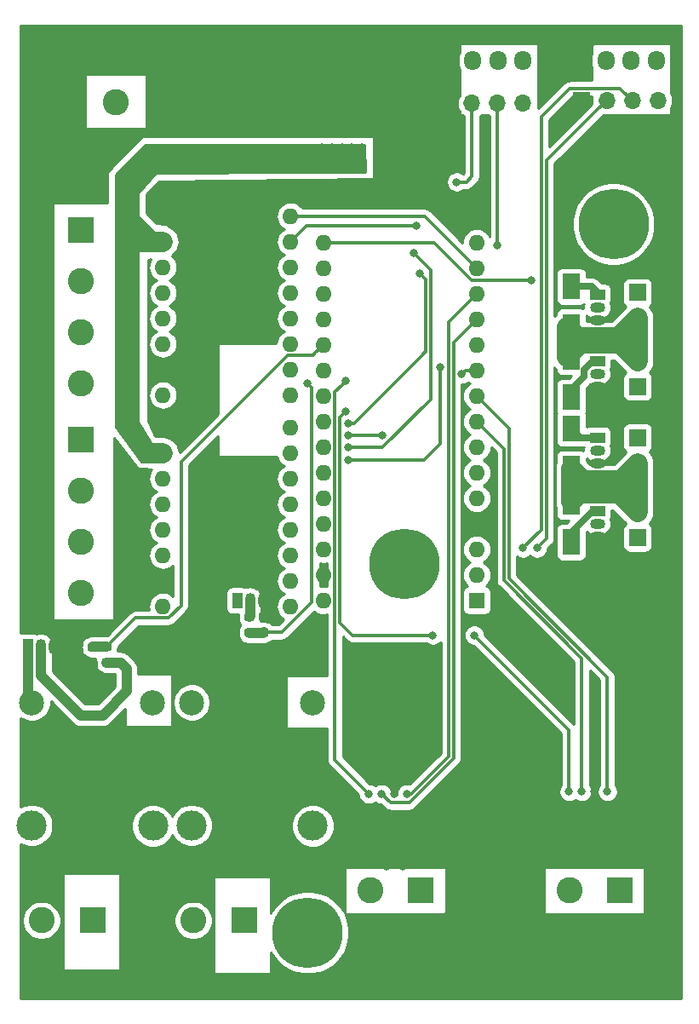
<source format=gbr>
G04 #@! TF.GenerationSoftware,KiCad,Pcbnew,(5.1.0)-1*
G04 #@! TF.CreationDate,2019-05-09T16:46:23+02:00*
G04 #@! TF.ProjectId,Actuator,41637475-6174-46f7-922e-6b696361645f,rev?*
G04 #@! TF.SameCoordinates,Original*
G04 #@! TF.FileFunction,Copper,L2,Bot*
G04 #@! TF.FilePolarity,Positive*
%FSLAX46Y46*%
G04 Gerber Fmt 4.6, Leading zero omitted, Abs format (unit mm)*
G04 Created by KiCad (PCBNEW (5.1.0)-1) date 2019-05-09 16:46:23*
%MOMM*%
%LPD*%
G04 APERTURE LIST*
%ADD10C,7.000000*%
%ADD11C,0.800000*%
%ADD12C,2.600000*%
%ADD13R,2.600000X2.600000*%
%ADD14C,3.000000*%
%ADD15C,2.500000*%
%ADD16R,1.600000X1.600000*%
%ADD17O,1.600000X1.600000*%
%ADD18R,1.800000X2.500000*%
%ADD19R,1.700000X1.700000*%
%ADD20O,1.700000X1.700000*%
%ADD21C,0.100000*%
%ADD22C,1.700000*%
%ADD23O,1.700000X1.950000*%
%ADD24O,1.500000X1.050000*%
%ADD25R,1.500000X1.050000*%
%ADD26R,1.050000X1.500000*%
%ADD27O,1.050000X1.500000*%
%ADD28C,0.875000*%
%ADD29C,0.300000*%
%ADD30C,1.000000*%
%ADD31C,2.000000*%
%ADD32C,0.700000*%
%ADD33C,0.254000*%
G04 APERTURE END LIST*
D10*
X123800000Y-98000000D03*
D11*
X126425000Y-98000000D03*
X125656155Y-99856155D03*
X123800000Y-100625000D03*
X121943845Y-99856155D03*
X121175000Y-98000000D03*
X121943845Y-96143845D03*
X123800000Y-95375000D03*
X125656155Y-96143845D03*
D12*
X91600000Y-80040000D03*
X91600000Y-74960000D03*
X91600000Y-69880000D03*
D13*
X91600000Y-64800000D03*
D11*
X116056155Y-132743845D03*
X114200000Y-131975000D03*
X112343845Y-132743845D03*
X111575000Y-134600000D03*
X112343845Y-136456155D03*
X114200000Y-137225000D03*
X116056155Y-136456155D03*
X116825000Y-134600000D03*
D10*
X114200000Y-134600000D03*
D11*
X146456155Y-62343845D03*
X144600000Y-61575000D03*
X142743845Y-62343845D03*
X141975000Y-64200000D03*
X142743845Y-66056155D03*
X144600000Y-66825000D03*
X146456155Y-66056155D03*
X147225000Y-64200000D03*
D10*
X144600000Y-64200000D03*
D12*
X120400000Y-130400000D03*
D13*
X125400000Y-130400000D03*
D14*
X108700000Y-109800000D03*
D15*
X114650000Y-111750000D03*
D14*
X114700000Y-124000000D03*
X102650000Y-123950000D03*
D15*
X102650000Y-111750000D03*
D14*
X92800000Y-109800000D03*
D15*
X98750000Y-111750000D03*
D14*
X98800000Y-124000000D03*
X86750000Y-123950000D03*
D15*
X86750000Y-111750000D03*
D16*
X131000000Y-101600000D03*
D17*
X115760000Y-68580000D03*
X131000000Y-99060000D03*
X115760000Y-71120000D03*
X131000000Y-96520000D03*
X115760000Y-73660000D03*
X131000000Y-93980000D03*
X115760000Y-76200000D03*
X131000000Y-91440000D03*
X115760000Y-78740000D03*
X131000000Y-88900000D03*
X115760000Y-81280000D03*
X131000000Y-86360000D03*
X115760000Y-83820000D03*
X131000000Y-83820000D03*
X115760000Y-86360000D03*
X131000000Y-81280000D03*
X115760000Y-88900000D03*
X131000000Y-78740000D03*
X115760000Y-91440000D03*
X131000000Y-76200000D03*
X115760000Y-93980000D03*
X131000000Y-73660000D03*
X115760000Y-96520000D03*
X131000000Y-71120000D03*
X115760000Y-99060000D03*
X131000000Y-68580000D03*
X115760000Y-101600000D03*
X131000000Y-66040000D03*
X115760000Y-66040000D03*
X112500000Y-84400000D03*
X99800000Y-102180000D03*
X112500000Y-86940000D03*
X99800000Y-99640000D03*
X112500000Y-89480000D03*
X99800000Y-97100000D03*
X112500000Y-92020000D03*
X99800000Y-94560000D03*
X112500000Y-94560000D03*
X99800000Y-92020000D03*
X112500000Y-97100000D03*
X99800000Y-89480000D03*
X112500000Y-99640000D03*
X99800000Y-86940000D03*
X112500000Y-102180000D03*
D16*
X99800000Y-84400000D03*
X99800000Y-63400000D03*
D17*
X112500000Y-81180000D03*
X99800000Y-65940000D03*
X112500000Y-78640000D03*
X99800000Y-68480000D03*
X112500000Y-76100000D03*
X99800000Y-71020000D03*
X112500000Y-73560000D03*
X99800000Y-73560000D03*
X112500000Y-71020000D03*
X99800000Y-76100000D03*
X112500000Y-68480000D03*
X99800000Y-78640000D03*
X112500000Y-65940000D03*
X99800000Y-81180000D03*
X112500000Y-63400000D03*
D18*
X140400000Y-91800000D03*
X140400000Y-95800000D03*
X140400000Y-77400000D03*
X140400000Y-81400000D03*
X140400000Y-84500000D03*
X140400000Y-88500000D03*
X140400000Y-70400000D03*
X140400000Y-74400000D03*
D13*
X90000000Y-52100000D03*
D12*
X95080000Y-52100000D03*
D19*
X141380000Y-51900000D03*
D20*
X143920000Y-51900000D03*
X146460000Y-51900000D03*
X149000000Y-51900000D03*
D19*
X147000000Y-95340000D03*
D20*
X147000000Y-92800000D03*
D19*
X147000000Y-80340000D03*
D20*
X147000000Y-77800000D03*
X135620000Y-52200000D03*
X133080000Y-52200000D03*
X130540000Y-52200000D03*
D19*
X128000000Y-52200000D03*
D20*
X147000000Y-87940000D03*
D19*
X147000000Y-85400000D03*
D20*
X147000000Y-73540000D03*
D19*
X147000000Y-71000000D03*
D21*
G36*
X141976504Y-46984204D02*
G01*
X142000773Y-46987804D01*
X142024571Y-46993765D01*
X142047671Y-47002030D01*
X142069849Y-47012520D01*
X142090893Y-47025133D01*
X142110598Y-47039747D01*
X142128777Y-47056223D01*
X142145253Y-47074402D01*
X142159867Y-47094107D01*
X142172480Y-47115151D01*
X142182970Y-47137329D01*
X142191235Y-47160429D01*
X142197196Y-47184227D01*
X142200796Y-47208496D01*
X142202000Y-47233000D01*
X142202000Y-48683000D01*
X142200796Y-48707504D01*
X142197196Y-48731773D01*
X142191235Y-48755571D01*
X142182970Y-48778671D01*
X142172480Y-48800849D01*
X142159867Y-48821893D01*
X142145253Y-48841598D01*
X142128777Y-48859777D01*
X142110598Y-48876253D01*
X142090893Y-48890867D01*
X142069849Y-48903480D01*
X142047671Y-48913970D01*
X142024571Y-48922235D01*
X142000773Y-48928196D01*
X141976504Y-48931796D01*
X141952000Y-48933000D01*
X140752000Y-48933000D01*
X140727496Y-48931796D01*
X140703227Y-48928196D01*
X140679429Y-48922235D01*
X140656329Y-48913970D01*
X140634151Y-48903480D01*
X140613107Y-48890867D01*
X140593402Y-48876253D01*
X140575223Y-48859777D01*
X140558747Y-48841598D01*
X140544133Y-48821893D01*
X140531520Y-48800849D01*
X140521030Y-48778671D01*
X140512765Y-48755571D01*
X140506804Y-48731773D01*
X140503204Y-48707504D01*
X140502000Y-48683000D01*
X140502000Y-47233000D01*
X140503204Y-47208496D01*
X140506804Y-47184227D01*
X140512765Y-47160429D01*
X140521030Y-47137329D01*
X140531520Y-47115151D01*
X140544133Y-47094107D01*
X140558747Y-47074402D01*
X140575223Y-47056223D01*
X140593402Y-47039747D01*
X140613107Y-47025133D01*
X140634151Y-47012520D01*
X140656329Y-47002030D01*
X140679429Y-46993765D01*
X140703227Y-46987804D01*
X140727496Y-46984204D01*
X140752000Y-46983000D01*
X141952000Y-46983000D01*
X141976504Y-46984204D01*
X141976504Y-46984204D01*
G37*
D22*
X141352000Y-47958000D03*
D23*
X143852000Y-47958000D03*
X146352000Y-47958000D03*
X148852000Y-47958000D03*
D12*
X102800000Y-133400000D03*
D13*
X107880000Y-133400000D03*
X92800000Y-133400000D03*
D12*
X87720000Y-133400000D03*
D13*
X91600000Y-85600000D03*
D12*
X91600000Y-90680000D03*
X91600000Y-95760000D03*
X91600000Y-100840000D03*
D23*
X135590000Y-47958000D03*
X133090000Y-47958000D03*
X130590000Y-47958000D03*
D21*
G36*
X128714504Y-46984204D02*
G01*
X128738773Y-46987804D01*
X128762571Y-46993765D01*
X128785671Y-47002030D01*
X128807849Y-47012520D01*
X128828893Y-47025133D01*
X128848598Y-47039747D01*
X128866777Y-47056223D01*
X128883253Y-47074402D01*
X128897867Y-47094107D01*
X128910480Y-47115151D01*
X128920970Y-47137329D01*
X128929235Y-47160429D01*
X128935196Y-47184227D01*
X128938796Y-47208496D01*
X128940000Y-47233000D01*
X128940000Y-48683000D01*
X128938796Y-48707504D01*
X128935196Y-48731773D01*
X128929235Y-48755571D01*
X128920970Y-48778671D01*
X128910480Y-48800849D01*
X128897867Y-48821893D01*
X128883253Y-48841598D01*
X128866777Y-48859777D01*
X128848598Y-48876253D01*
X128828893Y-48890867D01*
X128807849Y-48903480D01*
X128785671Y-48913970D01*
X128762571Y-48922235D01*
X128738773Y-48928196D01*
X128714504Y-48931796D01*
X128690000Y-48933000D01*
X127490000Y-48933000D01*
X127465496Y-48931796D01*
X127441227Y-48928196D01*
X127417429Y-48922235D01*
X127394329Y-48913970D01*
X127372151Y-48903480D01*
X127351107Y-48890867D01*
X127331402Y-48876253D01*
X127313223Y-48859777D01*
X127296747Y-48841598D01*
X127282133Y-48821893D01*
X127269520Y-48800849D01*
X127259030Y-48778671D01*
X127250765Y-48755571D01*
X127244804Y-48731773D01*
X127241204Y-48707504D01*
X127240000Y-48683000D01*
X127240000Y-47233000D01*
X127241204Y-47208496D01*
X127244804Y-47184227D01*
X127250765Y-47160429D01*
X127259030Y-47137329D01*
X127269520Y-47115151D01*
X127282133Y-47094107D01*
X127296747Y-47074402D01*
X127313223Y-47056223D01*
X127331402Y-47039747D01*
X127351107Y-47025133D01*
X127372151Y-47012520D01*
X127394329Y-47002030D01*
X127417429Y-46993765D01*
X127441227Y-46987804D01*
X127465496Y-46984204D01*
X127490000Y-46983000D01*
X128690000Y-46983000D01*
X128714504Y-46984204D01*
X128714504Y-46984204D01*
G37*
D22*
X128090000Y-47958000D03*
D12*
X140200000Y-130400000D03*
D13*
X145200000Y-130400000D03*
D24*
X143000000Y-93970000D03*
X143000000Y-95240000D03*
D25*
X143000000Y-92700000D03*
D24*
X143000000Y-79070000D03*
X143000000Y-80340000D03*
D25*
X143000000Y-77800000D03*
D24*
X143000000Y-86670000D03*
X143000000Y-87940000D03*
D25*
X143000000Y-85400000D03*
D24*
X143000000Y-72470000D03*
X143000000Y-73740000D03*
D25*
X143000000Y-71200000D03*
D26*
X107200000Y-101600000D03*
D27*
X109740000Y-101600000D03*
X108470000Y-101600000D03*
D26*
X86400000Y-106200000D03*
D27*
X88940000Y-106200000D03*
X87670000Y-106200000D03*
D21*
G36*
X110077691Y-104338553D02*
G01*
X110098926Y-104341703D01*
X110119750Y-104346919D01*
X110139962Y-104354151D01*
X110159368Y-104363330D01*
X110177781Y-104374366D01*
X110195024Y-104387154D01*
X110210930Y-104401570D01*
X110225346Y-104417476D01*
X110238134Y-104434719D01*
X110249170Y-104453132D01*
X110258349Y-104472538D01*
X110265581Y-104492750D01*
X110270797Y-104513574D01*
X110273947Y-104534809D01*
X110275000Y-104556250D01*
X110275000Y-104993750D01*
X110273947Y-105015191D01*
X110270797Y-105036426D01*
X110265581Y-105057250D01*
X110258349Y-105077462D01*
X110249170Y-105096868D01*
X110238134Y-105115281D01*
X110225346Y-105132524D01*
X110210930Y-105148430D01*
X110195024Y-105162846D01*
X110177781Y-105175634D01*
X110159368Y-105186670D01*
X110139962Y-105195849D01*
X110119750Y-105203081D01*
X110098926Y-105208297D01*
X110077691Y-105211447D01*
X110056250Y-105212500D01*
X109543750Y-105212500D01*
X109522309Y-105211447D01*
X109501074Y-105208297D01*
X109480250Y-105203081D01*
X109460038Y-105195849D01*
X109440632Y-105186670D01*
X109422219Y-105175634D01*
X109404976Y-105162846D01*
X109389070Y-105148430D01*
X109374654Y-105132524D01*
X109361866Y-105115281D01*
X109350830Y-105096868D01*
X109341651Y-105077462D01*
X109334419Y-105057250D01*
X109329203Y-105036426D01*
X109326053Y-105015191D01*
X109325000Y-104993750D01*
X109325000Y-104556250D01*
X109326053Y-104534809D01*
X109329203Y-104513574D01*
X109334419Y-104492750D01*
X109341651Y-104472538D01*
X109350830Y-104453132D01*
X109361866Y-104434719D01*
X109374654Y-104417476D01*
X109389070Y-104401570D01*
X109404976Y-104387154D01*
X109422219Y-104374366D01*
X109440632Y-104363330D01*
X109460038Y-104354151D01*
X109480250Y-104346919D01*
X109501074Y-104341703D01*
X109522309Y-104338553D01*
X109543750Y-104337500D01*
X110056250Y-104337500D01*
X110077691Y-104338553D01*
X110077691Y-104338553D01*
G37*
D28*
X109800000Y-104775000D03*
D21*
G36*
X110077691Y-102763553D02*
G01*
X110098926Y-102766703D01*
X110119750Y-102771919D01*
X110139962Y-102779151D01*
X110159368Y-102788330D01*
X110177781Y-102799366D01*
X110195024Y-102812154D01*
X110210930Y-102826570D01*
X110225346Y-102842476D01*
X110238134Y-102859719D01*
X110249170Y-102878132D01*
X110258349Y-102897538D01*
X110265581Y-102917750D01*
X110270797Y-102938574D01*
X110273947Y-102959809D01*
X110275000Y-102981250D01*
X110275000Y-103418750D01*
X110273947Y-103440191D01*
X110270797Y-103461426D01*
X110265581Y-103482250D01*
X110258349Y-103502462D01*
X110249170Y-103521868D01*
X110238134Y-103540281D01*
X110225346Y-103557524D01*
X110210930Y-103573430D01*
X110195024Y-103587846D01*
X110177781Y-103600634D01*
X110159368Y-103611670D01*
X110139962Y-103620849D01*
X110119750Y-103628081D01*
X110098926Y-103633297D01*
X110077691Y-103636447D01*
X110056250Y-103637500D01*
X109543750Y-103637500D01*
X109522309Y-103636447D01*
X109501074Y-103633297D01*
X109480250Y-103628081D01*
X109460038Y-103620849D01*
X109440632Y-103611670D01*
X109422219Y-103600634D01*
X109404976Y-103587846D01*
X109389070Y-103573430D01*
X109374654Y-103557524D01*
X109361866Y-103540281D01*
X109350830Y-103521868D01*
X109341651Y-103502462D01*
X109334419Y-103482250D01*
X109329203Y-103461426D01*
X109326053Y-103440191D01*
X109325000Y-103418750D01*
X109325000Y-102981250D01*
X109326053Y-102959809D01*
X109329203Y-102938574D01*
X109334419Y-102917750D01*
X109341651Y-102897538D01*
X109350830Y-102878132D01*
X109361866Y-102859719D01*
X109374654Y-102842476D01*
X109389070Y-102826570D01*
X109404976Y-102812154D01*
X109422219Y-102799366D01*
X109440632Y-102788330D01*
X109460038Y-102779151D01*
X109480250Y-102771919D01*
X109501074Y-102766703D01*
X109522309Y-102763553D01*
X109543750Y-102762500D01*
X110056250Y-102762500D01*
X110077691Y-102763553D01*
X110077691Y-102763553D01*
G37*
D28*
X109800000Y-103200000D03*
D21*
G36*
X93077691Y-105788553D02*
G01*
X93098926Y-105791703D01*
X93119750Y-105796919D01*
X93139962Y-105804151D01*
X93159368Y-105813330D01*
X93177781Y-105824366D01*
X93195024Y-105837154D01*
X93210930Y-105851570D01*
X93225346Y-105867476D01*
X93238134Y-105884719D01*
X93249170Y-105903132D01*
X93258349Y-105922538D01*
X93265581Y-105942750D01*
X93270797Y-105963574D01*
X93273947Y-105984809D01*
X93275000Y-106006250D01*
X93275000Y-106443750D01*
X93273947Y-106465191D01*
X93270797Y-106486426D01*
X93265581Y-106507250D01*
X93258349Y-106527462D01*
X93249170Y-106546868D01*
X93238134Y-106565281D01*
X93225346Y-106582524D01*
X93210930Y-106598430D01*
X93195024Y-106612846D01*
X93177781Y-106625634D01*
X93159368Y-106636670D01*
X93139962Y-106645849D01*
X93119750Y-106653081D01*
X93098926Y-106658297D01*
X93077691Y-106661447D01*
X93056250Y-106662500D01*
X92543750Y-106662500D01*
X92522309Y-106661447D01*
X92501074Y-106658297D01*
X92480250Y-106653081D01*
X92460038Y-106645849D01*
X92440632Y-106636670D01*
X92422219Y-106625634D01*
X92404976Y-106612846D01*
X92389070Y-106598430D01*
X92374654Y-106582524D01*
X92361866Y-106565281D01*
X92350830Y-106546868D01*
X92341651Y-106527462D01*
X92334419Y-106507250D01*
X92329203Y-106486426D01*
X92326053Y-106465191D01*
X92325000Y-106443750D01*
X92325000Y-106006250D01*
X92326053Y-105984809D01*
X92329203Y-105963574D01*
X92334419Y-105942750D01*
X92341651Y-105922538D01*
X92350830Y-105903132D01*
X92361866Y-105884719D01*
X92374654Y-105867476D01*
X92389070Y-105851570D01*
X92404976Y-105837154D01*
X92422219Y-105824366D01*
X92440632Y-105813330D01*
X92460038Y-105804151D01*
X92480250Y-105796919D01*
X92501074Y-105791703D01*
X92522309Y-105788553D01*
X92543750Y-105787500D01*
X93056250Y-105787500D01*
X93077691Y-105788553D01*
X93077691Y-105788553D01*
G37*
D28*
X92800000Y-106225000D03*
D21*
G36*
X93077691Y-107363553D02*
G01*
X93098926Y-107366703D01*
X93119750Y-107371919D01*
X93139962Y-107379151D01*
X93159368Y-107388330D01*
X93177781Y-107399366D01*
X93195024Y-107412154D01*
X93210930Y-107426570D01*
X93225346Y-107442476D01*
X93238134Y-107459719D01*
X93249170Y-107478132D01*
X93258349Y-107497538D01*
X93265581Y-107517750D01*
X93270797Y-107538574D01*
X93273947Y-107559809D01*
X93275000Y-107581250D01*
X93275000Y-108018750D01*
X93273947Y-108040191D01*
X93270797Y-108061426D01*
X93265581Y-108082250D01*
X93258349Y-108102462D01*
X93249170Y-108121868D01*
X93238134Y-108140281D01*
X93225346Y-108157524D01*
X93210930Y-108173430D01*
X93195024Y-108187846D01*
X93177781Y-108200634D01*
X93159368Y-108211670D01*
X93139962Y-108220849D01*
X93119750Y-108228081D01*
X93098926Y-108233297D01*
X93077691Y-108236447D01*
X93056250Y-108237500D01*
X92543750Y-108237500D01*
X92522309Y-108236447D01*
X92501074Y-108233297D01*
X92480250Y-108228081D01*
X92460038Y-108220849D01*
X92440632Y-108211670D01*
X92422219Y-108200634D01*
X92404976Y-108187846D01*
X92389070Y-108173430D01*
X92374654Y-108157524D01*
X92361866Y-108140281D01*
X92350830Y-108121868D01*
X92341651Y-108102462D01*
X92334419Y-108082250D01*
X92329203Y-108061426D01*
X92326053Y-108040191D01*
X92325000Y-108018750D01*
X92325000Y-107581250D01*
X92326053Y-107559809D01*
X92329203Y-107538574D01*
X92334419Y-107517750D01*
X92341651Y-107497538D01*
X92350830Y-107478132D01*
X92361866Y-107459719D01*
X92374654Y-107442476D01*
X92389070Y-107426570D01*
X92404976Y-107412154D01*
X92422219Y-107399366D01*
X92440632Y-107388330D01*
X92460038Y-107379151D01*
X92480250Y-107371919D01*
X92501074Y-107366703D01*
X92522309Y-107363553D01*
X92543750Y-107362500D01*
X93056250Y-107362500D01*
X93077691Y-107363553D01*
X93077691Y-107363553D01*
G37*
D28*
X92800000Y-107800000D03*
D21*
G36*
X108677691Y-102788553D02*
G01*
X108698926Y-102791703D01*
X108719750Y-102796919D01*
X108739962Y-102804151D01*
X108759368Y-102813330D01*
X108777781Y-102824366D01*
X108795024Y-102837154D01*
X108810930Y-102851570D01*
X108825346Y-102867476D01*
X108838134Y-102884719D01*
X108849170Y-102903132D01*
X108858349Y-102922538D01*
X108865581Y-102942750D01*
X108870797Y-102963574D01*
X108873947Y-102984809D01*
X108875000Y-103006250D01*
X108875000Y-103443750D01*
X108873947Y-103465191D01*
X108870797Y-103486426D01*
X108865581Y-103507250D01*
X108858349Y-103527462D01*
X108849170Y-103546868D01*
X108838134Y-103565281D01*
X108825346Y-103582524D01*
X108810930Y-103598430D01*
X108795024Y-103612846D01*
X108777781Y-103625634D01*
X108759368Y-103636670D01*
X108739962Y-103645849D01*
X108719750Y-103653081D01*
X108698926Y-103658297D01*
X108677691Y-103661447D01*
X108656250Y-103662500D01*
X108143750Y-103662500D01*
X108122309Y-103661447D01*
X108101074Y-103658297D01*
X108080250Y-103653081D01*
X108060038Y-103645849D01*
X108040632Y-103636670D01*
X108022219Y-103625634D01*
X108004976Y-103612846D01*
X107989070Y-103598430D01*
X107974654Y-103582524D01*
X107961866Y-103565281D01*
X107950830Y-103546868D01*
X107941651Y-103527462D01*
X107934419Y-103507250D01*
X107929203Y-103486426D01*
X107926053Y-103465191D01*
X107925000Y-103443750D01*
X107925000Y-103006250D01*
X107926053Y-102984809D01*
X107929203Y-102963574D01*
X107934419Y-102942750D01*
X107941651Y-102922538D01*
X107950830Y-102903132D01*
X107961866Y-102884719D01*
X107974654Y-102867476D01*
X107989070Y-102851570D01*
X108004976Y-102837154D01*
X108022219Y-102824366D01*
X108040632Y-102813330D01*
X108060038Y-102804151D01*
X108080250Y-102796919D01*
X108101074Y-102791703D01*
X108122309Y-102788553D01*
X108143750Y-102787500D01*
X108656250Y-102787500D01*
X108677691Y-102788553D01*
X108677691Y-102788553D01*
G37*
D28*
X108400000Y-103225000D03*
D21*
G36*
X108677691Y-104363553D02*
G01*
X108698926Y-104366703D01*
X108719750Y-104371919D01*
X108739962Y-104379151D01*
X108759368Y-104388330D01*
X108777781Y-104399366D01*
X108795024Y-104412154D01*
X108810930Y-104426570D01*
X108825346Y-104442476D01*
X108838134Y-104459719D01*
X108849170Y-104478132D01*
X108858349Y-104497538D01*
X108865581Y-104517750D01*
X108870797Y-104538574D01*
X108873947Y-104559809D01*
X108875000Y-104581250D01*
X108875000Y-105018750D01*
X108873947Y-105040191D01*
X108870797Y-105061426D01*
X108865581Y-105082250D01*
X108858349Y-105102462D01*
X108849170Y-105121868D01*
X108838134Y-105140281D01*
X108825346Y-105157524D01*
X108810930Y-105173430D01*
X108795024Y-105187846D01*
X108777781Y-105200634D01*
X108759368Y-105211670D01*
X108739962Y-105220849D01*
X108719750Y-105228081D01*
X108698926Y-105233297D01*
X108677691Y-105236447D01*
X108656250Y-105237500D01*
X108143750Y-105237500D01*
X108122309Y-105236447D01*
X108101074Y-105233297D01*
X108080250Y-105228081D01*
X108060038Y-105220849D01*
X108040632Y-105211670D01*
X108022219Y-105200634D01*
X108004976Y-105187846D01*
X107989070Y-105173430D01*
X107974654Y-105157524D01*
X107961866Y-105140281D01*
X107950830Y-105121868D01*
X107941651Y-105102462D01*
X107934419Y-105082250D01*
X107929203Y-105061426D01*
X107926053Y-105040191D01*
X107925000Y-105018750D01*
X107925000Y-104581250D01*
X107926053Y-104559809D01*
X107929203Y-104538574D01*
X107934419Y-104517750D01*
X107941651Y-104497538D01*
X107950830Y-104478132D01*
X107961866Y-104459719D01*
X107974654Y-104442476D01*
X107989070Y-104426570D01*
X108004976Y-104412154D01*
X108022219Y-104399366D01*
X108040632Y-104388330D01*
X108060038Y-104379151D01*
X108080250Y-104371919D01*
X108101074Y-104366703D01*
X108122309Y-104363553D01*
X108143750Y-104362500D01*
X108656250Y-104362500D01*
X108677691Y-104363553D01*
X108677691Y-104363553D01*
G37*
D28*
X108400000Y-104800000D03*
D21*
G36*
X94477691Y-107338553D02*
G01*
X94498926Y-107341703D01*
X94519750Y-107346919D01*
X94539962Y-107354151D01*
X94559368Y-107363330D01*
X94577781Y-107374366D01*
X94595024Y-107387154D01*
X94610930Y-107401570D01*
X94625346Y-107417476D01*
X94638134Y-107434719D01*
X94649170Y-107453132D01*
X94658349Y-107472538D01*
X94665581Y-107492750D01*
X94670797Y-107513574D01*
X94673947Y-107534809D01*
X94675000Y-107556250D01*
X94675000Y-107993750D01*
X94673947Y-108015191D01*
X94670797Y-108036426D01*
X94665581Y-108057250D01*
X94658349Y-108077462D01*
X94649170Y-108096868D01*
X94638134Y-108115281D01*
X94625346Y-108132524D01*
X94610930Y-108148430D01*
X94595024Y-108162846D01*
X94577781Y-108175634D01*
X94559368Y-108186670D01*
X94539962Y-108195849D01*
X94519750Y-108203081D01*
X94498926Y-108208297D01*
X94477691Y-108211447D01*
X94456250Y-108212500D01*
X93943750Y-108212500D01*
X93922309Y-108211447D01*
X93901074Y-108208297D01*
X93880250Y-108203081D01*
X93860038Y-108195849D01*
X93840632Y-108186670D01*
X93822219Y-108175634D01*
X93804976Y-108162846D01*
X93789070Y-108148430D01*
X93774654Y-108132524D01*
X93761866Y-108115281D01*
X93750830Y-108096868D01*
X93741651Y-108077462D01*
X93734419Y-108057250D01*
X93729203Y-108036426D01*
X93726053Y-108015191D01*
X93725000Y-107993750D01*
X93725000Y-107556250D01*
X93726053Y-107534809D01*
X93729203Y-107513574D01*
X93734419Y-107492750D01*
X93741651Y-107472538D01*
X93750830Y-107453132D01*
X93761866Y-107434719D01*
X93774654Y-107417476D01*
X93789070Y-107401570D01*
X93804976Y-107387154D01*
X93822219Y-107374366D01*
X93840632Y-107363330D01*
X93860038Y-107354151D01*
X93880250Y-107346919D01*
X93901074Y-107341703D01*
X93922309Y-107338553D01*
X93943750Y-107337500D01*
X94456250Y-107337500D01*
X94477691Y-107338553D01*
X94477691Y-107338553D01*
G37*
D28*
X94200000Y-107775000D03*
D21*
G36*
X94477691Y-105763553D02*
G01*
X94498926Y-105766703D01*
X94519750Y-105771919D01*
X94539962Y-105779151D01*
X94559368Y-105788330D01*
X94577781Y-105799366D01*
X94595024Y-105812154D01*
X94610930Y-105826570D01*
X94625346Y-105842476D01*
X94638134Y-105859719D01*
X94649170Y-105878132D01*
X94658349Y-105897538D01*
X94665581Y-105917750D01*
X94670797Y-105938574D01*
X94673947Y-105959809D01*
X94675000Y-105981250D01*
X94675000Y-106418750D01*
X94673947Y-106440191D01*
X94670797Y-106461426D01*
X94665581Y-106482250D01*
X94658349Y-106502462D01*
X94649170Y-106521868D01*
X94638134Y-106540281D01*
X94625346Y-106557524D01*
X94610930Y-106573430D01*
X94595024Y-106587846D01*
X94577781Y-106600634D01*
X94559368Y-106611670D01*
X94539962Y-106620849D01*
X94519750Y-106628081D01*
X94498926Y-106633297D01*
X94477691Y-106636447D01*
X94456250Y-106637500D01*
X93943750Y-106637500D01*
X93922309Y-106636447D01*
X93901074Y-106633297D01*
X93880250Y-106628081D01*
X93860038Y-106620849D01*
X93840632Y-106611670D01*
X93822219Y-106600634D01*
X93804976Y-106587846D01*
X93789070Y-106573430D01*
X93774654Y-106557524D01*
X93761866Y-106540281D01*
X93750830Y-106521868D01*
X93741651Y-106502462D01*
X93734419Y-106482250D01*
X93729203Y-106461426D01*
X93726053Y-106440191D01*
X93725000Y-106418750D01*
X93725000Y-105981250D01*
X93726053Y-105959809D01*
X93729203Y-105938574D01*
X93734419Y-105917750D01*
X93741651Y-105897538D01*
X93750830Y-105878132D01*
X93761866Y-105859719D01*
X93774654Y-105842476D01*
X93789070Y-105826570D01*
X93804976Y-105812154D01*
X93822219Y-105799366D01*
X93840632Y-105788330D01*
X93860038Y-105779151D01*
X93880250Y-105771919D01*
X93901074Y-105766703D01*
X93922309Y-105763553D01*
X93943750Y-105762500D01*
X94456250Y-105762500D01*
X94477691Y-105763553D01*
X94477691Y-105763553D01*
G37*
D28*
X94200000Y-106200000D03*
D11*
X137000000Y-96400000D03*
X135600000Y-96400000D03*
X114200000Y-80000000D03*
X122000000Y-128000000D03*
X123600000Y-128000000D03*
X122800000Y-127200000D03*
X121600000Y-127200000D03*
X124000000Y-127200000D03*
X124400000Y-126400000D03*
X122800000Y-126200000D03*
X121200000Y-126400000D03*
X106600000Y-49800000D03*
X106600000Y-45800000D03*
X108600000Y-45800000D03*
X110600000Y-45800000D03*
X112600000Y-45800000D03*
X114600000Y-45800000D03*
X116600000Y-45800000D03*
X115600000Y-46800000D03*
X113600000Y-46800000D03*
X111600000Y-46800000D03*
X109600000Y-46800000D03*
X107600000Y-46800000D03*
X106600000Y-47800000D03*
X108600000Y-47800000D03*
X110600000Y-47800000D03*
X112600000Y-47800000D03*
X114600000Y-47800000D03*
X116600000Y-47800000D03*
X115600000Y-48800000D03*
X116600000Y-49800000D03*
X115600000Y-50800000D03*
X116600000Y-51800000D03*
X107600000Y-48800000D03*
X107600000Y-50800000D03*
X107600000Y-52800000D03*
X106600000Y-51800000D03*
X115600000Y-52800000D03*
X131600000Y-130000000D03*
X132600000Y-130000000D03*
X132600000Y-131000000D03*
X131600000Y-131000000D03*
X131800000Y-108200000D03*
X131800000Y-109200000D03*
X132800000Y-109200000D03*
X122800000Y-120815000D03*
X142732000Y-120600000D03*
X91000000Y-50000000D03*
X90000000Y-50000000D03*
X89000000Y-50000000D03*
X89000000Y-49000000D03*
X90000000Y-49000000D03*
X91000000Y-49000000D03*
X91000000Y-48000000D03*
X89000000Y-48000000D03*
X90000000Y-48000000D03*
X114600000Y-103800000D03*
X145000000Y-71600000D03*
X145000000Y-70600000D03*
X141800000Y-127000000D03*
X143800000Y-127000000D03*
X142800000Y-127000000D03*
X141400000Y-126200000D03*
X144200000Y-126200000D03*
X142800000Y-126000000D03*
X142200000Y-127800000D03*
X143400000Y-127800000D03*
X117600000Y-46800000D03*
X118600000Y-47800000D03*
X118600000Y-45800000D03*
X104400000Y-89000000D03*
X103400000Y-89000000D03*
X104400000Y-88000000D03*
X103400000Y-88000000D03*
X120260000Y-120815000D03*
X118000000Y-79800000D03*
X140192000Y-120600000D03*
X118000000Y-82800000D03*
X130755001Y-105044999D03*
X126644999Y-105044999D03*
X118200000Y-84000000D03*
X133080000Y-66280000D03*
X125300000Y-69100000D03*
X141462000Y-120600000D03*
X118200000Y-86400000D03*
X124700000Y-67100000D03*
X129000000Y-60000000D03*
X118200000Y-85200000D03*
X129504315Y-79104315D03*
X121600000Y-85200000D03*
X118200000Y-87600000D03*
X127400000Y-78400000D03*
X115600000Y-58600000D03*
X115600000Y-57600000D03*
X115600000Y-56600000D03*
X116600000Y-56600000D03*
X116600000Y-57600000D03*
X116600000Y-58600000D03*
X117600000Y-58600000D03*
X117600000Y-57600000D03*
X117600000Y-56600000D03*
X118600000Y-56600000D03*
X118600000Y-57600000D03*
X118600000Y-58600000D03*
X119600000Y-58600000D03*
X119600000Y-57600000D03*
X119600000Y-56600000D03*
X121530000Y-120815000D03*
X124070000Y-120815000D03*
X125000000Y-64400000D03*
X136400000Y-69800000D03*
X144000000Y-120600000D03*
D29*
X143070001Y-52749999D02*
X143920000Y-51900000D01*
X137949999Y-57870001D02*
X143070001Y-52749999D01*
X137949999Y-95450001D02*
X137949999Y-57870001D01*
X137000000Y-96400000D02*
X137949999Y-95450001D01*
X145610001Y-51050001D02*
X146460000Y-51900000D01*
X145259999Y-50699999D02*
X145610001Y-51050001D01*
X140249999Y-50699999D02*
X145259999Y-50699999D01*
X137449989Y-53500009D02*
X140249999Y-50699999D01*
X137449989Y-94550011D02*
X137449989Y-53500009D01*
X135600000Y-96400000D02*
X137449989Y-94550011D01*
D30*
X109775000Y-104800000D02*
X109800000Y-104775000D01*
X108400000Y-104800000D02*
X109775000Y-104800000D01*
D29*
X110375000Y-104775000D02*
X109800000Y-104775000D01*
X111607002Y-104775000D02*
X110375000Y-104775000D01*
X114609999Y-101772003D02*
X111607002Y-104775000D01*
X114609999Y-80409999D02*
X114609999Y-101772003D01*
X114200000Y-80000000D02*
X114609999Y-80409999D01*
D30*
X90540000Y-107800000D02*
X92800000Y-107800000D01*
X88940000Y-106200000D02*
X90540000Y-107800000D01*
X88940000Y-106200000D02*
X89200000Y-106200000D01*
X92800000Y-107800000D02*
X92800000Y-109800000D01*
X91900000Y-108700000D02*
X91700000Y-108700000D01*
X92800000Y-107800000D02*
X91900000Y-108700000D01*
X89200000Y-106200000D02*
X91700000Y-108700000D01*
X91700000Y-108700000D02*
X92800000Y-109800000D01*
X92540000Y-109800000D02*
X88940000Y-106200000D01*
X92800000Y-109800000D02*
X92540000Y-109800000D01*
X94175000Y-106225000D02*
X94200000Y-106200000D01*
X92800000Y-106225000D02*
X94175000Y-106225000D01*
D29*
X100352001Y-103330001D02*
X101600000Y-102082002D01*
X94200000Y-106200000D02*
X97069999Y-103330001D01*
X97069999Y-103330001D02*
X100352001Y-103330001D01*
X114960001Y-76999999D02*
X115760000Y-76200000D01*
X114709999Y-77250001D02*
X114960001Y-76999999D01*
X112187997Y-77250001D02*
X114709999Y-77250001D01*
X101600000Y-87837998D02*
X112187997Y-77250001D01*
X101600000Y-102082002D02*
X101600000Y-87837998D01*
X117600001Y-80199999D02*
X118000000Y-79800000D01*
X116910001Y-80889999D02*
X117600001Y-80199999D01*
X116910001Y-117465001D02*
X116910001Y-80889999D01*
X120260000Y-120815000D02*
X116910001Y-117465001D01*
X140192000Y-114481998D02*
X130755001Y-105044999D01*
X140192000Y-120600000D02*
X140192000Y-114481998D01*
X130755001Y-105044999D02*
X130710002Y-105000000D01*
X126644999Y-105044999D02*
X118644999Y-105044999D01*
X118644999Y-105044999D02*
X117410011Y-103810011D01*
X117410011Y-83389989D02*
X118000000Y-82800000D01*
X117410011Y-103810011D02*
X117410011Y-83389989D01*
X118200000Y-84000000D02*
X118765685Y-84000000D01*
X118200000Y-84000000D02*
X118800000Y-84000000D01*
X133080000Y-52200000D02*
X133080000Y-66280000D01*
X133080000Y-66280000D02*
X133080000Y-66280000D01*
X125899990Y-76900010D02*
X125600000Y-77200000D01*
X125899990Y-69699990D02*
X125899990Y-76900010D01*
X125300000Y-69100000D02*
X125899990Y-69699990D01*
X118800000Y-84000000D02*
X125600000Y-77200000D01*
X125600000Y-77200000D02*
X125800000Y-77000000D01*
X141462000Y-107369120D02*
X141462000Y-120600000D01*
X133699990Y-99607110D02*
X141462000Y-107369120D01*
X131000000Y-83820000D02*
X133699990Y-86519990D01*
X133699990Y-86519990D02*
X133699990Y-99607110D01*
X118200000Y-86400000D02*
X121600000Y-86400000D01*
X126400000Y-81600000D02*
X126400000Y-68800000D01*
X121600000Y-86400000D02*
X126400000Y-81600000D01*
X126400000Y-68800000D02*
X124700000Y-67100000D01*
X129000000Y-60000000D02*
X130000000Y-60000000D01*
X130540000Y-59460000D02*
X130540000Y-52200000D01*
X130000000Y-60000000D02*
X130540000Y-59460000D01*
X129868630Y-78740000D02*
X129604315Y-79004315D01*
X131000000Y-78740000D02*
X129868630Y-78740000D01*
X129504315Y-79104315D02*
X129408630Y-79200000D01*
X129604315Y-79004315D02*
X129504315Y-79104315D01*
X121600000Y-85200000D02*
X118200000Y-85200000D01*
X127400000Y-80000000D02*
X127400000Y-86000000D01*
X125800000Y-87600000D02*
X121200000Y-87600000D01*
X127400000Y-86000000D02*
X125800000Y-87600000D01*
X118200000Y-87600000D02*
X121200000Y-87600000D01*
X121200000Y-87600000D02*
X121800000Y-87600000D01*
X127400000Y-80000000D02*
X127400000Y-78400000D01*
D31*
X99800000Y-86940000D02*
X98540000Y-86940000D01*
X98668630Y-65940000D02*
X96200000Y-63471370D01*
X99800000Y-65940000D02*
X98668630Y-65940000D01*
D29*
X124295012Y-121699990D02*
X128700010Y-117294992D01*
X121530000Y-120815000D02*
X122414990Y-121699990D01*
X122414990Y-121699990D02*
X124295012Y-121699990D01*
X128700010Y-75959990D02*
X131000000Y-73660000D01*
X128700010Y-117294992D02*
X128700010Y-75959990D01*
X128200000Y-73920000D02*
X131000000Y-71120000D01*
X124070000Y-120815000D02*
X124472882Y-120815000D01*
X128200000Y-117087882D02*
X128200000Y-115800000D01*
X124472882Y-120815000D02*
X128200000Y-117087882D01*
X128200000Y-116119315D02*
X128200000Y-115800000D01*
X128200000Y-115800000D02*
X128200000Y-73920000D01*
X125820000Y-63400000D02*
X131000000Y-68580000D01*
X112500000Y-63400000D02*
X125820000Y-63400000D01*
X112500000Y-65940000D02*
X114040000Y-64400000D01*
X114040000Y-64400000D02*
X125000000Y-64400000D01*
X125000000Y-64400000D02*
X125000000Y-64400000D01*
X126757998Y-66040000D02*
X130517998Y-69800000D01*
X115760000Y-66040000D02*
X126757998Y-66040000D01*
X130517998Y-69800000D02*
X136400000Y-69800000D01*
X136400000Y-69800000D02*
X136400000Y-69800000D01*
D31*
X140835010Y-75235010D02*
X140000000Y-74400000D01*
X140000000Y-74400000D02*
X140000000Y-77400000D01*
X141325001Y-76074999D02*
X140000000Y-77400000D01*
X145274999Y-76074999D02*
X141325001Y-76074999D01*
X147000000Y-77800000D02*
X145274999Y-76074999D01*
X147000000Y-77800000D02*
X147000000Y-73540000D01*
X145274999Y-75265001D02*
X145274999Y-76074999D01*
X147000000Y-73540000D02*
X145274999Y-75265001D01*
X141225001Y-90974999D02*
X140400000Y-91800000D01*
X145174999Y-90974999D02*
X141225001Y-90974999D01*
X147000000Y-92800000D02*
X145174999Y-90974999D01*
X141565010Y-89665010D02*
X140400000Y-88500000D01*
X147000000Y-87940000D02*
X145274990Y-89665010D01*
X145274990Y-89665010D02*
X141565010Y-89665010D01*
X140400000Y-88500000D02*
X140400000Y-91800000D01*
X147000000Y-92800000D02*
X147000000Y-87940000D01*
X147000000Y-89149998D02*
X145174999Y-90974999D01*
X147000000Y-87940000D02*
X147000000Y-89149998D01*
X141065010Y-75465010D02*
X140000000Y-74400000D01*
X145074990Y-75465010D02*
X141065010Y-75465010D01*
X147000000Y-73540000D02*
X145074990Y-75465010D01*
D32*
X142524707Y-92700000D02*
X143000000Y-92700000D01*
X140400000Y-94824707D02*
X142524707Y-92700000D01*
X140400000Y-95800000D02*
X140400000Y-94824707D01*
X142524707Y-77800000D02*
X143000000Y-77800000D01*
X141699990Y-78624717D02*
X142524707Y-77800000D01*
X141699990Y-79350010D02*
X141699990Y-78624717D01*
X140000000Y-81050000D02*
X141699990Y-79350010D01*
X140000000Y-81400000D02*
X140000000Y-81050000D01*
X141300000Y-85400000D02*
X140400000Y-84500000D01*
X143000000Y-85400000D02*
X141300000Y-85400000D01*
X142430000Y-70400000D02*
X143000000Y-70970000D01*
X140000000Y-70400000D02*
X142430000Y-70400000D01*
D30*
X86400000Y-111400000D02*
X86750000Y-111750000D01*
X86400000Y-106200000D02*
X86400000Y-111400000D01*
X108470000Y-103155000D02*
X108470000Y-101600000D01*
X108400000Y-103225000D02*
X108470000Y-103155000D01*
X95575000Y-107775000D02*
X94200000Y-107775000D01*
X87670000Y-109070000D02*
X91600000Y-113000000D01*
X87670000Y-106200000D02*
X87670000Y-109070000D01*
X91600000Y-113000000D02*
X93800000Y-113000000D01*
X93800000Y-113000000D02*
X96200000Y-110600000D01*
X96200000Y-110600000D02*
X96200000Y-108400000D01*
X96200000Y-108400000D02*
X95575000Y-107775000D01*
D29*
X144000000Y-120600000D02*
X144000000Y-109200000D01*
X144000000Y-109200000D02*
X134200000Y-99400000D01*
X134200000Y-84480000D02*
X131000000Y-81280000D01*
X134200000Y-99400000D02*
X134200000Y-84480000D01*
D33*
G36*
X119882570Y-59033000D02*
G01*
X113410000Y-59033000D01*
X113409643Y-59033001D01*
X99199643Y-59073001D01*
X99174873Y-59075511D01*
X99151069Y-59082805D01*
X99129146Y-59094602D01*
X99105602Y-59115041D01*
X97305602Y-61115041D01*
X97290841Y-61135090D01*
X97280275Y-61157633D01*
X97274310Y-61181804D01*
X97273000Y-61200000D01*
X97273000Y-63725000D01*
X97275440Y-63749776D01*
X97282667Y-63773601D01*
X97294403Y-63795557D01*
X97305044Y-63809334D01*
X98583000Y-65248254D01*
X98583000Y-66813000D01*
X97400000Y-66813000D01*
X97375224Y-66815440D01*
X97351399Y-66822667D01*
X97329443Y-66834403D01*
X97310197Y-66850197D01*
X97294403Y-66869443D01*
X97282667Y-66891399D01*
X97275440Y-66915224D01*
X97273000Y-66940000D01*
X97273000Y-83800000D01*
X97275440Y-83824776D01*
X97282667Y-83848601D01*
X97292855Y-83868183D01*
X98673000Y-86036982D01*
X98673000Y-87813000D01*
X97664297Y-87813000D01*
X95127000Y-84358373D01*
X95127000Y-59252606D01*
X98052606Y-56327000D01*
X119873429Y-56327000D01*
X119882570Y-59033000D01*
X119882570Y-59033000D01*
G37*
X119882570Y-59033000D02*
X113410000Y-59033000D01*
X113409643Y-59033001D01*
X99199643Y-59073001D01*
X99174873Y-59075511D01*
X99151069Y-59082805D01*
X99129146Y-59094602D01*
X99105602Y-59115041D01*
X97305602Y-61115041D01*
X97290841Y-61135090D01*
X97280275Y-61157633D01*
X97274310Y-61181804D01*
X97273000Y-61200000D01*
X97273000Y-63725000D01*
X97275440Y-63749776D01*
X97282667Y-63773601D01*
X97294403Y-63795557D01*
X97305044Y-63809334D01*
X98583000Y-65248254D01*
X98583000Y-66813000D01*
X97400000Y-66813000D01*
X97375224Y-66815440D01*
X97351399Y-66822667D01*
X97329443Y-66834403D01*
X97310197Y-66850197D01*
X97294403Y-66869443D01*
X97282667Y-66891399D01*
X97275440Y-66915224D01*
X97273000Y-66940000D01*
X97273000Y-83800000D01*
X97275440Y-83824776D01*
X97282667Y-83848601D01*
X97292855Y-83868183D01*
X98673000Y-86036982D01*
X98673000Y-87813000D01*
X97664297Y-87813000D01*
X95127000Y-84358373D01*
X95127000Y-59252606D01*
X98052606Y-56327000D01*
X119873429Y-56327000D01*
X119882570Y-59033000D01*
G36*
X151340001Y-141140000D02*
G01*
X85660000Y-141140000D01*
X85660000Y-133209419D01*
X85785000Y-133209419D01*
X85785000Y-133590581D01*
X85859361Y-133964419D01*
X86005225Y-134316566D01*
X86216987Y-134633491D01*
X86486509Y-134903013D01*
X86803434Y-135114775D01*
X87155581Y-135260639D01*
X87529419Y-135335000D01*
X87910581Y-135335000D01*
X88284419Y-135260639D01*
X88636566Y-135114775D01*
X88953491Y-134903013D01*
X89223013Y-134633491D01*
X89434775Y-134316566D01*
X89580639Y-133964419D01*
X89655000Y-133590581D01*
X89655000Y-133209419D01*
X89580639Y-132835581D01*
X89434775Y-132483434D01*
X89223013Y-132166509D01*
X88953491Y-131896987D01*
X88636566Y-131685225D01*
X88284419Y-131539361D01*
X87910581Y-131465000D01*
X87529419Y-131465000D01*
X87155581Y-131539361D01*
X86803434Y-131685225D01*
X86486509Y-131896987D01*
X86216987Y-132166509D01*
X86005225Y-132483434D01*
X85859361Y-132835581D01*
X85785000Y-133209419D01*
X85660000Y-133209419D01*
X85660000Y-128800000D01*
X89873000Y-128800000D01*
X89873000Y-138200000D01*
X89875440Y-138224776D01*
X89882667Y-138248601D01*
X89894403Y-138270557D01*
X89910197Y-138289803D01*
X89929443Y-138305597D01*
X89951399Y-138317333D01*
X89975224Y-138324560D01*
X90000000Y-138327000D01*
X95400000Y-138327000D01*
X95424776Y-138324560D01*
X95448601Y-138317333D01*
X95470557Y-138305597D01*
X95489803Y-138289803D01*
X95505597Y-138270557D01*
X95517333Y-138248601D01*
X95524560Y-138224776D01*
X95527000Y-138200000D01*
X95527000Y-133209419D01*
X100865000Y-133209419D01*
X100865000Y-133590581D01*
X100939361Y-133964419D01*
X101085225Y-134316566D01*
X101296987Y-134633491D01*
X101566509Y-134903013D01*
X101883434Y-135114775D01*
X102235581Y-135260639D01*
X102609419Y-135335000D01*
X102990581Y-135335000D01*
X103364419Y-135260639D01*
X103716566Y-135114775D01*
X104033491Y-134903013D01*
X104303013Y-134633491D01*
X104514775Y-134316566D01*
X104660639Y-133964419D01*
X104735000Y-133590581D01*
X104735000Y-133209419D01*
X104660639Y-132835581D01*
X104514775Y-132483434D01*
X104303013Y-132166509D01*
X104033491Y-131896987D01*
X103716566Y-131685225D01*
X103364419Y-131539361D01*
X102990581Y-131465000D01*
X102609419Y-131465000D01*
X102235581Y-131539361D01*
X101883434Y-131685225D01*
X101566509Y-131896987D01*
X101296987Y-132166509D01*
X101085225Y-132483434D01*
X100939361Y-132835581D01*
X100865000Y-133209419D01*
X95527000Y-133209419D01*
X95527000Y-129200000D01*
X104873000Y-129200000D01*
X104873000Y-138600000D01*
X104875440Y-138624776D01*
X104882667Y-138648601D01*
X104894403Y-138670557D01*
X104910197Y-138689803D01*
X104929443Y-138705597D01*
X104951399Y-138717333D01*
X104975224Y-138724560D01*
X105000000Y-138727000D01*
X110400000Y-138727000D01*
X110424776Y-138724560D01*
X110448601Y-138717333D01*
X110470557Y-138705597D01*
X110489803Y-138689803D01*
X110505597Y-138670557D01*
X110517333Y-138648601D01*
X110524560Y-138624776D01*
X110527000Y-138600000D01*
X110527000Y-136537868D01*
X110535611Y-136558657D01*
X110988136Y-137235909D01*
X111564091Y-137811864D01*
X112241343Y-138264389D01*
X112993865Y-138576094D01*
X113792738Y-138735000D01*
X114607262Y-138735000D01*
X115406135Y-138576094D01*
X116158657Y-138264389D01*
X116835909Y-137811864D01*
X117411864Y-137235909D01*
X117864389Y-136558657D01*
X118176094Y-135806135D01*
X118335000Y-135007262D01*
X118335000Y-134192738D01*
X118176094Y-133393865D01*
X117864389Y-132641343D01*
X117411864Y-131964091D01*
X116835909Y-131388136D01*
X116158657Y-130935611D01*
X115406135Y-130623906D01*
X114607262Y-130465000D01*
X113792738Y-130465000D01*
X112993865Y-130623906D01*
X112241343Y-130935611D01*
X111564091Y-131388136D01*
X110988136Y-131964091D01*
X110535611Y-132641343D01*
X110527000Y-132662132D01*
X110527000Y-129200000D01*
X110524560Y-129175224D01*
X110517333Y-129151399D01*
X110505597Y-129129443D01*
X110489803Y-129110197D01*
X110470557Y-129094403D01*
X110448601Y-129082667D01*
X110424776Y-129075440D01*
X110400000Y-129073000D01*
X105000000Y-129073000D01*
X104975224Y-129075440D01*
X104951399Y-129082667D01*
X104929443Y-129094403D01*
X104910197Y-129110197D01*
X104894403Y-129129443D01*
X104882667Y-129151399D01*
X104875440Y-129175224D01*
X104873000Y-129200000D01*
X95527000Y-129200000D01*
X95527000Y-128800000D01*
X95524560Y-128775224D01*
X95517333Y-128751399D01*
X95505597Y-128729443D01*
X95489803Y-128710197D01*
X95470557Y-128694403D01*
X95448601Y-128682667D01*
X95424776Y-128675440D01*
X95400000Y-128673000D01*
X90000000Y-128673000D01*
X89975224Y-128675440D01*
X89951399Y-128682667D01*
X89929443Y-128694403D01*
X89910197Y-128710197D01*
X89894403Y-128729443D01*
X89882667Y-128751399D01*
X89875440Y-128775224D01*
X89873000Y-128800000D01*
X85660000Y-128800000D01*
X85660000Y-128200000D01*
X117873000Y-128200000D01*
X117873000Y-132600000D01*
X117875440Y-132624776D01*
X117882667Y-132648601D01*
X117894403Y-132670557D01*
X117910197Y-132689803D01*
X117929443Y-132705597D01*
X117951399Y-132717333D01*
X117975224Y-132724560D01*
X118000000Y-132727000D01*
X127800000Y-132727000D01*
X127824776Y-132724560D01*
X127848601Y-132717333D01*
X127870557Y-132705597D01*
X127889803Y-132689803D01*
X127905597Y-132670557D01*
X127917333Y-132648601D01*
X127924560Y-132624776D01*
X127927000Y-132600000D01*
X127927000Y-128200000D01*
X137673000Y-128200000D01*
X137673000Y-132600000D01*
X137675440Y-132624776D01*
X137682667Y-132648601D01*
X137694403Y-132670557D01*
X137710197Y-132689803D01*
X137729443Y-132705597D01*
X137751399Y-132717333D01*
X137775224Y-132724560D01*
X137800000Y-132727000D01*
X147600000Y-132727000D01*
X147624776Y-132724560D01*
X147648601Y-132717333D01*
X147670557Y-132705597D01*
X147689803Y-132689803D01*
X147705597Y-132670557D01*
X147717333Y-132648601D01*
X147724560Y-132624776D01*
X147727000Y-132600000D01*
X147727000Y-128200000D01*
X147724560Y-128175224D01*
X147717333Y-128151399D01*
X147705597Y-128129443D01*
X147689803Y-128110197D01*
X147670557Y-128094403D01*
X147648601Y-128082667D01*
X147624776Y-128075440D01*
X147600000Y-128073000D01*
X137800000Y-128073000D01*
X137775224Y-128075440D01*
X137751399Y-128082667D01*
X137729443Y-128094403D01*
X137710197Y-128110197D01*
X137694403Y-128129443D01*
X137682667Y-128151399D01*
X137675440Y-128175224D01*
X137673000Y-128200000D01*
X127927000Y-128200000D01*
X127924560Y-128175224D01*
X127917333Y-128151399D01*
X127905597Y-128129443D01*
X127889803Y-128110197D01*
X127870557Y-128094403D01*
X127848601Y-128082667D01*
X127824776Y-128075440D01*
X127800000Y-128073000D01*
X118000000Y-128073000D01*
X117975224Y-128075440D01*
X117951399Y-128082667D01*
X117929443Y-128094403D01*
X117910197Y-128110197D01*
X117894403Y-128129443D01*
X117882667Y-128151399D01*
X117875440Y-128175224D01*
X117873000Y-128200000D01*
X85660000Y-128200000D01*
X85660000Y-125789428D01*
X85738698Y-125842012D01*
X86127244Y-126002953D01*
X86539721Y-126085000D01*
X86960279Y-126085000D01*
X87372756Y-126002953D01*
X87761302Y-125842012D01*
X88110983Y-125608363D01*
X88408363Y-125310983D01*
X88642012Y-124961302D01*
X88802953Y-124572756D01*
X88885000Y-124160279D01*
X88885000Y-123789721D01*
X96665000Y-123789721D01*
X96665000Y-124210279D01*
X96747047Y-124622756D01*
X96907988Y-125011302D01*
X97141637Y-125360983D01*
X97439017Y-125658363D01*
X97788698Y-125892012D01*
X98177244Y-126052953D01*
X98589721Y-126135000D01*
X99010279Y-126135000D01*
X99422756Y-126052953D01*
X99811302Y-125892012D01*
X100160983Y-125658363D01*
X100458363Y-125360983D01*
X100692012Y-125011302D01*
X100735355Y-124906662D01*
X100757988Y-124961302D01*
X100991637Y-125310983D01*
X101289017Y-125608363D01*
X101638698Y-125842012D01*
X102027244Y-126002953D01*
X102439721Y-126085000D01*
X102860279Y-126085000D01*
X103272756Y-126002953D01*
X103661302Y-125842012D01*
X104010983Y-125608363D01*
X104308363Y-125310983D01*
X104542012Y-124961302D01*
X104702953Y-124572756D01*
X104785000Y-124160279D01*
X104785000Y-123789721D01*
X112565000Y-123789721D01*
X112565000Y-124210279D01*
X112647047Y-124622756D01*
X112807988Y-125011302D01*
X113041637Y-125360983D01*
X113339017Y-125658363D01*
X113688698Y-125892012D01*
X114077244Y-126052953D01*
X114489721Y-126135000D01*
X114910279Y-126135000D01*
X115322756Y-126052953D01*
X115711302Y-125892012D01*
X116060983Y-125658363D01*
X116358363Y-125360983D01*
X116592012Y-125011302D01*
X116752953Y-124622756D01*
X116835000Y-124210279D01*
X116835000Y-123789721D01*
X116752953Y-123377244D01*
X116592012Y-122988698D01*
X116358363Y-122639017D01*
X116060983Y-122341637D01*
X115711302Y-122107988D01*
X115322756Y-121947047D01*
X114910279Y-121865000D01*
X114489721Y-121865000D01*
X114077244Y-121947047D01*
X113688698Y-122107988D01*
X113339017Y-122341637D01*
X113041637Y-122639017D01*
X112807988Y-122988698D01*
X112647047Y-123377244D01*
X112565000Y-123789721D01*
X104785000Y-123789721D01*
X104785000Y-123739721D01*
X104702953Y-123327244D01*
X104542012Y-122938698D01*
X104308363Y-122589017D01*
X104010983Y-122291637D01*
X103661302Y-122057988D01*
X103272756Y-121897047D01*
X102860279Y-121815000D01*
X102439721Y-121815000D01*
X102027244Y-121897047D01*
X101638698Y-122057988D01*
X101289017Y-122291637D01*
X100991637Y-122589017D01*
X100757988Y-122938698D01*
X100714645Y-123043338D01*
X100692012Y-122988698D01*
X100458363Y-122639017D01*
X100160983Y-122341637D01*
X99811302Y-122107988D01*
X99422756Y-121947047D01*
X99010279Y-121865000D01*
X98589721Y-121865000D01*
X98177244Y-121947047D01*
X97788698Y-122107988D01*
X97439017Y-122341637D01*
X97141637Y-122639017D01*
X96907988Y-122988698D01*
X96747047Y-123377244D01*
X96665000Y-123789721D01*
X88885000Y-123789721D01*
X88885000Y-123739721D01*
X88802953Y-123327244D01*
X88642012Y-122938698D01*
X88408363Y-122589017D01*
X88110983Y-122291637D01*
X87761302Y-122057988D01*
X87372756Y-121897047D01*
X86960279Y-121815000D01*
X86539721Y-121815000D01*
X86127244Y-121897047D01*
X85738698Y-122057988D01*
X85660000Y-122110572D01*
X85660000Y-113288756D01*
X85857118Y-113420466D01*
X86200166Y-113562561D01*
X86564344Y-113635000D01*
X86935656Y-113635000D01*
X87299834Y-113562561D01*
X87642882Y-113420466D01*
X87951618Y-113214175D01*
X88214175Y-112951618D01*
X88420466Y-112642882D01*
X88562561Y-112299834D01*
X88635000Y-111935656D01*
X88635000Y-111640131D01*
X90758009Y-113763141D01*
X90793551Y-113806449D01*
X90966377Y-113948284D01*
X91163553Y-114053676D01*
X91377501Y-114118577D01*
X91544248Y-114135000D01*
X91544257Y-114135000D01*
X91599999Y-114140490D01*
X91655741Y-114135000D01*
X93744249Y-114135000D01*
X93800000Y-114140491D01*
X93855751Y-114135000D01*
X93855752Y-114135000D01*
X94022499Y-114118577D01*
X94236447Y-114053676D01*
X94433623Y-113948284D01*
X94606449Y-113806449D01*
X94641996Y-113763136D01*
X96073000Y-112332132D01*
X96073000Y-114000000D01*
X96075440Y-114024776D01*
X96082667Y-114048601D01*
X96094403Y-114070557D01*
X96110197Y-114089803D01*
X96129443Y-114105597D01*
X96151399Y-114117333D01*
X96175224Y-114124560D01*
X96200000Y-114127000D01*
X100600000Y-114127000D01*
X100624776Y-114124560D01*
X100648601Y-114117333D01*
X100670557Y-114105597D01*
X100689803Y-114089803D01*
X100705597Y-114070557D01*
X100717333Y-114048601D01*
X100724560Y-114024776D01*
X100727000Y-114000000D01*
X100727000Y-111564344D01*
X100765000Y-111564344D01*
X100765000Y-111935656D01*
X100837439Y-112299834D01*
X100979534Y-112642882D01*
X101185825Y-112951618D01*
X101448382Y-113214175D01*
X101757118Y-113420466D01*
X102100166Y-113562561D01*
X102464344Y-113635000D01*
X102835656Y-113635000D01*
X103199834Y-113562561D01*
X103542882Y-113420466D01*
X103851618Y-113214175D01*
X104114175Y-112951618D01*
X104320466Y-112642882D01*
X104462561Y-112299834D01*
X104535000Y-111935656D01*
X104535000Y-111564344D01*
X104462561Y-111200166D01*
X104320466Y-110857118D01*
X104114175Y-110548382D01*
X103851618Y-110285825D01*
X103542882Y-110079534D01*
X103199834Y-109937439D01*
X102835656Y-109865000D01*
X102464344Y-109865000D01*
X102100166Y-109937439D01*
X101757118Y-110079534D01*
X101448382Y-110285825D01*
X101185825Y-110548382D01*
X100979534Y-110857118D01*
X100837439Y-111200166D01*
X100765000Y-111564344D01*
X100727000Y-111564344D01*
X100727000Y-109000000D01*
X100724560Y-108975224D01*
X100717333Y-108951399D01*
X100705597Y-108929443D01*
X100689803Y-108910197D01*
X100670557Y-108894403D01*
X100648601Y-108882667D01*
X100624776Y-108875440D01*
X100600000Y-108873000D01*
X97335000Y-108873000D01*
X97335000Y-108455741D01*
X97340490Y-108399999D01*
X97335000Y-108344257D01*
X97335000Y-108344248D01*
X97318577Y-108177501D01*
X97253676Y-107963553D01*
X97148284Y-107766377D01*
X97006449Y-107593551D01*
X96963135Y-107558004D01*
X96416996Y-107011865D01*
X96381449Y-106968551D01*
X96208623Y-106826716D01*
X96011447Y-106721324D01*
X95797499Y-106656423D01*
X95630752Y-106640000D01*
X95630751Y-106640000D01*
X95575000Y-106634509D01*
X95519249Y-106640000D01*
X95280199Y-106640000D01*
X95296608Y-106585908D01*
X95309879Y-106451169D01*
X95318576Y-106422499D01*
X95340490Y-106200001D01*
X95337770Y-106172387D01*
X97395156Y-104115001D01*
X100313448Y-104115001D01*
X100352001Y-104118798D01*
X100390554Y-104115001D01*
X100390562Y-104115001D01*
X100505888Y-104103642D01*
X100653861Y-104058755D01*
X100790234Y-103985863D01*
X100909765Y-103887765D01*
X100934348Y-103857811D01*
X102127817Y-102664343D01*
X102157764Y-102639766D01*
X102189377Y-102601247D01*
X102222570Y-102560801D01*
X102255862Y-102520235D01*
X102328754Y-102383862D01*
X102341145Y-102343013D01*
X102373641Y-102235890D01*
X102376514Y-102206717D01*
X102385000Y-102120563D01*
X102385000Y-102120556D01*
X102388797Y-102082003D01*
X102385000Y-102043450D01*
X102385000Y-88163155D01*
X105273000Y-85275155D01*
X105273000Y-87200000D01*
X105275440Y-87224776D01*
X105282667Y-87248601D01*
X105294403Y-87270557D01*
X105310197Y-87289803D01*
X105329443Y-87305597D01*
X105351399Y-87317333D01*
X105375224Y-87324560D01*
X105400000Y-87327000D01*
X111117825Y-87327000D01*
X111167818Y-87491808D01*
X111301068Y-87741101D01*
X111480392Y-87959608D01*
X111698899Y-88138932D01*
X111831858Y-88210000D01*
X111698899Y-88281068D01*
X111480392Y-88460392D01*
X111301068Y-88678899D01*
X111167818Y-88928192D01*
X111085764Y-89198691D01*
X111058057Y-89480000D01*
X111085764Y-89761309D01*
X111167818Y-90031808D01*
X111301068Y-90281101D01*
X111480392Y-90499608D01*
X111698899Y-90678932D01*
X111831858Y-90750000D01*
X111698899Y-90821068D01*
X111480392Y-91000392D01*
X111301068Y-91218899D01*
X111167818Y-91468192D01*
X111085764Y-91738691D01*
X111058057Y-92020000D01*
X111085764Y-92301309D01*
X111167818Y-92571808D01*
X111301068Y-92821101D01*
X111480392Y-93039608D01*
X111698899Y-93218932D01*
X111831858Y-93290000D01*
X111698899Y-93361068D01*
X111480392Y-93540392D01*
X111301068Y-93758899D01*
X111167818Y-94008192D01*
X111085764Y-94278691D01*
X111058057Y-94560000D01*
X111085764Y-94841309D01*
X111167818Y-95111808D01*
X111301068Y-95361101D01*
X111480392Y-95579608D01*
X111698899Y-95758932D01*
X111831858Y-95830000D01*
X111698899Y-95901068D01*
X111480392Y-96080392D01*
X111301068Y-96298899D01*
X111167818Y-96548192D01*
X111085764Y-96818691D01*
X111058057Y-97100000D01*
X111085764Y-97381309D01*
X111167818Y-97651808D01*
X111301068Y-97901101D01*
X111480392Y-98119608D01*
X111698899Y-98298932D01*
X111831858Y-98370000D01*
X111698899Y-98441068D01*
X111480392Y-98620392D01*
X111301068Y-98838899D01*
X111167818Y-99088192D01*
X111085764Y-99358691D01*
X111058057Y-99640000D01*
X111085764Y-99921309D01*
X111167818Y-100191808D01*
X111301068Y-100441101D01*
X111480392Y-100659608D01*
X111698899Y-100838932D01*
X111831858Y-100910000D01*
X111698899Y-100981068D01*
X111480392Y-101160392D01*
X111301068Y-101378899D01*
X111167818Y-101628192D01*
X111085764Y-101898691D01*
X111058057Y-102180000D01*
X111085764Y-102461309D01*
X111167818Y-102731808D01*
X111301068Y-102981101D01*
X111480392Y-103199608D01*
X111698899Y-103378932D01*
X111825333Y-103446512D01*
X111281845Y-103990000D01*
X110694626Y-103990000D01*
X110662115Y-103950385D01*
X110532275Y-103843829D01*
X110384142Y-103764650D01*
X110223408Y-103715892D01*
X110216194Y-103715181D01*
X110022498Y-103656424D01*
X109799999Y-103634510D01*
X109577501Y-103656424D01*
X109549230Y-103665000D01*
X109484361Y-103665000D01*
X109523676Y-103591447D01*
X109588577Y-103377499D01*
X109605000Y-103210752D01*
X109605000Y-103210751D01*
X109610491Y-103155000D01*
X109605000Y-103099249D01*
X109605000Y-102079480D01*
X109613215Y-102052399D01*
X109630000Y-101881978D01*
X109630000Y-101318021D01*
X109613215Y-101147600D01*
X109546885Y-100928940D01*
X109439171Y-100727421D01*
X109294212Y-100550788D01*
X109117578Y-100405829D01*
X108916059Y-100298115D01*
X108697399Y-100231785D01*
X108470000Y-100209388D01*
X108242600Y-100231785D01*
X108033902Y-100295093D01*
X107969180Y-100260498D01*
X107849482Y-100224188D01*
X107725000Y-100211928D01*
X106675000Y-100211928D01*
X106550518Y-100224188D01*
X106430820Y-100260498D01*
X106320506Y-100319463D01*
X106223815Y-100398815D01*
X106144463Y-100495506D01*
X106085498Y-100605820D01*
X106049188Y-100725518D01*
X106036928Y-100850000D01*
X106036928Y-102350000D01*
X106049188Y-102474482D01*
X106085498Y-102594180D01*
X106144463Y-102704494D01*
X106223815Y-102801185D01*
X106320506Y-102880537D01*
X106430820Y-102939502D01*
X106550518Y-102975812D01*
X106675000Y-102988072D01*
X107285800Y-102988072D01*
X107281423Y-103002502D01*
X107259509Y-103225000D01*
X107281423Y-103447498D01*
X107290121Y-103476173D01*
X107303392Y-103610908D01*
X107352150Y-103771642D01*
X107431329Y-103919775D01*
X107507426Y-104012500D01*
X107431329Y-104105225D01*
X107352150Y-104253358D01*
X107303392Y-104414092D01*
X107290122Y-104548826D01*
X107281423Y-104577501D01*
X107259509Y-104800000D01*
X107281423Y-105022499D01*
X107290122Y-105051174D01*
X107303392Y-105185908D01*
X107352150Y-105346642D01*
X107431329Y-105494775D01*
X107537885Y-105624615D01*
X107667725Y-105731171D01*
X107815858Y-105810350D01*
X107976592Y-105859108D01*
X107983800Y-105859818D01*
X108177501Y-105918577D01*
X108344248Y-105935000D01*
X109719249Y-105935000D01*
X109775000Y-105940491D01*
X109830751Y-105935000D01*
X109830752Y-105935000D01*
X109997499Y-105918577D01*
X110211447Y-105853676D01*
X110280402Y-105816819D01*
X110384142Y-105785350D01*
X110532275Y-105706171D01*
X110662115Y-105599615D01*
X110694626Y-105560000D01*
X111568449Y-105560000D01*
X111607002Y-105563797D01*
X111645555Y-105560000D01*
X111645563Y-105560000D01*
X111760889Y-105548641D01*
X111908862Y-105503754D01*
X112045235Y-105430862D01*
X112164766Y-105332764D01*
X112189349Y-105302810D01*
X114812980Y-102679180D01*
X114958899Y-102798932D01*
X115208192Y-102932182D01*
X115478691Y-103014236D01*
X115689508Y-103035000D01*
X115830492Y-103035000D01*
X116041309Y-103014236D01*
X116125001Y-102988848D01*
X116125001Y-109073000D01*
X112200000Y-109073000D01*
X112175224Y-109075440D01*
X112151399Y-109082667D01*
X112129443Y-109094403D01*
X112110197Y-109110197D01*
X112094403Y-109129443D01*
X112082667Y-109151399D01*
X112075440Y-109175224D01*
X112073000Y-109200000D01*
X112073000Y-114200000D01*
X112075440Y-114224776D01*
X112082667Y-114248601D01*
X112094403Y-114270557D01*
X112110197Y-114289803D01*
X112129443Y-114305597D01*
X112151399Y-114317333D01*
X112175224Y-114324560D01*
X112200000Y-114327000D01*
X116125001Y-114327000D01*
X116125001Y-117426448D01*
X116121204Y-117465001D01*
X116125001Y-117503554D01*
X116125001Y-117503561D01*
X116136360Y-117618887D01*
X116181247Y-117766860D01*
X116254139Y-117903233D01*
X116352237Y-118022765D01*
X116382191Y-118047348D01*
X119225000Y-120890158D01*
X119225000Y-120916939D01*
X119264774Y-121116898D01*
X119342795Y-121305256D01*
X119456063Y-121474774D01*
X119600226Y-121618937D01*
X119769744Y-121732205D01*
X119958102Y-121810226D01*
X120158061Y-121850000D01*
X120361939Y-121850000D01*
X120561898Y-121810226D01*
X120750256Y-121732205D01*
X120895000Y-121635490D01*
X121039744Y-121732205D01*
X121228102Y-121810226D01*
X121428061Y-121850000D01*
X121454843Y-121850000D01*
X121832643Y-122227800D01*
X121857226Y-122257754D01*
X121976757Y-122355852D01*
X122113130Y-122428744D01*
X122261103Y-122473632D01*
X122336016Y-122481010D01*
X122376429Y-122484990D01*
X122376434Y-122484990D01*
X122414990Y-122488787D01*
X122453546Y-122484990D01*
X124256459Y-122484990D01*
X124295012Y-122488787D01*
X124333565Y-122484990D01*
X124333573Y-122484990D01*
X124448899Y-122473631D01*
X124596872Y-122428744D01*
X124733245Y-122355852D01*
X124852776Y-122257754D01*
X124877359Y-122227800D01*
X129227827Y-117877333D01*
X129257774Y-117852756D01*
X129287418Y-117816636D01*
X129328268Y-117766860D01*
X129355872Y-117733225D01*
X129428764Y-117596852D01*
X129450222Y-117526115D01*
X129473652Y-117448879D01*
X129481030Y-117373966D01*
X129485010Y-117333553D01*
X129485010Y-117333548D01*
X129488807Y-117294992D01*
X129485010Y-117256436D01*
X129485010Y-96520000D01*
X129558057Y-96520000D01*
X129585764Y-96801309D01*
X129667818Y-97071808D01*
X129801068Y-97321101D01*
X129980392Y-97539608D01*
X130198899Y-97718932D01*
X130331858Y-97790000D01*
X130198899Y-97861068D01*
X129980392Y-98040392D01*
X129801068Y-98258899D01*
X129667818Y-98508192D01*
X129585764Y-98778691D01*
X129558057Y-99060000D01*
X129585764Y-99341309D01*
X129667818Y-99611808D01*
X129801068Y-99861101D01*
X129980392Y-100079608D01*
X130093482Y-100172419D01*
X130075518Y-100174188D01*
X129955820Y-100210498D01*
X129845506Y-100269463D01*
X129748815Y-100348815D01*
X129669463Y-100445506D01*
X129610498Y-100555820D01*
X129574188Y-100675518D01*
X129561928Y-100800000D01*
X129561928Y-102400000D01*
X129574188Y-102524482D01*
X129610498Y-102644180D01*
X129669463Y-102754494D01*
X129748815Y-102851185D01*
X129845506Y-102930537D01*
X129955820Y-102989502D01*
X130075518Y-103025812D01*
X130200000Y-103038072D01*
X131800000Y-103038072D01*
X131924482Y-103025812D01*
X132044180Y-102989502D01*
X132154494Y-102930537D01*
X132251185Y-102851185D01*
X132330537Y-102754494D01*
X132389502Y-102644180D01*
X132425812Y-102524482D01*
X132438072Y-102400000D01*
X132438072Y-100800000D01*
X132425812Y-100675518D01*
X132389502Y-100555820D01*
X132330537Y-100445506D01*
X132251185Y-100348815D01*
X132154494Y-100269463D01*
X132044180Y-100210498D01*
X131924482Y-100174188D01*
X131906518Y-100172419D01*
X132019608Y-100079608D01*
X132198932Y-99861101D01*
X132332182Y-99611808D01*
X132414236Y-99341309D01*
X132441943Y-99060000D01*
X132414236Y-98778691D01*
X132332182Y-98508192D01*
X132198932Y-98258899D01*
X132019608Y-98040392D01*
X131801101Y-97861068D01*
X131668142Y-97790000D01*
X131801101Y-97718932D01*
X132019608Y-97539608D01*
X132198932Y-97321101D01*
X132332182Y-97071808D01*
X132414236Y-96801309D01*
X132441943Y-96520000D01*
X132414236Y-96238691D01*
X132332182Y-95968192D01*
X132198932Y-95718899D01*
X132019608Y-95500392D01*
X131801101Y-95321068D01*
X131551808Y-95187818D01*
X131281309Y-95105764D01*
X131070492Y-95085000D01*
X130929508Y-95085000D01*
X130718691Y-95105764D01*
X130448192Y-95187818D01*
X130198899Y-95321068D01*
X129980392Y-95500392D01*
X129801068Y-95718899D01*
X129667818Y-95968192D01*
X129585764Y-96238691D01*
X129558057Y-96520000D01*
X129485010Y-96520000D01*
X129485010Y-80139315D01*
X129606254Y-80139315D01*
X129806213Y-80099541D01*
X129994571Y-80021520D01*
X130162670Y-79909200D01*
X130198899Y-79938932D01*
X130331858Y-80010000D01*
X130198899Y-80081068D01*
X129980392Y-80260392D01*
X129801068Y-80478899D01*
X129667818Y-80728192D01*
X129585764Y-80998691D01*
X129558057Y-81280000D01*
X129585764Y-81561309D01*
X129667818Y-81831808D01*
X129801068Y-82081101D01*
X129980392Y-82299608D01*
X130198899Y-82478932D01*
X130331858Y-82550000D01*
X130198899Y-82621068D01*
X129980392Y-82800392D01*
X129801068Y-83018899D01*
X129667818Y-83268192D01*
X129585764Y-83538691D01*
X129558057Y-83820000D01*
X129585764Y-84101309D01*
X129667818Y-84371808D01*
X129801068Y-84621101D01*
X129980392Y-84839608D01*
X130198899Y-85018932D01*
X130331858Y-85090000D01*
X130198899Y-85161068D01*
X129980392Y-85340392D01*
X129801068Y-85558899D01*
X129667818Y-85808192D01*
X129585764Y-86078691D01*
X129558057Y-86360000D01*
X129585764Y-86641309D01*
X129667818Y-86911808D01*
X129801068Y-87161101D01*
X129980392Y-87379608D01*
X130198899Y-87558932D01*
X130331858Y-87630000D01*
X130198899Y-87701068D01*
X129980392Y-87880392D01*
X129801068Y-88098899D01*
X129667818Y-88348192D01*
X129585764Y-88618691D01*
X129558057Y-88900000D01*
X129585764Y-89181309D01*
X129667818Y-89451808D01*
X129801068Y-89701101D01*
X129980392Y-89919608D01*
X130198899Y-90098932D01*
X130331858Y-90170000D01*
X130198899Y-90241068D01*
X129980392Y-90420392D01*
X129801068Y-90638899D01*
X129667818Y-90888192D01*
X129585764Y-91158691D01*
X129558057Y-91440000D01*
X129585764Y-91721309D01*
X129667818Y-91991808D01*
X129801068Y-92241101D01*
X129980392Y-92459608D01*
X130198899Y-92638932D01*
X130448192Y-92772182D01*
X130718691Y-92854236D01*
X130929508Y-92875000D01*
X131070492Y-92875000D01*
X131281309Y-92854236D01*
X131551808Y-92772182D01*
X131801101Y-92638932D01*
X132019608Y-92459608D01*
X132198932Y-92241101D01*
X132332182Y-91991808D01*
X132414236Y-91721309D01*
X132441943Y-91440000D01*
X132414236Y-91158691D01*
X132332182Y-90888192D01*
X132198932Y-90638899D01*
X132019608Y-90420392D01*
X131801101Y-90241068D01*
X131668142Y-90170000D01*
X131801101Y-90098932D01*
X132019608Y-89919608D01*
X132198932Y-89701101D01*
X132332182Y-89451808D01*
X132414236Y-89181309D01*
X132441943Y-88900000D01*
X132414236Y-88618691D01*
X132332182Y-88348192D01*
X132198932Y-88098899D01*
X132019608Y-87880392D01*
X131801101Y-87701068D01*
X131668142Y-87630000D01*
X131801101Y-87558932D01*
X132019608Y-87379608D01*
X132198932Y-87161101D01*
X132332182Y-86911808D01*
X132414236Y-86641309D01*
X132440858Y-86371016D01*
X132914990Y-86845148D01*
X132914991Y-99568547D01*
X132911193Y-99607110D01*
X132926349Y-99760996D01*
X132971236Y-99908969D01*
X132971237Y-99908970D01*
X133044129Y-100045343D01*
X133052762Y-100055862D01*
X133117645Y-100134922D01*
X133117649Y-100134926D01*
X133142227Y-100164874D01*
X133172175Y-100189452D01*
X140677000Y-107694277D01*
X140677000Y-113856841D01*
X131790001Y-104969842D01*
X131790001Y-104943060D01*
X131750227Y-104743101D01*
X131672206Y-104554743D01*
X131558938Y-104385225D01*
X131414775Y-104241062D01*
X131245257Y-104127794D01*
X131056899Y-104049773D01*
X130856940Y-104009999D01*
X130653062Y-104009999D01*
X130453103Y-104049773D01*
X130264745Y-104127794D01*
X130095227Y-104241062D01*
X129951064Y-104385225D01*
X129837796Y-104554743D01*
X129759775Y-104743101D01*
X129720001Y-104943060D01*
X129720001Y-105146938D01*
X129759775Y-105346897D01*
X129837796Y-105535255D01*
X129951064Y-105704773D01*
X130095227Y-105848936D01*
X130264745Y-105962204D01*
X130453103Y-106040225D01*
X130653062Y-106079999D01*
X130679844Y-106079999D01*
X139407001Y-114807157D01*
X139407000Y-119921289D01*
X139388063Y-119940226D01*
X139274795Y-120109744D01*
X139196774Y-120298102D01*
X139157000Y-120498061D01*
X139157000Y-120701939D01*
X139196774Y-120901898D01*
X139274795Y-121090256D01*
X139388063Y-121259774D01*
X139532226Y-121403937D01*
X139701744Y-121517205D01*
X139890102Y-121595226D01*
X140090061Y-121635000D01*
X140293939Y-121635000D01*
X140493898Y-121595226D01*
X140682256Y-121517205D01*
X140827000Y-121420490D01*
X140971744Y-121517205D01*
X141160102Y-121595226D01*
X141360061Y-121635000D01*
X141563939Y-121635000D01*
X141763898Y-121595226D01*
X141952256Y-121517205D01*
X142121774Y-121403937D01*
X142265937Y-121259774D01*
X142379205Y-121090256D01*
X142457226Y-120901898D01*
X142497000Y-120701939D01*
X142497000Y-120498061D01*
X142457226Y-120298102D01*
X142379205Y-120109744D01*
X142265937Y-119940226D01*
X142247000Y-119921289D01*
X142247000Y-108557158D01*
X143215001Y-109525159D01*
X143215000Y-119921289D01*
X143196063Y-119940226D01*
X143082795Y-120109744D01*
X143004774Y-120298102D01*
X142965000Y-120498061D01*
X142965000Y-120701939D01*
X143004774Y-120901898D01*
X143082795Y-121090256D01*
X143196063Y-121259774D01*
X143340226Y-121403937D01*
X143509744Y-121517205D01*
X143698102Y-121595226D01*
X143898061Y-121635000D01*
X144101939Y-121635000D01*
X144301898Y-121595226D01*
X144490256Y-121517205D01*
X144659774Y-121403937D01*
X144803937Y-121259774D01*
X144917205Y-121090256D01*
X144995226Y-120901898D01*
X145035000Y-120701939D01*
X145035000Y-120498061D01*
X144995226Y-120298102D01*
X144917205Y-120109744D01*
X144803937Y-119940226D01*
X144785000Y-119921289D01*
X144785000Y-109238556D01*
X144788797Y-109200000D01*
X144785000Y-109161444D01*
X144785000Y-109161439D01*
X144779953Y-109110197D01*
X144773642Y-109046113D01*
X144728754Y-108898140D01*
X144726315Y-108893577D01*
X144655862Y-108761767D01*
X144557764Y-108642236D01*
X144527816Y-108617658D01*
X134985000Y-99074843D01*
X134985000Y-97233854D01*
X135109744Y-97317205D01*
X135298102Y-97395226D01*
X135498061Y-97435000D01*
X135701939Y-97435000D01*
X135901898Y-97395226D01*
X136090256Y-97317205D01*
X136259774Y-97203937D01*
X136300000Y-97163711D01*
X136340226Y-97203937D01*
X136509744Y-97317205D01*
X136698102Y-97395226D01*
X136898061Y-97435000D01*
X137101939Y-97435000D01*
X137301898Y-97395226D01*
X137490256Y-97317205D01*
X137659774Y-97203937D01*
X137803937Y-97059774D01*
X137917205Y-96890256D01*
X137995226Y-96701898D01*
X138035000Y-96501939D01*
X138035000Y-96475158D01*
X138477816Y-96032342D01*
X138507763Y-96007765D01*
X138540241Y-95968192D01*
X138556449Y-95948442D01*
X138605861Y-95888234D01*
X138678753Y-95751861D01*
X138723640Y-95603888D01*
X138734999Y-95488562D01*
X138734999Y-95488555D01*
X138738796Y-95450002D01*
X138734999Y-95411449D01*
X138734999Y-78435857D01*
X138838287Y-78561714D01*
X138861928Y-78581116D01*
X138861928Y-78650000D01*
X138874188Y-78774482D01*
X138910498Y-78894180D01*
X138969463Y-79004494D01*
X139048815Y-79101185D01*
X139145506Y-79180537D01*
X139255820Y-79239502D01*
X139375518Y-79275812D01*
X139500000Y-79288072D01*
X140368927Y-79288072D01*
X140145072Y-79511928D01*
X139500000Y-79511928D01*
X139375518Y-79524188D01*
X139255820Y-79560498D01*
X139145506Y-79619463D01*
X139048815Y-79698815D01*
X138969463Y-79795506D01*
X138910498Y-79905820D01*
X138874188Y-80025518D01*
X138861928Y-80150000D01*
X138861928Y-82650000D01*
X138874188Y-82774482D01*
X138910498Y-82894180D01*
X138940335Y-82950000D01*
X138910498Y-83005820D01*
X138874188Y-83125518D01*
X138861928Y-83250000D01*
X138861928Y-85750000D01*
X138874188Y-85874482D01*
X138910498Y-85994180D01*
X138969463Y-86104494D01*
X139048815Y-86201185D01*
X139145506Y-86280537D01*
X139255820Y-86339502D01*
X139375518Y-86375812D01*
X139500000Y-86388072D01*
X141282810Y-86388072D01*
X141299999Y-86389765D01*
X141348379Y-86385000D01*
X141649258Y-86385000D01*
X141631785Y-86442600D01*
X141609388Y-86670000D01*
X141612024Y-86696762D01*
X141544180Y-86660498D01*
X141424482Y-86624188D01*
X141300000Y-86611928D01*
X139500000Y-86611928D01*
X139375518Y-86624188D01*
X139255820Y-86660498D01*
X139145506Y-86719463D01*
X139048815Y-86798815D01*
X138969463Y-86895506D01*
X138910498Y-87005820D01*
X138874188Y-87125518D01*
X138861928Y-87250000D01*
X138861928Y-87937943D01*
X138788657Y-88179485D01*
X138765000Y-88419678D01*
X138757089Y-88500000D01*
X138765000Y-88580320D01*
X138765001Y-91719671D01*
X138757089Y-91800000D01*
X138788658Y-92120516D01*
X138861928Y-92362057D01*
X138861928Y-93050000D01*
X138874188Y-93174482D01*
X138910498Y-93294180D01*
X138969463Y-93404494D01*
X139048815Y-93501185D01*
X139145506Y-93580537D01*
X139255820Y-93639502D01*
X139375518Y-93675812D01*
X139500000Y-93688072D01*
X140143635Y-93688072D01*
X139919779Y-93911928D01*
X139500000Y-93911928D01*
X139375518Y-93924188D01*
X139255820Y-93960498D01*
X139145506Y-94019463D01*
X139048815Y-94098815D01*
X138969463Y-94195506D01*
X138910498Y-94305820D01*
X138874188Y-94425518D01*
X138861928Y-94550000D01*
X138861928Y-97050000D01*
X138874188Y-97174482D01*
X138910498Y-97294180D01*
X138969463Y-97404494D01*
X139048815Y-97501185D01*
X139145506Y-97580537D01*
X139255820Y-97639502D01*
X139375518Y-97675812D01*
X139500000Y-97688072D01*
X141300000Y-97688072D01*
X141424482Y-97675812D01*
X141544180Y-97639502D01*
X141654494Y-97580537D01*
X141751185Y-97501185D01*
X141830537Y-97404494D01*
X141889502Y-97294180D01*
X141925812Y-97174482D01*
X141938072Y-97050000D01*
X141938072Y-94778718D01*
X141950788Y-94794212D01*
X142127421Y-94939171D01*
X142328940Y-95046885D01*
X142547600Y-95113215D01*
X142718021Y-95130000D01*
X143281979Y-95130000D01*
X143452400Y-95113215D01*
X143671060Y-95046885D01*
X143872579Y-94939171D01*
X144049212Y-94794212D01*
X144194171Y-94617579D01*
X144301885Y-94416060D01*
X144368215Y-94197400D01*
X144390612Y-93970000D01*
X144368215Y-93742600D01*
X144304907Y-93533902D01*
X144339502Y-93469180D01*
X144375812Y-93349482D01*
X144388072Y-93225000D01*
X144388072Y-92609999D01*
X144497761Y-92609999D01*
X145787081Y-93899320D01*
X145823958Y-93944255D01*
X145795506Y-93959463D01*
X145698815Y-94038815D01*
X145619463Y-94135506D01*
X145560498Y-94245820D01*
X145524188Y-94365518D01*
X145511928Y-94490000D01*
X145511928Y-96190000D01*
X145524188Y-96314482D01*
X145560498Y-96434180D01*
X145619463Y-96544494D01*
X145698815Y-96641185D01*
X145795506Y-96720537D01*
X145905820Y-96779502D01*
X146025518Y-96815812D01*
X146150000Y-96828072D01*
X147850000Y-96828072D01*
X147974482Y-96815812D01*
X148094180Y-96779502D01*
X148204494Y-96720537D01*
X148301185Y-96641185D01*
X148380537Y-96544494D01*
X148439502Y-96434180D01*
X148475812Y-96314482D01*
X148488072Y-96190000D01*
X148488072Y-94490000D01*
X148475812Y-94365518D01*
X148439502Y-94245820D01*
X148380537Y-94135506D01*
X148301185Y-94038815D01*
X148204494Y-93959463D01*
X148176042Y-93944255D01*
X148366031Y-93712752D01*
X148517852Y-93428715D01*
X148611343Y-93120516D01*
X148635000Y-92880322D01*
X148635000Y-92880319D01*
X148642911Y-92799999D01*
X148635000Y-92719680D01*
X148635000Y-89230318D01*
X148642911Y-89149999D01*
X148635000Y-89069679D01*
X148635000Y-88020330D01*
X148642912Y-87940000D01*
X148611343Y-87619484D01*
X148517852Y-87311285D01*
X148510826Y-87298140D01*
X148366031Y-87027248D01*
X148176042Y-86795745D01*
X148204494Y-86780537D01*
X148301185Y-86701185D01*
X148380537Y-86604494D01*
X148439502Y-86494180D01*
X148475812Y-86374482D01*
X148488072Y-86250000D01*
X148488072Y-84550000D01*
X148475812Y-84425518D01*
X148439502Y-84305820D01*
X148380537Y-84195506D01*
X148301185Y-84098815D01*
X148204494Y-84019463D01*
X148094180Y-83960498D01*
X147974482Y-83924188D01*
X147850000Y-83911928D01*
X146150000Y-83911928D01*
X146025518Y-83924188D01*
X145905820Y-83960498D01*
X145795506Y-84019463D01*
X145698815Y-84098815D01*
X145619463Y-84195506D01*
X145560498Y-84305820D01*
X145524188Y-84425518D01*
X145511928Y-84550000D01*
X145511928Y-86250000D01*
X145524188Y-86374482D01*
X145560498Y-86494180D01*
X145619463Y-86604494D01*
X145698815Y-86701185D01*
X145795506Y-86780537D01*
X145823958Y-86795745D01*
X145787085Y-86840675D01*
X144597751Y-88030010D01*
X142242249Y-88030010D01*
X141938072Y-87725834D01*
X141938072Y-87478718D01*
X141950788Y-87494212D01*
X142127421Y-87639171D01*
X142328940Y-87746885D01*
X142547600Y-87813215D01*
X142718021Y-87830000D01*
X143281979Y-87830000D01*
X143452400Y-87813215D01*
X143671060Y-87746885D01*
X143872579Y-87639171D01*
X144049212Y-87494212D01*
X144194171Y-87317579D01*
X144301885Y-87116060D01*
X144368215Y-86897400D01*
X144390612Y-86670000D01*
X144368215Y-86442600D01*
X144304907Y-86233902D01*
X144339502Y-86169180D01*
X144375812Y-86049482D01*
X144388072Y-85925000D01*
X144388072Y-84875000D01*
X144375812Y-84750518D01*
X144339502Y-84630820D01*
X144280537Y-84520506D01*
X144201185Y-84423815D01*
X144104494Y-84344463D01*
X143994180Y-84285498D01*
X143874482Y-84249188D01*
X143750000Y-84236928D01*
X142250000Y-84236928D01*
X142125518Y-84249188D01*
X142005820Y-84285498D01*
X141938072Y-84321711D01*
X141938072Y-83250000D01*
X141925812Y-83125518D01*
X141889502Y-83005820D01*
X141859665Y-82950000D01*
X141889502Y-82894180D01*
X141925812Y-82774482D01*
X141938072Y-82650000D01*
X141938072Y-80504929D01*
X142307549Y-80135452D01*
X142328940Y-80146885D01*
X142547600Y-80213215D01*
X142718021Y-80230000D01*
X143281979Y-80230000D01*
X143452400Y-80213215D01*
X143671060Y-80146885D01*
X143872579Y-80039171D01*
X144049212Y-79894212D01*
X144194171Y-79717579D01*
X144301885Y-79516060D01*
X144368215Y-79297400D01*
X144390612Y-79070000D01*
X144368215Y-78842600D01*
X144304907Y-78633902D01*
X144339502Y-78569180D01*
X144375812Y-78449482D01*
X144388072Y-78325000D01*
X144388072Y-77709999D01*
X144597761Y-77709999D01*
X145787081Y-78899320D01*
X145823958Y-78944255D01*
X145795506Y-78959463D01*
X145698815Y-79038815D01*
X145619463Y-79135506D01*
X145560498Y-79245820D01*
X145524188Y-79365518D01*
X145511928Y-79490000D01*
X145511928Y-81190000D01*
X145524188Y-81314482D01*
X145560498Y-81434180D01*
X145619463Y-81544494D01*
X145698815Y-81641185D01*
X145795506Y-81720537D01*
X145905820Y-81779502D01*
X146025518Y-81815812D01*
X146150000Y-81828072D01*
X147850000Y-81828072D01*
X147974482Y-81815812D01*
X148094180Y-81779502D01*
X148204494Y-81720537D01*
X148301185Y-81641185D01*
X148380537Y-81544494D01*
X148439502Y-81434180D01*
X148475812Y-81314482D01*
X148488072Y-81190000D01*
X148488072Y-79490000D01*
X148475812Y-79365518D01*
X148439502Y-79245820D01*
X148380537Y-79135506D01*
X148301185Y-79038815D01*
X148204494Y-78959463D01*
X148176042Y-78944255D01*
X148366031Y-78712752D01*
X148517852Y-78428715D01*
X148611343Y-78120516D01*
X148635000Y-77880322D01*
X148635000Y-77880321D01*
X148642911Y-77800000D01*
X148635000Y-77719678D01*
X148635000Y-73620322D01*
X148642911Y-73540000D01*
X148611343Y-73219484D01*
X148584563Y-73131202D01*
X148517852Y-72911285D01*
X148366031Y-72627248D01*
X148176042Y-72395745D01*
X148204494Y-72380537D01*
X148301185Y-72301185D01*
X148380537Y-72204494D01*
X148439502Y-72094180D01*
X148475812Y-71974482D01*
X148488072Y-71850000D01*
X148488072Y-70150000D01*
X148475812Y-70025518D01*
X148439502Y-69905820D01*
X148380537Y-69795506D01*
X148301185Y-69698815D01*
X148204494Y-69619463D01*
X148094180Y-69560498D01*
X147974482Y-69524188D01*
X147850000Y-69511928D01*
X146150000Y-69511928D01*
X146025518Y-69524188D01*
X145905820Y-69560498D01*
X145795506Y-69619463D01*
X145698815Y-69698815D01*
X145619463Y-69795506D01*
X145560498Y-69905820D01*
X145524188Y-70025518D01*
X145511928Y-70150000D01*
X145511928Y-71850000D01*
X145524188Y-71974482D01*
X145560498Y-72094180D01*
X145619463Y-72204494D01*
X145698815Y-72301185D01*
X145795506Y-72380537D01*
X145823958Y-72395745D01*
X145787085Y-72440676D01*
X144397752Y-73830010D01*
X141938072Y-73830010D01*
X141938072Y-73278718D01*
X141950788Y-73294212D01*
X142127421Y-73439171D01*
X142328940Y-73546885D01*
X142547600Y-73613215D01*
X142718021Y-73630000D01*
X143281979Y-73630000D01*
X143452400Y-73613215D01*
X143671060Y-73546885D01*
X143872579Y-73439171D01*
X144049212Y-73294212D01*
X144194171Y-73117579D01*
X144301885Y-72916060D01*
X144368215Y-72697400D01*
X144390612Y-72470000D01*
X144368215Y-72242600D01*
X144304907Y-72033902D01*
X144339502Y-71969180D01*
X144375812Y-71849482D01*
X144388072Y-71725000D01*
X144388072Y-70675000D01*
X144375812Y-70550518D01*
X144339502Y-70430820D01*
X144280537Y-70320506D01*
X144201185Y-70223815D01*
X144104494Y-70144463D01*
X143994180Y-70085498D01*
X143874482Y-70049188D01*
X143750000Y-70036928D01*
X143459928Y-70036928D01*
X143160716Y-69737716D01*
X143129870Y-69700130D01*
X142979884Y-69577040D01*
X142808767Y-69485576D01*
X142623094Y-69429253D01*
X142478380Y-69415000D01*
X142430000Y-69410235D01*
X142381620Y-69415000D01*
X141938072Y-69415000D01*
X141938072Y-69150000D01*
X141925812Y-69025518D01*
X141889502Y-68905820D01*
X141830537Y-68795506D01*
X141751185Y-68698815D01*
X141654494Y-68619463D01*
X141544180Y-68560498D01*
X141424482Y-68524188D01*
X141300000Y-68511928D01*
X139500000Y-68511928D01*
X139375518Y-68524188D01*
X139255820Y-68560498D01*
X139145506Y-68619463D01*
X139048815Y-68698815D01*
X138969463Y-68795506D01*
X138910498Y-68905820D01*
X138874188Y-69025518D01*
X138861928Y-69150000D01*
X138861928Y-71650000D01*
X138874188Y-71774482D01*
X138910498Y-71894180D01*
X138969463Y-72004494D01*
X139048815Y-72101185D01*
X139145506Y-72180537D01*
X139255820Y-72239502D01*
X139375518Y-72275812D01*
X139500000Y-72288072D01*
X141300000Y-72288072D01*
X141424482Y-72275812D01*
X141544180Y-72239502D01*
X141649860Y-72183014D01*
X141631785Y-72242600D01*
X141609388Y-72470000D01*
X141622420Y-72602319D01*
X141544180Y-72560498D01*
X141424482Y-72524188D01*
X141300000Y-72511928D01*
X139500000Y-72511928D01*
X139375518Y-72524188D01*
X139255820Y-72560498D01*
X139145506Y-72619463D01*
X139048815Y-72698815D01*
X138969463Y-72795506D01*
X138910498Y-72905820D01*
X138874188Y-73025518D01*
X138861928Y-73150000D01*
X138861928Y-73218884D01*
X138838286Y-73238286D01*
X138734999Y-73364143D01*
X138734999Y-63792738D01*
X140465000Y-63792738D01*
X140465000Y-64607262D01*
X140623906Y-65406135D01*
X140935611Y-66158657D01*
X141388136Y-66835909D01*
X141964091Y-67411864D01*
X142641343Y-67864389D01*
X143393865Y-68176094D01*
X144192738Y-68335000D01*
X145007262Y-68335000D01*
X145806135Y-68176094D01*
X146558657Y-67864389D01*
X147235909Y-67411864D01*
X147811864Y-66835909D01*
X148264389Y-66158657D01*
X148576094Y-65406135D01*
X148735000Y-64607262D01*
X148735000Y-63792738D01*
X148576094Y-62993865D01*
X148264389Y-62241343D01*
X147811864Y-61564091D01*
X147235909Y-60988136D01*
X146558657Y-60535611D01*
X145806135Y-60223906D01*
X145007262Y-60065000D01*
X144192738Y-60065000D01*
X143393865Y-60223906D01*
X142641343Y-60535611D01*
X141964091Y-60988136D01*
X141388136Y-61564091D01*
X140935611Y-62241343D01*
X140623906Y-62993865D01*
X140465000Y-63792738D01*
X138734999Y-63792738D01*
X138734999Y-58195158D01*
X143581132Y-53349026D01*
X143628889Y-53363513D01*
X143847050Y-53385000D01*
X143992950Y-53385000D01*
X144211111Y-53363513D01*
X144331478Y-53327000D01*
X146048522Y-53327000D01*
X146168889Y-53363513D01*
X146387050Y-53385000D01*
X146532950Y-53385000D01*
X146751111Y-53363513D01*
X146871478Y-53327000D01*
X148588522Y-53327000D01*
X148708889Y-53363513D01*
X148927050Y-53385000D01*
X149072950Y-53385000D01*
X149291111Y-53363513D01*
X149411478Y-53327000D01*
X150200000Y-53327000D01*
X150224776Y-53324560D01*
X150248601Y-53317333D01*
X150270557Y-53305597D01*
X150289803Y-53289803D01*
X150305597Y-53270557D01*
X150317333Y-53248601D01*
X150324560Y-53224776D01*
X150327000Y-53200000D01*
X150327000Y-52567569D01*
X150378599Y-52471034D01*
X150463513Y-52191111D01*
X150492185Y-51900000D01*
X150463513Y-51608889D01*
X150378599Y-51328966D01*
X150327000Y-51232431D01*
X150327000Y-48257481D01*
X150337000Y-48155949D01*
X150337000Y-47760050D01*
X150327000Y-47658518D01*
X150327000Y-46400000D01*
X150324560Y-46375224D01*
X150317333Y-46351399D01*
X150305597Y-46329443D01*
X150289803Y-46310197D01*
X150270557Y-46294403D01*
X150248601Y-46282667D01*
X150224776Y-46275440D01*
X150200000Y-46273000D01*
X142600000Y-46273000D01*
X142575224Y-46275440D01*
X142551399Y-46282667D01*
X142529443Y-46294403D01*
X142510197Y-46310197D01*
X142494403Y-46329443D01*
X142482667Y-46351399D01*
X142475440Y-46375224D01*
X142473000Y-46400000D01*
X142473000Y-47263289D01*
X142388487Y-47541890D01*
X142367000Y-47760051D01*
X142367000Y-48155950D01*
X142388487Y-48374111D01*
X142473000Y-48652712D01*
X142473000Y-49914999D01*
X140288551Y-49914999D01*
X140249998Y-49911202D01*
X140211445Y-49914999D01*
X140211438Y-49914999D01*
X140110489Y-49924942D01*
X140096111Y-49926358D01*
X139948139Y-49971245D01*
X139811766Y-50044137D01*
X139751558Y-50093549D01*
X139722186Y-50117654D01*
X139722183Y-50117657D01*
X139692235Y-50142235D01*
X139667657Y-50172183D01*
X137127000Y-52712841D01*
X137127000Y-46400000D01*
X137124560Y-46375224D01*
X137117333Y-46351399D01*
X137105597Y-46329443D01*
X137089803Y-46310197D01*
X137070557Y-46294403D01*
X137048601Y-46282667D01*
X137024776Y-46275440D01*
X137000000Y-46273000D01*
X129400000Y-46273000D01*
X129375224Y-46275440D01*
X129351399Y-46282667D01*
X129329443Y-46294403D01*
X129310197Y-46310197D01*
X129294403Y-46329443D01*
X129282667Y-46351399D01*
X129275440Y-46375224D01*
X129273000Y-46400000D01*
X129273000Y-47146723D01*
X129211401Y-47261967D01*
X129126487Y-47541890D01*
X129105000Y-47760051D01*
X129105000Y-48155950D01*
X129126487Y-48374111D01*
X129211401Y-48654034D01*
X129273000Y-48769278D01*
X129273000Y-51420179D01*
X129161401Y-51628966D01*
X129076487Y-51908889D01*
X129047815Y-52200000D01*
X129076487Y-52491111D01*
X129161401Y-52771034D01*
X129273000Y-52979821D01*
X129273000Y-53200000D01*
X129275440Y-53224776D01*
X129282667Y-53248601D01*
X129294403Y-53270557D01*
X129310197Y-53289803D01*
X129329443Y-53305597D01*
X129351399Y-53317333D01*
X129375224Y-53324560D01*
X129400000Y-53327000D01*
X129572435Y-53327000D01*
X129710986Y-53440706D01*
X129755001Y-53464232D01*
X129755000Y-59134842D01*
X129676777Y-59213066D01*
X129659774Y-59196063D01*
X129490256Y-59082795D01*
X129301898Y-59004774D01*
X129101939Y-58965000D01*
X128898061Y-58965000D01*
X128698102Y-59004774D01*
X128509744Y-59082795D01*
X128340226Y-59196063D01*
X128196063Y-59340226D01*
X128082795Y-59509744D01*
X128004774Y-59698102D01*
X127965000Y-59898061D01*
X127965000Y-60101939D01*
X128004774Y-60301898D01*
X128082795Y-60490256D01*
X128196063Y-60659774D01*
X128340226Y-60803937D01*
X128509744Y-60917205D01*
X128698102Y-60995226D01*
X128898061Y-61035000D01*
X129101939Y-61035000D01*
X129301898Y-60995226D01*
X129490256Y-60917205D01*
X129659774Y-60803937D01*
X129678711Y-60785000D01*
X129961447Y-60785000D01*
X130000000Y-60788797D01*
X130038553Y-60785000D01*
X130038561Y-60785000D01*
X130153887Y-60773641D01*
X130301860Y-60728754D01*
X130438233Y-60655862D01*
X130557764Y-60557764D01*
X130582346Y-60527811D01*
X131067816Y-60042342D01*
X131097764Y-60017764D01*
X131195862Y-59898233D01*
X131268754Y-59761860D01*
X131303194Y-59648328D01*
X131313641Y-59613888D01*
X131318774Y-59561768D01*
X131325000Y-59498561D01*
X131325000Y-59498554D01*
X131328797Y-59460001D01*
X131325000Y-59421448D01*
X131325000Y-53464232D01*
X131369014Y-53440706D01*
X131507565Y-53327000D01*
X132112435Y-53327000D01*
X132250986Y-53440706D01*
X132295000Y-53464232D01*
X132295001Y-65418631D01*
X132198932Y-65238899D01*
X132019608Y-65020392D01*
X131801101Y-64841068D01*
X131551808Y-64707818D01*
X131281309Y-64625764D01*
X131070492Y-64605000D01*
X130929508Y-64605000D01*
X130718691Y-64625764D01*
X130448192Y-64707818D01*
X130198899Y-64841068D01*
X129980392Y-65020392D01*
X129801068Y-65238899D01*
X129667818Y-65488192D01*
X129585764Y-65758691D01*
X129559142Y-66028984D01*
X126402347Y-62872190D01*
X126377764Y-62842236D01*
X126258233Y-62744138D01*
X126121860Y-62671246D01*
X125973887Y-62626359D01*
X125858561Y-62615000D01*
X125858553Y-62615000D01*
X125820000Y-62611203D01*
X125781447Y-62615000D01*
X113707538Y-62615000D01*
X113698932Y-62598899D01*
X113519608Y-62380392D01*
X113301101Y-62201068D01*
X113051808Y-62067818D01*
X112781309Y-61985764D01*
X112570492Y-61965000D01*
X112429508Y-61965000D01*
X112218691Y-61985764D01*
X111948192Y-62067818D01*
X111698899Y-62201068D01*
X111480392Y-62380392D01*
X111301068Y-62598899D01*
X111167818Y-62848192D01*
X111085764Y-63118691D01*
X111058057Y-63400000D01*
X111085764Y-63681309D01*
X111167818Y-63951808D01*
X111301068Y-64201101D01*
X111480392Y-64419608D01*
X111698899Y-64598932D01*
X111831858Y-64670000D01*
X111698899Y-64741068D01*
X111480392Y-64920392D01*
X111301068Y-65138899D01*
X111167818Y-65388192D01*
X111085764Y-65658691D01*
X111058057Y-65940000D01*
X111085764Y-66221309D01*
X111167818Y-66491808D01*
X111301068Y-66741101D01*
X111480392Y-66959608D01*
X111698899Y-67138932D01*
X111831858Y-67210000D01*
X111698899Y-67281068D01*
X111480392Y-67460392D01*
X111301068Y-67678899D01*
X111167818Y-67928192D01*
X111085764Y-68198691D01*
X111058057Y-68480000D01*
X111085764Y-68761309D01*
X111167818Y-69031808D01*
X111301068Y-69281101D01*
X111480392Y-69499608D01*
X111698899Y-69678932D01*
X111831858Y-69750000D01*
X111698899Y-69821068D01*
X111480392Y-70000392D01*
X111301068Y-70218899D01*
X111167818Y-70468192D01*
X111085764Y-70738691D01*
X111058057Y-71020000D01*
X111085764Y-71301309D01*
X111167818Y-71571808D01*
X111301068Y-71821101D01*
X111480392Y-72039608D01*
X111698899Y-72218932D01*
X111831858Y-72290000D01*
X111698899Y-72361068D01*
X111480392Y-72540392D01*
X111301068Y-72758899D01*
X111167818Y-73008192D01*
X111085764Y-73278691D01*
X111058057Y-73560000D01*
X111085764Y-73841309D01*
X111167818Y-74111808D01*
X111301068Y-74361101D01*
X111480392Y-74579608D01*
X111698899Y-74758932D01*
X111831858Y-74830000D01*
X111698899Y-74901068D01*
X111480392Y-75080392D01*
X111301068Y-75298899D01*
X111167818Y-75548192D01*
X111085764Y-75818691D01*
X111060716Y-76073000D01*
X105400000Y-76073000D01*
X105375224Y-76075440D01*
X105351399Y-76082667D01*
X105329443Y-76094403D01*
X105310197Y-76110197D01*
X105294403Y-76129443D01*
X105282667Y-76151399D01*
X105275440Y-76175224D01*
X105273000Y-76200000D01*
X105273000Y-83054841D01*
X101437973Y-86889868D01*
X101411343Y-86619484D01*
X101317852Y-86311285D01*
X101166031Y-86027248D01*
X100961714Y-85778286D01*
X100712752Y-85573969D01*
X100428715Y-85422148D01*
X100120516Y-85328657D01*
X99880322Y-85305000D01*
X99007867Y-85305000D01*
X98327000Y-83773049D01*
X98327000Y-81180000D01*
X98358057Y-81180000D01*
X98385764Y-81461309D01*
X98467818Y-81731808D01*
X98601068Y-81981101D01*
X98780392Y-82199608D01*
X98998899Y-82378932D01*
X99248192Y-82512182D01*
X99518691Y-82594236D01*
X99729508Y-82615000D01*
X99870492Y-82615000D01*
X100081309Y-82594236D01*
X100351808Y-82512182D01*
X100601101Y-82378932D01*
X100819608Y-82199608D01*
X100998932Y-81981101D01*
X101132182Y-81731808D01*
X101214236Y-81461309D01*
X101241943Y-81180000D01*
X101214236Y-80898691D01*
X101132182Y-80628192D01*
X100998932Y-80378899D01*
X100819608Y-80160392D01*
X100601101Y-79981068D01*
X100351808Y-79847818D01*
X100081309Y-79765764D01*
X99870492Y-79745000D01*
X99729508Y-79745000D01*
X99518691Y-79765764D01*
X99248192Y-79847818D01*
X98998899Y-79981068D01*
X98780392Y-80160392D01*
X98601068Y-80378899D01*
X98467818Y-80628192D01*
X98385764Y-80898691D01*
X98358057Y-81180000D01*
X98327000Y-81180000D01*
X98327000Y-67706819D01*
X98619969Y-67655868D01*
X98601068Y-67678899D01*
X98467818Y-67928192D01*
X98385764Y-68198691D01*
X98358057Y-68480000D01*
X98385764Y-68761309D01*
X98467818Y-69031808D01*
X98601068Y-69281101D01*
X98780392Y-69499608D01*
X98998899Y-69678932D01*
X99131858Y-69750000D01*
X98998899Y-69821068D01*
X98780392Y-70000392D01*
X98601068Y-70218899D01*
X98467818Y-70468192D01*
X98385764Y-70738691D01*
X98358057Y-71020000D01*
X98385764Y-71301309D01*
X98467818Y-71571808D01*
X98601068Y-71821101D01*
X98780392Y-72039608D01*
X98998899Y-72218932D01*
X99131858Y-72290000D01*
X98998899Y-72361068D01*
X98780392Y-72540392D01*
X98601068Y-72758899D01*
X98467818Y-73008192D01*
X98385764Y-73278691D01*
X98358057Y-73560000D01*
X98385764Y-73841309D01*
X98467818Y-74111808D01*
X98601068Y-74361101D01*
X98780392Y-74579608D01*
X98998899Y-74758932D01*
X99131858Y-74830000D01*
X98998899Y-74901068D01*
X98780392Y-75080392D01*
X98601068Y-75298899D01*
X98467818Y-75548192D01*
X98385764Y-75818691D01*
X98358057Y-76100000D01*
X98385764Y-76381309D01*
X98467818Y-76651808D01*
X98601068Y-76901101D01*
X98780392Y-77119608D01*
X98998899Y-77298932D01*
X99248192Y-77432182D01*
X99518691Y-77514236D01*
X99729508Y-77535000D01*
X99870492Y-77535000D01*
X100081309Y-77514236D01*
X100351808Y-77432182D01*
X100601101Y-77298932D01*
X100819608Y-77119608D01*
X100998932Y-76901101D01*
X101132182Y-76651808D01*
X101214236Y-76381309D01*
X101241943Y-76100000D01*
X101214236Y-75818691D01*
X101132182Y-75548192D01*
X100998932Y-75298899D01*
X100819608Y-75080392D01*
X100601101Y-74901068D01*
X100468142Y-74830000D01*
X100601101Y-74758932D01*
X100819608Y-74579608D01*
X100998932Y-74361101D01*
X101132182Y-74111808D01*
X101214236Y-73841309D01*
X101241943Y-73560000D01*
X101214236Y-73278691D01*
X101132182Y-73008192D01*
X100998932Y-72758899D01*
X100819608Y-72540392D01*
X100601101Y-72361068D01*
X100468142Y-72290000D01*
X100601101Y-72218932D01*
X100819608Y-72039608D01*
X100998932Y-71821101D01*
X101132182Y-71571808D01*
X101214236Y-71301309D01*
X101241943Y-71020000D01*
X101214236Y-70738691D01*
X101132182Y-70468192D01*
X100998932Y-70218899D01*
X100819608Y-70000392D01*
X100601101Y-69821068D01*
X100468142Y-69750000D01*
X100601101Y-69678932D01*
X100819608Y-69499608D01*
X100998932Y-69281101D01*
X101132182Y-69031808D01*
X101214236Y-68761309D01*
X101241943Y-68480000D01*
X101214236Y-68198691D01*
X101132182Y-67928192D01*
X100998932Y-67678899D01*
X100819608Y-67460392D01*
X100663558Y-67332326D01*
X100712752Y-67306031D01*
X100961714Y-67101714D01*
X101166031Y-66852752D01*
X101317852Y-66568715D01*
X101411343Y-66260516D01*
X101442911Y-65940000D01*
X101411343Y-65619484D01*
X101317852Y-65311285D01*
X101166031Y-65027248D01*
X101127167Y-64979892D01*
X101120483Y-64959839D01*
X101110333Y-64937106D01*
X101095943Y-64916789D01*
X101075336Y-64897758D01*
X101035937Y-64868727D01*
X100961714Y-64778286D01*
X100712752Y-64573969D01*
X100432904Y-64424387D01*
X100125336Y-64197758D01*
X100103942Y-64185025D01*
X100080475Y-64176711D01*
X100061002Y-64173477D01*
X99133712Y-64092844D01*
X98127000Y-63086132D01*
X98127000Y-61252606D01*
X99453102Y-59926504D01*
X120601198Y-59726994D01*
X120625950Y-59724320D01*
X120649705Y-59716869D01*
X120671550Y-59704926D01*
X120690646Y-59688951D01*
X120706258Y-59669558D01*
X120717786Y-59647492D01*
X120724788Y-59623600D01*
X120727000Y-59600000D01*
X120727000Y-55600000D01*
X120724560Y-55575224D01*
X120717333Y-55551399D01*
X120705597Y-55529443D01*
X120689803Y-55510197D01*
X120670557Y-55494403D01*
X120648601Y-55482667D01*
X120624776Y-55475440D01*
X120600000Y-55473000D01*
X97800000Y-55473000D01*
X97775224Y-55475440D01*
X97751399Y-55482667D01*
X97729443Y-55494403D01*
X97710197Y-55510197D01*
X94310197Y-58910197D01*
X94294403Y-58929443D01*
X94282667Y-58951399D01*
X94275440Y-58975224D01*
X94273004Y-59000984D01*
X94296818Y-62073000D01*
X89000000Y-62073000D01*
X88975224Y-62075440D01*
X88951399Y-62082667D01*
X88929443Y-62094403D01*
X88910197Y-62110197D01*
X88894403Y-62129443D01*
X88882667Y-62151399D01*
X88875440Y-62175224D01*
X88873000Y-62200000D01*
X88873000Y-103400000D01*
X88875440Y-103424776D01*
X88882667Y-103448601D01*
X88894403Y-103470557D01*
X88910197Y-103489803D01*
X88929443Y-103505597D01*
X88951399Y-103517333D01*
X88975224Y-103524560D01*
X89000000Y-103527000D01*
X94800000Y-103527000D01*
X94824776Y-103524560D01*
X94848601Y-103517333D01*
X94870557Y-103505597D01*
X94889803Y-103489803D01*
X94905597Y-103470557D01*
X94917333Y-103448601D01*
X94924560Y-103424776D01*
X94927000Y-103400000D01*
X94927000Y-85427289D01*
X97299752Y-88477970D01*
X97316890Y-88496030D01*
X97337221Y-88510398D01*
X97359965Y-88520525D01*
X97384248Y-88526019D01*
X97400000Y-88527000D01*
X98139236Y-88527000D01*
X98219484Y-88551343D01*
X98459678Y-88575000D01*
X98686336Y-88575000D01*
X98601068Y-88678899D01*
X98467818Y-88928192D01*
X98385764Y-89198691D01*
X98358057Y-89480000D01*
X98385764Y-89761309D01*
X98467818Y-90031808D01*
X98601068Y-90281101D01*
X98780392Y-90499608D01*
X98998899Y-90678932D01*
X99131858Y-90750000D01*
X98998899Y-90821068D01*
X98780392Y-91000392D01*
X98601068Y-91218899D01*
X98467818Y-91468192D01*
X98385764Y-91738691D01*
X98358057Y-92020000D01*
X98385764Y-92301309D01*
X98467818Y-92571808D01*
X98601068Y-92821101D01*
X98780392Y-93039608D01*
X98998899Y-93218932D01*
X99131858Y-93290000D01*
X98998899Y-93361068D01*
X98780392Y-93540392D01*
X98601068Y-93758899D01*
X98467818Y-94008192D01*
X98385764Y-94278691D01*
X98358057Y-94560000D01*
X98385764Y-94841309D01*
X98467818Y-95111808D01*
X98601068Y-95361101D01*
X98780392Y-95579608D01*
X98998899Y-95758932D01*
X99131858Y-95830000D01*
X98998899Y-95901068D01*
X98780392Y-96080392D01*
X98601068Y-96298899D01*
X98467818Y-96548192D01*
X98385764Y-96818691D01*
X98358057Y-97100000D01*
X98385764Y-97381309D01*
X98467818Y-97651808D01*
X98601068Y-97901101D01*
X98780392Y-98119608D01*
X98998899Y-98298932D01*
X99248192Y-98432182D01*
X99518691Y-98514236D01*
X99729508Y-98535000D01*
X99870492Y-98535000D01*
X100081309Y-98514236D01*
X100351808Y-98432182D01*
X100601101Y-98298932D01*
X100815000Y-98123389D01*
X100815000Y-101156610D01*
X100601101Y-100981068D01*
X100351808Y-100847818D01*
X100081309Y-100765764D01*
X99870492Y-100745000D01*
X99729508Y-100745000D01*
X99518691Y-100765764D01*
X99248192Y-100847818D01*
X98998899Y-100981068D01*
X98780392Y-101160392D01*
X98601068Y-101378899D01*
X98467818Y-101628192D01*
X98385764Y-101898691D01*
X98358057Y-102180000D01*
X98385764Y-102461309D01*
X98411151Y-102545001D01*
X97108555Y-102545001D01*
X97069999Y-102541204D01*
X97031443Y-102545001D01*
X97031438Y-102545001D01*
X96991025Y-102548981D01*
X96916112Y-102556359D01*
X96768139Y-102601247D01*
X96631766Y-102674139D01*
X96512235Y-102772237D01*
X96487654Y-102802189D01*
X94227613Y-105062230D01*
X94199999Y-105059510D01*
X93977501Y-105081424D01*
X93949230Y-105090000D01*
X92744248Y-105090000D01*
X92577501Y-105106423D01*
X92383800Y-105165182D01*
X92376592Y-105165892D01*
X92215858Y-105214650D01*
X92067725Y-105293829D01*
X91937885Y-105400385D01*
X91831329Y-105530225D01*
X91752150Y-105678358D01*
X91703392Y-105839092D01*
X91690122Y-105973826D01*
X91681423Y-106002501D01*
X91659509Y-106225000D01*
X91681423Y-106447499D01*
X91690122Y-106476174D01*
X91703392Y-106610908D01*
X91752150Y-106771642D01*
X91831329Y-106919775D01*
X91937885Y-107049615D01*
X92067725Y-107156171D01*
X92215858Y-107235350D01*
X92376592Y-107284108D01*
X92383800Y-107284818D01*
X92577501Y-107343577D01*
X92744248Y-107360000D01*
X93112217Y-107360000D01*
X93103392Y-107389092D01*
X93090122Y-107523826D01*
X93081423Y-107552501D01*
X93059509Y-107775000D01*
X93081423Y-107997499D01*
X93090122Y-108026174D01*
X93103392Y-108160908D01*
X93152150Y-108321642D01*
X93231329Y-108469775D01*
X93337885Y-108599615D01*
X93467725Y-108706171D01*
X93615858Y-108785350D01*
X93776592Y-108834108D01*
X93783800Y-108834818D01*
X93977501Y-108893577D01*
X94144248Y-108910000D01*
X95065001Y-108910000D01*
X95065000Y-110129867D01*
X93329869Y-111865000D01*
X92070132Y-111865000D01*
X88805000Y-108599869D01*
X88805000Y-106679480D01*
X88813215Y-106652399D01*
X88830000Y-106481978D01*
X88830000Y-105918021D01*
X88813215Y-105747600D01*
X88746885Y-105528940D01*
X88639171Y-105327421D01*
X88494212Y-105150788D01*
X88317578Y-105005829D01*
X88116059Y-104898115D01*
X87897399Y-104831785D01*
X87670000Y-104809388D01*
X87442600Y-104831785D01*
X87233902Y-104895093D01*
X87169180Y-104860498D01*
X87049482Y-104824188D01*
X86925000Y-104811928D01*
X85875000Y-104811928D01*
X85750518Y-104824188D01*
X85660000Y-104851646D01*
X85660000Y-49400000D01*
X92073000Y-49400000D01*
X92073000Y-54600000D01*
X92075440Y-54624776D01*
X92082667Y-54648601D01*
X92094403Y-54670557D01*
X92110197Y-54689803D01*
X92129443Y-54705597D01*
X92151399Y-54717333D01*
X92175224Y-54724560D01*
X92200000Y-54727000D01*
X98000000Y-54727000D01*
X98024776Y-54724560D01*
X98048601Y-54717333D01*
X98070557Y-54705597D01*
X98089803Y-54689803D01*
X98105597Y-54670557D01*
X98117333Y-54648601D01*
X98124560Y-54624776D01*
X98127000Y-54600000D01*
X98127000Y-49400000D01*
X98124560Y-49375224D01*
X98117333Y-49351399D01*
X98105597Y-49329443D01*
X98089803Y-49310197D01*
X98070557Y-49294403D01*
X98048601Y-49282667D01*
X98024776Y-49275440D01*
X98000000Y-49273000D01*
X92200000Y-49273000D01*
X92175224Y-49275440D01*
X92151399Y-49282667D01*
X92129443Y-49294403D01*
X92110197Y-49310197D01*
X92094403Y-49329443D01*
X92082667Y-49351399D01*
X92075440Y-49375224D01*
X92073000Y-49400000D01*
X85660000Y-49400000D01*
X85660000Y-44460000D01*
X151340000Y-44460000D01*
X151340001Y-141140000D01*
X151340001Y-141140000D01*
G37*
X151340001Y-141140000D02*
X85660000Y-141140000D01*
X85660000Y-133209419D01*
X85785000Y-133209419D01*
X85785000Y-133590581D01*
X85859361Y-133964419D01*
X86005225Y-134316566D01*
X86216987Y-134633491D01*
X86486509Y-134903013D01*
X86803434Y-135114775D01*
X87155581Y-135260639D01*
X87529419Y-135335000D01*
X87910581Y-135335000D01*
X88284419Y-135260639D01*
X88636566Y-135114775D01*
X88953491Y-134903013D01*
X89223013Y-134633491D01*
X89434775Y-134316566D01*
X89580639Y-133964419D01*
X89655000Y-133590581D01*
X89655000Y-133209419D01*
X89580639Y-132835581D01*
X89434775Y-132483434D01*
X89223013Y-132166509D01*
X88953491Y-131896987D01*
X88636566Y-131685225D01*
X88284419Y-131539361D01*
X87910581Y-131465000D01*
X87529419Y-131465000D01*
X87155581Y-131539361D01*
X86803434Y-131685225D01*
X86486509Y-131896987D01*
X86216987Y-132166509D01*
X86005225Y-132483434D01*
X85859361Y-132835581D01*
X85785000Y-133209419D01*
X85660000Y-133209419D01*
X85660000Y-128800000D01*
X89873000Y-128800000D01*
X89873000Y-138200000D01*
X89875440Y-138224776D01*
X89882667Y-138248601D01*
X89894403Y-138270557D01*
X89910197Y-138289803D01*
X89929443Y-138305597D01*
X89951399Y-138317333D01*
X89975224Y-138324560D01*
X90000000Y-138327000D01*
X95400000Y-138327000D01*
X95424776Y-138324560D01*
X95448601Y-138317333D01*
X95470557Y-138305597D01*
X95489803Y-138289803D01*
X95505597Y-138270557D01*
X95517333Y-138248601D01*
X95524560Y-138224776D01*
X95527000Y-138200000D01*
X95527000Y-133209419D01*
X100865000Y-133209419D01*
X100865000Y-133590581D01*
X100939361Y-133964419D01*
X101085225Y-134316566D01*
X101296987Y-134633491D01*
X101566509Y-134903013D01*
X101883434Y-135114775D01*
X102235581Y-135260639D01*
X102609419Y-135335000D01*
X102990581Y-135335000D01*
X103364419Y-135260639D01*
X103716566Y-135114775D01*
X104033491Y-134903013D01*
X104303013Y-134633491D01*
X104514775Y-134316566D01*
X104660639Y-133964419D01*
X104735000Y-133590581D01*
X104735000Y-133209419D01*
X104660639Y-132835581D01*
X104514775Y-132483434D01*
X104303013Y-132166509D01*
X104033491Y-131896987D01*
X103716566Y-131685225D01*
X103364419Y-131539361D01*
X102990581Y-131465000D01*
X102609419Y-131465000D01*
X102235581Y-131539361D01*
X101883434Y-131685225D01*
X101566509Y-131896987D01*
X101296987Y-132166509D01*
X101085225Y-132483434D01*
X100939361Y-132835581D01*
X100865000Y-133209419D01*
X95527000Y-133209419D01*
X95527000Y-129200000D01*
X104873000Y-129200000D01*
X104873000Y-138600000D01*
X104875440Y-138624776D01*
X104882667Y-138648601D01*
X104894403Y-138670557D01*
X104910197Y-138689803D01*
X104929443Y-138705597D01*
X104951399Y-138717333D01*
X104975224Y-138724560D01*
X105000000Y-138727000D01*
X110400000Y-138727000D01*
X110424776Y-138724560D01*
X110448601Y-138717333D01*
X110470557Y-138705597D01*
X110489803Y-138689803D01*
X110505597Y-138670557D01*
X110517333Y-138648601D01*
X110524560Y-138624776D01*
X110527000Y-138600000D01*
X110527000Y-136537868D01*
X110535611Y-136558657D01*
X110988136Y-137235909D01*
X111564091Y-137811864D01*
X112241343Y-138264389D01*
X112993865Y-138576094D01*
X113792738Y-138735000D01*
X114607262Y-138735000D01*
X115406135Y-138576094D01*
X116158657Y-138264389D01*
X116835909Y-137811864D01*
X117411864Y-137235909D01*
X117864389Y-136558657D01*
X118176094Y-135806135D01*
X118335000Y-135007262D01*
X118335000Y-134192738D01*
X118176094Y-133393865D01*
X117864389Y-132641343D01*
X117411864Y-131964091D01*
X116835909Y-131388136D01*
X116158657Y-130935611D01*
X115406135Y-130623906D01*
X114607262Y-130465000D01*
X113792738Y-130465000D01*
X112993865Y-130623906D01*
X112241343Y-130935611D01*
X111564091Y-131388136D01*
X110988136Y-131964091D01*
X110535611Y-132641343D01*
X110527000Y-132662132D01*
X110527000Y-129200000D01*
X110524560Y-129175224D01*
X110517333Y-129151399D01*
X110505597Y-129129443D01*
X110489803Y-129110197D01*
X110470557Y-129094403D01*
X110448601Y-129082667D01*
X110424776Y-129075440D01*
X110400000Y-129073000D01*
X105000000Y-129073000D01*
X104975224Y-129075440D01*
X104951399Y-129082667D01*
X104929443Y-129094403D01*
X104910197Y-129110197D01*
X104894403Y-129129443D01*
X104882667Y-129151399D01*
X104875440Y-129175224D01*
X104873000Y-129200000D01*
X95527000Y-129200000D01*
X95527000Y-128800000D01*
X95524560Y-128775224D01*
X95517333Y-128751399D01*
X95505597Y-128729443D01*
X95489803Y-128710197D01*
X95470557Y-128694403D01*
X95448601Y-128682667D01*
X95424776Y-128675440D01*
X95400000Y-128673000D01*
X90000000Y-128673000D01*
X89975224Y-128675440D01*
X89951399Y-128682667D01*
X89929443Y-128694403D01*
X89910197Y-128710197D01*
X89894403Y-128729443D01*
X89882667Y-128751399D01*
X89875440Y-128775224D01*
X89873000Y-128800000D01*
X85660000Y-128800000D01*
X85660000Y-128200000D01*
X117873000Y-128200000D01*
X117873000Y-132600000D01*
X117875440Y-132624776D01*
X117882667Y-132648601D01*
X117894403Y-132670557D01*
X117910197Y-132689803D01*
X117929443Y-132705597D01*
X117951399Y-132717333D01*
X117975224Y-132724560D01*
X118000000Y-132727000D01*
X127800000Y-132727000D01*
X127824776Y-132724560D01*
X127848601Y-132717333D01*
X127870557Y-132705597D01*
X127889803Y-132689803D01*
X127905597Y-132670557D01*
X127917333Y-132648601D01*
X127924560Y-132624776D01*
X127927000Y-132600000D01*
X127927000Y-128200000D01*
X137673000Y-128200000D01*
X137673000Y-132600000D01*
X137675440Y-132624776D01*
X137682667Y-132648601D01*
X137694403Y-132670557D01*
X137710197Y-132689803D01*
X137729443Y-132705597D01*
X137751399Y-132717333D01*
X137775224Y-132724560D01*
X137800000Y-132727000D01*
X147600000Y-132727000D01*
X147624776Y-132724560D01*
X147648601Y-132717333D01*
X147670557Y-132705597D01*
X147689803Y-132689803D01*
X147705597Y-132670557D01*
X147717333Y-132648601D01*
X147724560Y-132624776D01*
X147727000Y-132600000D01*
X147727000Y-128200000D01*
X147724560Y-128175224D01*
X147717333Y-128151399D01*
X147705597Y-128129443D01*
X147689803Y-128110197D01*
X147670557Y-128094403D01*
X147648601Y-128082667D01*
X147624776Y-128075440D01*
X147600000Y-128073000D01*
X137800000Y-128073000D01*
X137775224Y-128075440D01*
X137751399Y-128082667D01*
X137729443Y-128094403D01*
X137710197Y-128110197D01*
X137694403Y-128129443D01*
X137682667Y-128151399D01*
X137675440Y-128175224D01*
X137673000Y-128200000D01*
X127927000Y-128200000D01*
X127924560Y-128175224D01*
X127917333Y-128151399D01*
X127905597Y-128129443D01*
X127889803Y-128110197D01*
X127870557Y-128094403D01*
X127848601Y-128082667D01*
X127824776Y-128075440D01*
X127800000Y-128073000D01*
X118000000Y-128073000D01*
X117975224Y-128075440D01*
X117951399Y-128082667D01*
X117929443Y-128094403D01*
X117910197Y-128110197D01*
X117894403Y-128129443D01*
X117882667Y-128151399D01*
X117875440Y-128175224D01*
X117873000Y-128200000D01*
X85660000Y-128200000D01*
X85660000Y-125789428D01*
X85738698Y-125842012D01*
X86127244Y-126002953D01*
X86539721Y-126085000D01*
X86960279Y-126085000D01*
X87372756Y-126002953D01*
X87761302Y-125842012D01*
X88110983Y-125608363D01*
X88408363Y-125310983D01*
X88642012Y-124961302D01*
X88802953Y-124572756D01*
X88885000Y-124160279D01*
X88885000Y-123789721D01*
X96665000Y-123789721D01*
X96665000Y-124210279D01*
X96747047Y-124622756D01*
X96907988Y-125011302D01*
X97141637Y-125360983D01*
X97439017Y-125658363D01*
X97788698Y-125892012D01*
X98177244Y-126052953D01*
X98589721Y-126135000D01*
X99010279Y-126135000D01*
X99422756Y-126052953D01*
X99811302Y-125892012D01*
X100160983Y-125658363D01*
X100458363Y-125360983D01*
X100692012Y-125011302D01*
X100735355Y-124906662D01*
X100757988Y-124961302D01*
X100991637Y-125310983D01*
X101289017Y-125608363D01*
X101638698Y-125842012D01*
X102027244Y-126002953D01*
X102439721Y-126085000D01*
X102860279Y-126085000D01*
X103272756Y-126002953D01*
X103661302Y-125842012D01*
X104010983Y-125608363D01*
X104308363Y-125310983D01*
X104542012Y-124961302D01*
X104702953Y-124572756D01*
X104785000Y-124160279D01*
X104785000Y-123789721D01*
X112565000Y-123789721D01*
X112565000Y-124210279D01*
X112647047Y-124622756D01*
X112807988Y-125011302D01*
X113041637Y-125360983D01*
X113339017Y-125658363D01*
X113688698Y-125892012D01*
X114077244Y-126052953D01*
X114489721Y-126135000D01*
X114910279Y-126135000D01*
X115322756Y-126052953D01*
X115711302Y-125892012D01*
X116060983Y-125658363D01*
X116358363Y-125360983D01*
X116592012Y-125011302D01*
X116752953Y-124622756D01*
X116835000Y-124210279D01*
X116835000Y-123789721D01*
X116752953Y-123377244D01*
X116592012Y-122988698D01*
X116358363Y-122639017D01*
X116060983Y-122341637D01*
X115711302Y-122107988D01*
X115322756Y-121947047D01*
X114910279Y-121865000D01*
X114489721Y-121865000D01*
X114077244Y-121947047D01*
X113688698Y-122107988D01*
X113339017Y-122341637D01*
X113041637Y-122639017D01*
X112807988Y-122988698D01*
X112647047Y-123377244D01*
X112565000Y-123789721D01*
X104785000Y-123789721D01*
X104785000Y-123739721D01*
X104702953Y-123327244D01*
X104542012Y-122938698D01*
X104308363Y-122589017D01*
X104010983Y-122291637D01*
X103661302Y-122057988D01*
X103272756Y-121897047D01*
X102860279Y-121815000D01*
X102439721Y-121815000D01*
X102027244Y-121897047D01*
X101638698Y-122057988D01*
X101289017Y-122291637D01*
X100991637Y-122589017D01*
X100757988Y-122938698D01*
X100714645Y-123043338D01*
X100692012Y-122988698D01*
X100458363Y-122639017D01*
X100160983Y-122341637D01*
X99811302Y-122107988D01*
X99422756Y-121947047D01*
X99010279Y-121865000D01*
X98589721Y-121865000D01*
X98177244Y-121947047D01*
X97788698Y-122107988D01*
X97439017Y-122341637D01*
X97141637Y-122639017D01*
X96907988Y-122988698D01*
X96747047Y-123377244D01*
X96665000Y-123789721D01*
X88885000Y-123789721D01*
X88885000Y-123739721D01*
X88802953Y-123327244D01*
X88642012Y-122938698D01*
X88408363Y-122589017D01*
X88110983Y-122291637D01*
X87761302Y-122057988D01*
X87372756Y-121897047D01*
X86960279Y-121815000D01*
X86539721Y-121815000D01*
X86127244Y-121897047D01*
X85738698Y-122057988D01*
X85660000Y-122110572D01*
X85660000Y-113288756D01*
X85857118Y-113420466D01*
X86200166Y-113562561D01*
X86564344Y-113635000D01*
X86935656Y-113635000D01*
X87299834Y-113562561D01*
X87642882Y-113420466D01*
X87951618Y-113214175D01*
X88214175Y-112951618D01*
X88420466Y-112642882D01*
X88562561Y-112299834D01*
X88635000Y-111935656D01*
X88635000Y-111640131D01*
X90758009Y-113763141D01*
X90793551Y-113806449D01*
X90966377Y-113948284D01*
X91163553Y-114053676D01*
X91377501Y-114118577D01*
X91544248Y-114135000D01*
X91544257Y-114135000D01*
X91599999Y-114140490D01*
X91655741Y-114135000D01*
X93744249Y-114135000D01*
X93800000Y-114140491D01*
X93855751Y-114135000D01*
X93855752Y-114135000D01*
X94022499Y-114118577D01*
X94236447Y-114053676D01*
X94433623Y-113948284D01*
X94606449Y-113806449D01*
X94641996Y-113763136D01*
X96073000Y-112332132D01*
X96073000Y-114000000D01*
X96075440Y-114024776D01*
X96082667Y-114048601D01*
X96094403Y-114070557D01*
X96110197Y-114089803D01*
X96129443Y-114105597D01*
X96151399Y-114117333D01*
X96175224Y-114124560D01*
X96200000Y-114127000D01*
X100600000Y-114127000D01*
X100624776Y-114124560D01*
X100648601Y-114117333D01*
X100670557Y-114105597D01*
X100689803Y-114089803D01*
X100705597Y-114070557D01*
X100717333Y-114048601D01*
X100724560Y-114024776D01*
X100727000Y-114000000D01*
X100727000Y-111564344D01*
X100765000Y-111564344D01*
X100765000Y-111935656D01*
X100837439Y-112299834D01*
X100979534Y-112642882D01*
X101185825Y-112951618D01*
X101448382Y-113214175D01*
X101757118Y-113420466D01*
X102100166Y-113562561D01*
X102464344Y-113635000D01*
X102835656Y-113635000D01*
X103199834Y-113562561D01*
X103542882Y-113420466D01*
X103851618Y-113214175D01*
X104114175Y-112951618D01*
X104320466Y-112642882D01*
X104462561Y-112299834D01*
X104535000Y-111935656D01*
X104535000Y-111564344D01*
X104462561Y-111200166D01*
X104320466Y-110857118D01*
X104114175Y-110548382D01*
X103851618Y-110285825D01*
X103542882Y-110079534D01*
X103199834Y-109937439D01*
X102835656Y-109865000D01*
X102464344Y-109865000D01*
X102100166Y-109937439D01*
X101757118Y-110079534D01*
X101448382Y-110285825D01*
X101185825Y-110548382D01*
X100979534Y-110857118D01*
X100837439Y-111200166D01*
X100765000Y-111564344D01*
X100727000Y-111564344D01*
X100727000Y-109000000D01*
X100724560Y-108975224D01*
X100717333Y-108951399D01*
X100705597Y-108929443D01*
X100689803Y-108910197D01*
X100670557Y-108894403D01*
X100648601Y-108882667D01*
X100624776Y-108875440D01*
X100600000Y-108873000D01*
X97335000Y-108873000D01*
X97335000Y-108455741D01*
X97340490Y-108399999D01*
X97335000Y-108344257D01*
X97335000Y-108344248D01*
X97318577Y-108177501D01*
X97253676Y-107963553D01*
X97148284Y-107766377D01*
X97006449Y-107593551D01*
X96963135Y-107558004D01*
X96416996Y-107011865D01*
X96381449Y-106968551D01*
X96208623Y-106826716D01*
X96011447Y-106721324D01*
X95797499Y-106656423D01*
X95630752Y-106640000D01*
X95630751Y-106640000D01*
X95575000Y-106634509D01*
X95519249Y-106640000D01*
X95280199Y-106640000D01*
X95296608Y-106585908D01*
X95309879Y-106451169D01*
X95318576Y-106422499D01*
X95340490Y-106200001D01*
X95337770Y-106172387D01*
X97395156Y-104115001D01*
X100313448Y-104115001D01*
X100352001Y-104118798D01*
X100390554Y-104115001D01*
X100390562Y-104115001D01*
X100505888Y-104103642D01*
X100653861Y-104058755D01*
X100790234Y-103985863D01*
X100909765Y-103887765D01*
X100934348Y-103857811D01*
X102127817Y-102664343D01*
X102157764Y-102639766D01*
X102189377Y-102601247D01*
X102222570Y-102560801D01*
X102255862Y-102520235D01*
X102328754Y-102383862D01*
X102341145Y-102343013D01*
X102373641Y-102235890D01*
X102376514Y-102206717D01*
X102385000Y-102120563D01*
X102385000Y-102120556D01*
X102388797Y-102082003D01*
X102385000Y-102043450D01*
X102385000Y-88163155D01*
X105273000Y-85275155D01*
X105273000Y-87200000D01*
X105275440Y-87224776D01*
X105282667Y-87248601D01*
X105294403Y-87270557D01*
X105310197Y-87289803D01*
X105329443Y-87305597D01*
X105351399Y-87317333D01*
X105375224Y-87324560D01*
X105400000Y-87327000D01*
X111117825Y-87327000D01*
X111167818Y-87491808D01*
X111301068Y-87741101D01*
X111480392Y-87959608D01*
X111698899Y-88138932D01*
X111831858Y-88210000D01*
X111698899Y-88281068D01*
X111480392Y-88460392D01*
X111301068Y-88678899D01*
X111167818Y-88928192D01*
X111085764Y-89198691D01*
X111058057Y-89480000D01*
X111085764Y-89761309D01*
X111167818Y-90031808D01*
X111301068Y-90281101D01*
X111480392Y-90499608D01*
X111698899Y-90678932D01*
X111831858Y-90750000D01*
X111698899Y-90821068D01*
X111480392Y-91000392D01*
X111301068Y-91218899D01*
X111167818Y-91468192D01*
X111085764Y-91738691D01*
X111058057Y-92020000D01*
X111085764Y-92301309D01*
X111167818Y-92571808D01*
X111301068Y-92821101D01*
X111480392Y-93039608D01*
X111698899Y-93218932D01*
X111831858Y-93290000D01*
X111698899Y-93361068D01*
X111480392Y-93540392D01*
X111301068Y-93758899D01*
X111167818Y-94008192D01*
X111085764Y-94278691D01*
X111058057Y-94560000D01*
X111085764Y-94841309D01*
X111167818Y-95111808D01*
X111301068Y-95361101D01*
X111480392Y-95579608D01*
X111698899Y-95758932D01*
X111831858Y-95830000D01*
X111698899Y-95901068D01*
X111480392Y-96080392D01*
X111301068Y-96298899D01*
X111167818Y-96548192D01*
X111085764Y-96818691D01*
X111058057Y-97100000D01*
X111085764Y-97381309D01*
X111167818Y-97651808D01*
X111301068Y-97901101D01*
X111480392Y-98119608D01*
X111698899Y-98298932D01*
X111831858Y-98370000D01*
X111698899Y-98441068D01*
X111480392Y-98620392D01*
X111301068Y-98838899D01*
X111167818Y-99088192D01*
X111085764Y-99358691D01*
X111058057Y-99640000D01*
X111085764Y-99921309D01*
X111167818Y-100191808D01*
X111301068Y-100441101D01*
X111480392Y-100659608D01*
X111698899Y-100838932D01*
X111831858Y-100910000D01*
X111698899Y-100981068D01*
X111480392Y-101160392D01*
X111301068Y-101378899D01*
X111167818Y-101628192D01*
X111085764Y-101898691D01*
X111058057Y-102180000D01*
X111085764Y-102461309D01*
X111167818Y-102731808D01*
X111301068Y-102981101D01*
X111480392Y-103199608D01*
X111698899Y-103378932D01*
X111825333Y-103446512D01*
X111281845Y-103990000D01*
X110694626Y-103990000D01*
X110662115Y-103950385D01*
X110532275Y-103843829D01*
X110384142Y-103764650D01*
X110223408Y-103715892D01*
X110216194Y-103715181D01*
X110022498Y-103656424D01*
X109799999Y-103634510D01*
X109577501Y-103656424D01*
X109549230Y-103665000D01*
X109484361Y-103665000D01*
X109523676Y-103591447D01*
X109588577Y-103377499D01*
X109605000Y-103210752D01*
X109605000Y-103210751D01*
X109610491Y-103155000D01*
X109605000Y-103099249D01*
X109605000Y-102079480D01*
X109613215Y-102052399D01*
X109630000Y-101881978D01*
X109630000Y-101318021D01*
X109613215Y-101147600D01*
X109546885Y-100928940D01*
X109439171Y-100727421D01*
X109294212Y-100550788D01*
X109117578Y-100405829D01*
X108916059Y-100298115D01*
X108697399Y-100231785D01*
X108470000Y-100209388D01*
X108242600Y-100231785D01*
X108033902Y-100295093D01*
X107969180Y-100260498D01*
X107849482Y-100224188D01*
X107725000Y-100211928D01*
X106675000Y-100211928D01*
X106550518Y-100224188D01*
X106430820Y-100260498D01*
X106320506Y-100319463D01*
X106223815Y-100398815D01*
X106144463Y-100495506D01*
X106085498Y-100605820D01*
X106049188Y-100725518D01*
X106036928Y-100850000D01*
X106036928Y-102350000D01*
X106049188Y-102474482D01*
X106085498Y-102594180D01*
X106144463Y-102704494D01*
X106223815Y-102801185D01*
X106320506Y-102880537D01*
X106430820Y-102939502D01*
X106550518Y-102975812D01*
X106675000Y-102988072D01*
X107285800Y-102988072D01*
X107281423Y-103002502D01*
X107259509Y-103225000D01*
X107281423Y-103447498D01*
X107290121Y-103476173D01*
X107303392Y-103610908D01*
X107352150Y-103771642D01*
X107431329Y-103919775D01*
X107507426Y-104012500D01*
X107431329Y-104105225D01*
X107352150Y-104253358D01*
X107303392Y-104414092D01*
X107290122Y-104548826D01*
X107281423Y-104577501D01*
X107259509Y-104800000D01*
X107281423Y-105022499D01*
X107290122Y-105051174D01*
X107303392Y-105185908D01*
X107352150Y-105346642D01*
X107431329Y-105494775D01*
X107537885Y-105624615D01*
X107667725Y-105731171D01*
X107815858Y-105810350D01*
X107976592Y-105859108D01*
X107983800Y-105859818D01*
X108177501Y-105918577D01*
X108344248Y-105935000D01*
X109719249Y-105935000D01*
X109775000Y-105940491D01*
X109830751Y-105935000D01*
X109830752Y-105935000D01*
X109997499Y-105918577D01*
X110211447Y-105853676D01*
X110280402Y-105816819D01*
X110384142Y-105785350D01*
X110532275Y-105706171D01*
X110662115Y-105599615D01*
X110694626Y-105560000D01*
X111568449Y-105560000D01*
X111607002Y-105563797D01*
X111645555Y-105560000D01*
X111645563Y-105560000D01*
X111760889Y-105548641D01*
X111908862Y-105503754D01*
X112045235Y-105430862D01*
X112164766Y-105332764D01*
X112189349Y-105302810D01*
X114812980Y-102679180D01*
X114958899Y-102798932D01*
X115208192Y-102932182D01*
X115478691Y-103014236D01*
X115689508Y-103035000D01*
X115830492Y-103035000D01*
X116041309Y-103014236D01*
X116125001Y-102988848D01*
X116125001Y-109073000D01*
X112200000Y-109073000D01*
X112175224Y-109075440D01*
X112151399Y-109082667D01*
X112129443Y-109094403D01*
X112110197Y-109110197D01*
X112094403Y-109129443D01*
X112082667Y-109151399D01*
X112075440Y-109175224D01*
X112073000Y-109200000D01*
X112073000Y-114200000D01*
X112075440Y-114224776D01*
X112082667Y-114248601D01*
X112094403Y-114270557D01*
X112110197Y-114289803D01*
X112129443Y-114305597D01*
X112151399Y-114317333D01*
X112175224Y-114324560D01*
X112200000Y-114327000D01*
X116125001Y-114327000D01*
X116125001Y-117426448D01*
X116121204Y-117465001D01*
X116125001Y-117503554D01*
X116125001Y-117503561D01*
X116136360Y-117618887D01*
X116181247Y-117766860D01*
X116254139Y-117903233D01*
X116352237Y-118022765D01*
X116382191Y-118047348D01*
X119225000Y-120890158D01*
X119225000Y-120916939D01*
X119264774Y-121116898D01*
X119342795Y-121305256D01*
X119456063Y-121474774D01*
X119600226Y-121618937D01*
X119769744Y-121732205D01*
X119958102Y-121810226D01*
X120158061Y-121850000D01*
X120361939Y-121850000D01*
X120561898Y-121810226D01*
X120750256Y-121732205D01*
X120895000Y-121635490D01*
X121039744Y-121732205D01*
X121228102Y-121810226D01*
X121428061Y-121850000D01*
X121454843Y-121850000D01*
X121832643Y-122227800D01*
X121857226Y-122257754D01*
X121976757Y-122355852D01*
X122113130Y-122428744D01*
X122261103Y-122473632D01*
X122336016Y-122481010D01*
X122376429Y-122484990D01*
X122376434Y-122484990D01*
X122414990Y-122488787D01*
X122453546Y-122484990D01*
X124256459Y-122484990D01*
X124295012Y-122488787D01*
X124333565Y-122484990D01*
X124333573Y-122484990D01*
X124448899Y-122473631D01*
X124596872Y-122428744D01*
X124733245Y-122355852D01*
X124852776Y-122257754D01*
X124877359Y-122227800D01*
X129227827Y-117877333D01*
X129257774Y-117852756D01*
X129287418Y-117816636D01*
X129328268Y-117766860D01*
X129355872Y-117733225D01*
X129428764Y-117596852D01*
X129450222Y-117526115D01*
X129473652Y-117448879D01*
X129481030Y-117373966D01*
X129485010Y-117333553D01*
X129485010Y-117333548D01*
X129488807Y-117294992D01*
X129485010Y-117256436D01*
X129485010Y-96520000D01*
X129558057Y-96520000D01*
X129585764Y-96801309D01*
X129667818Y-97071808D01*
X129801068Y-97321101D01*
X129980392Y-97539608D01*
X130198899Y-97718932D01*
X130331858Y-97790000D01*
X130198899Y-97861068D01*
X129980392Y-98040392D01*
X129801068Y-98258899D01*
X129667818Y-98508192D01*
X129585764Y-98778691D01*
X129558057Y-99060000D01*
X129585764Y-99341309D01*
X129667818Y-99611808D01*
X129801068Y-99861101D01*
X129980392Y-100079608D01*
X130093482Y-100172419D01*
X130075518Y-100174188D01*
X129955820Y-100210498D01*
X129845506Y-100269463D01*
X129748815Y-100348815D01*
X129669463Y-100445506D01*
X129610498Y-100555820D01*
X129574188Y-100675518D01*
X129561928Y-100800000D01*
X129561928Y-102400000D01*
X129574188Y-102524482D01*
X129610498Y-102644180D01*
X129669463Y-102754494D01*
X129748815Y-102851185D01*
X129845506Y-102930537D01*
X129955820Y-102989502D01*
X130075518Y-103025812D01*
X130200000Y-103038072D01*
X131800000Y-103038072D01*
X131924482Y-103025812D01*
X132044180Y-102989502D01*
X132154494Y-102930537D01*
X132251185Y-102851185D01*
X132330537Y-102754494D01*
X132389502Y-102644180D01*
X132425812Y-102524482D01*
X132438072Y-102400000D01*
X132438072Y-100800000D01*
X132425812Y-100675518D01*
X132389502Y-100555820D01*
X132330537Y-100445506D01*
X132251185Y-100348815D01*
X132154494Y-100269463D01*
X132044180Y-100210498D01*
X131924482Y-100174188D01*
X131906518Y-100172419D01*
X132019608Y-100079608D01*
X132198932Y-99861101D01*
X132332182Y-99611808D01*
X132414236Y-99341309D01*
X132441943Y-99060000D01*
X132414236Y-98778691D01*
X132332182Y-98508192D01*
X132198932Y-98258899D01*
X132019608Y-98040392D01*
X131801101Y-97861068D01*
X131668142Y-97790000D01*
X131801101Y-97718932D01*
X132019608Y-97539608D01*
X132198932Y-97321101D01*
X132332182Y-97071808D01*
X132414236Y-96801309D01*
X132441943Y-96520000D01*
X132414236Y-96238691D01*
X132332182Y-95968192D01*
X132198932Y-95718899D01*
X132019608Y-95500392D01*
X131801101Y-95321068D01*
X131551808Y-95187818D01*
X131281309Y-95105764D01*
X131070492Y-95085000D01*
X130929508Y-95085000D01*
X130718691Y-95105764D01*
X130448192Y-95187818D01*
X130198899Y-95321068D01*
X129980392Y-95500392D01*
X129801068Y-95718899D01*
X129667818Y-95968192D01*
X129585764Y-96238691D01*
X129558057Y-96520000D01*
X129485010Y-96520000D01*
X129485010Y-80139315D01*
X129606254Y-80139315D01*
X129806213Y-80099541D01*
X129994571Y-80021520D01*
X130162670Y-79909200D01*
X130198899Y-79938932D01*
X130331858Y-80010000D01*
X130198899Y-80081068D01*
X129980392Y-80260392D01*
X129801068Y-80478899D01*
X129667818Y-80728192D01*
X129585764Y-80998691D01*
X129558057Y-81280000D01*
X129585764Y-81561309D01*
X129667818Y-81831808D01*
X129801068Y-82081101D01*
X129980392Y-82299608D01*
X130198899Y-82478932D01*
X130331858Y-82550000D01*
X130198899Y-82621068D01*
X129980392Y-82800392D01*
X129801068Y-83018899D01*
X129667818Y-83268192D01*
X129585764Y-83538691D01*
X129558057Y-83820000D01*
X129585764Y-84101309D01*
X129667818Y-84371808D01*
X129801068Y-84621101D01*
X129980392Y-84839608D01*
X130198899Y-85018932D01*
X130331858Y-85090000D01*
X130198899Y-85161068D01*
X129980392Y-85340392D01*
X129801068Y-85558899D01*
X129667818Y-85808192D01*
X129585764Y-86078691D01*
X129558057Y-86360000D01*
X129585764Y-86641309D01*
X129667818Y-86911808D01*
X129801068Y-87161101D01*
X129980392Y-87379608D01*
X130198899Y-87558932D01*
X130331858Y-87630000D01*
X130198899Y-87701068D01*
X129980392Y-87880392D01*
X129801068Y-88098899D01*
X129667818Y-88348192D01*
X129585764Y-88618691D01*
X129558057Y-88900000D01*
X129585764Y-89181309D01*
X129667818Y-89451808D01*
X129801068Y-89701101D01*
X129980392Y-89919608D01*
X130198899Y-90098932D01*
X130331858Y-90170000D01*
X130198899Y-90241068D01*
X129980392Y-90420392D01*
X129801068Y-90638899D01*
X129667818Y-90888192D01*
X129585764Y-91158691D01*
X129558057Y-91440000D01*
X129585764Y-91721309D01*
X129667818Y-91991808D01*
X129801068Y-92241101D01*
X129980392Y-92459608D01*
X130198899Y-92638932D01*
X130448192Y-92772182D01*
X130718691Y-92854236D01*
X130929508Y-92875000D01*
X131070492Y-92875000D01*
X131281309Y-92854236D01*
X131551808Y-92772182D01*
X131801101Y-92638932D01*
X132019608Y-92459608D01*
X132198932Y-92241101D01*
X132332182Y-91991808D01*
X132414236Y-91721309D01*
X132441943Y-91440000D01*
X132414236Y-91158691D01*
X132332182Y-90888192D01*
X132198932Y-90638899D01*
X132019608Y-90420392D01*
X131801101Y-90241068D01*
X131668142Y-90170000D01*
X131801101Y-90098932D01*
X132019608Y-89919608D01*
X132198932Y-89701101D01*
X132332182Y-89451808D01*
X132414236Y-89181309D01*
X132441943Y-88900000D01*
X132414236Y-88618691D01*
X132332182Y-88348192D01*
X132198932Y-88098899D01*
X132019608Y-87880392D01*
X131801101Y-87701068D01*
X131668142Y-87630000D01*
X131801101Y-87558932D01*
X132019608Y-87379608D01*
X132198932Y-87161101D01*
X132332182Y-86911808D01*
X132414236Y-86641309D01*
X132440858Y-86371016D01*
X132914990Y-86845148D01*
X132914991Y-99568547D01*
X132911193Y-99607110D01*
X132926349Y-99760996D01*
X132971236Y-99908969D01*
X132971237Y-99908970D01*
X133044129Y-100045343D01*
X133052762Y-100055862D01*
X133117645Y-100134922D01*
X133117649Y-100134926D01*
X133142227Y-100164874D01*
X133172175Y-100189452D01*
X140677000Y-107694277D01*
X140677000Y-113856841D01*
X131790001Y-104969842D01*
X131790001Y-104943060D01*
X131750227Y-104743101D01*
X131672206Y-104554743D01*
X131558938Y-104385225D01*
X131414775Y-104241062D01*
X131245257Y-104127794D01*
X131056899Y-104049773D01*
X130856940Y-104009999D01*
X130653062Y-104009999D01*
X130453103Y-104049773D01*
X130264745Y-104127794D01*
X130095227Y-104241062D01*
X129951064Y-104385225D01*
X129837796Y-104554743D01*
X129759775Y-104743101D01*
X129720001Y-104943060D01*
X129720001Y-105146938D01*
X129759775Y-105346897D01*
X129837796Y-105535255D01*
X129951064Y-105704773D01*
X130095227Y-105848936D01*
X130264745Y-105962204D01*
X130453103Y-106040225D01*
X130653062Y-106079999D01*
X130679844Y-106079999D01*
X139407001Y-114807157D01*
X139407000Y-119921289D01*
X139388063Y-119940226D01*
X139274795Y-120109744D01*
X139196774Y-120298102D01*
X139157000Y-120498061D01*
X139157000Y-120701939D01*
X139196774Y-120901898D01*
X139274795Y-121090256D01*
X139388063Y-121259774D01*
X139532226Y-121403937D01*
X139701744Y-121517205D01*
X139890102Y-121595226D01*
X140090061Y-121635000D01*
X140293939Y-121635000D01*
X140493898Y-121595226D01*
X140682256Y-121517205D01*
X140827000Y-121420490D01*
X140971744Y-121517205D01*
X141160102Y-121595226D01*
X141360061Y-121635000D01*
X141563939Y-121635000D01*
X141763898Y-121595226D01*
X141952256Y-121517205D01*
X142121774Y-121403937D01*
X142265937Y-121259774D01*
X142379205Y-121090256D01*
X142457226Y-120901898D01*
X142497000Y-120701939D01*
X142497000Y-120498061D01*
X142457226Y-120298102D01*
X142379205Y-120109744D01*
X142265937Y-119940226D01*
X142247000Y-119921289D01*
X142247000Y-108557158D01*
X143215001Y-109525159D01*
X143215000Y-119921289D01*
X143196063Y-119940226D01*
X143082795Y-120109744D01*
X143004774Y-120298102D01*
X142965000Y-120498061D01*
X142965000Y-120701939D01*
X143004774Y-120901898D01*
X143082795Y-121090256D01*
X143196063Y-121259774D01*
X143340226Y-121403937D01*
X143509744Y-121517205D01*
X143698102Y-121595226D01*
X143898061Y-121635000D01*
X144101939Y-121635000D01*
X144301898Y-121595226D01*
X144490256Y-121517205D01*
X144659774Y-121403937D01*
X144803937Y-121259774D01*
X144917205Y-121090256D01*
X144995226Y-120901898D01*
X145035000Y-120701939D01*
X145035000Y-120498061D01*
X144995226Y-120298102D01*
X144917205Y-120109744D01*
X144803937Y-119940226D01*
X144785000Y-119921289D01*
X144785000Y-109238556D01*
X144788797Y-109200000D01*
X144785000Y-109161444D01*
X144785000Y-109161439D01*
X144779953Y-109110197D01*
X144773642Y-109046113D01*
X144728754Y-108898140D01*
X144726315Y-108893577D01*
X144655862Y-108761767D01*
X144557764Y-108642236D01*
X144527816Y-108617658D01*
X134985000Y-99074843D01*
X134985000Y-97233854D01*
X135109744Y-97317205D01*
X135298102Y-97395226D01*
X135498061Y-97435000D01*
X135701939Y-97435000D01*
X135901898Y-97395226D01*
X136090256Y-97317205D01*
X136259774Y-97203937D01*
X136300000Y-97163711D01*
X136340226Y-97203937D01*
X136509744Y-97317205D01*
X136698102Y-97395226D01*
X136898061Y-97435000D01*
X137101939Y-97435000D01*
X137301898Y-97395226D01*
X137490256Y-97317205D01*
X137659774Y-97203937D01*
X137803937Y-97059774D01*
X137917205Y-96890256D01*
X137995226Y-96701898D01*
X138035000Y-96501939D01*
X138035000Y-96475158D01*
X138477816Y-96032342D01*
X138507763Y-96007765D01*
X138540241Y-95968192D01*
X138556449Y-95948442D01*
X138605861Y-95888234D01*
X138678753Y-95751861D01*
X138723640Y-95603888D01*
X138734999Y-95488562D01*
X138734999Y-95488555D01*
X138738796Y-95450002D01*
X138734999Y-95411449D01*
X138734999Y-78435857D01*
X138838287Y-78561714D01*
X138861928Y-78581116D01*
X138861928Y-78650000D01*
X138874188Y-78774482D01*
X138910498Y-78894180D01*
X138969463Y-79004494D01*
X139048815Y-79101185D01*
X139145506Y-79180537D01*
X139255820Y-79239502D01*
X139375518Y-79275812D01*
X139500000Y-79288072D01*
X140368927Y-79288072D01*
X140145072Y-79511928D01*
X139500000Y-79511928D01*
X139375518Y-79524188D01*
X139255820Y-79560498D01*
X139145506Y-79619463D01*
X139048815Y-79698815D01*
X138969463Y-79795506D01*
X138910498Y-79905820D01*
X138874188Y-80025518D01*
X138861928Y-80150000D01*
X138861928Y-82650000D01*
X138874188Y-82774482D01*
X138910498Y-82894180D01*
X138940335Y-82950000D01*
X138910498Y-83005820D01*
X138874188Y-83125518D01*
X138861928Y-83250000D01*
X138861928Y-85750000D01*
X138874188Y-85874482D01*
X138910498Y-85994180D01*
X138969463Y-86104494D01*
X139048815Y-86201185D01*
X139145506Y-86280537D01*
X139255820Y-86339502D01*
X139375518Y-86375812D01*
X139500000Y-86388072D01*
X141282810Y-86388072D01*
X141299999Y-86389765D01*
X141348379Y-86385000D01*
X141649258Y-86385000D01*
X141631785Y-86442600D01*
X141609388Y-86670000D01*
X141612024Y-86696762D01*
X141544180Y-86660498D01*
X141424482Y-86624188D01*
X141300000Y-86611928D01*
X139500000Y-86611928D01*
X139375518Y-86624188D01*
X139255820Y-86660498D01*
X139145506Y-86719463D01*
X139048815Y-86798815D01*
X138969463Y-86895506D01*
X138910498Y-87005820D01*
X138874188Y-87125518D01*
X138861928Y-87250000D01*
X138861928Y-87937943D01*
X138788657Y-88179485D01*
X138765000Y-88419678D01*
X138757089Y-88500000D01*
X138765000Y-88580320D01*
X138765001Y-91719671D01*
X138757089Y-91800000D01*
X138788658Y-92120516D01*
X138861928Y-92362057D01*
X138861928Y-93050000D01*
X138874188Y-93174482D01*
X138910498Y-93294180D01*
X138969463Y-93404494D01*
X139048815Y-93501185D01*
X139145506Y-93580537D01*
X139255820Y-93639502D01*
X139375518Y-93675812D01*
X139500000Y-93688072D01*
X140143635Y-93688072D01*
X139919779Y-93911928D01*
X139500000Y-93911928D01*
X139375518Y-93924188D01*
X139255820Y-93960498D01*
X139145506Y-94019463D01*
X139048815Y-94098815D01*
X138969463Y-94195506D01*
X138910498Y-94305820D01*
X138874188Y-94425518D01*
X138861928Y-94550000D01*
X138861928Y-97050000D01*
X138874188Y-97174482D01*
X138910498Y-97294180D01*
X138969463Y-97404494D01*
X139048815Y-97501185D01*
X139145506Y-97580537D01*
X139255820Y-97639502D01*
X139375518Y-97675812D01*
X139500000Y-97688072D01*
X141300000Y-97688072D01*
X141424482Y-97675812D01*
X141544180Y-97639502D01*
X141654494Y-97580537D01*
X141751185Y-97501185D01*
X141830537Y-97404494D01*
X141889502Y-97294180D01*
X141925812Y-97174482D01*
X141938072Y-97050000D01*
X141938072Y-94778718D01*
X141950788Y-94794212D01*
X142127421Y-94939171D01*
X142328940Y-95046885D01*
X142547600Y-95113215D01*
X142718021Y-95130000D01*
X143281979Y-95130000D01*
X143452400Y-95113215D01*
X143671060Y-95046885D01*
X143872579Y-94939171D01*
X144049212Y-94794212D01*
X144194171Y-94617579D01*
X144301885Y-94416060D01*
X144368215Y-94197400D01*
X144390612Y-93970000D01*
X144368215Y-93742600D01*
X144304907Y-93533902D01*
X144339502Y-93469180D01*
X144375812Y-93349482D01*
X144388072Y-93225000D01*
X144388072Y-92609999D01*
X144497761Y-92609999D01*
X145787081Y-93899320D01*
X145823958Y-93944255D01*
X145795506Y-93959463D01*
X145698815Y-94038815D01*
X145619463Y-94135506D01*
X145560498Y-94245820D01*
X145524188Y-94365518D01*
X145511928Y-94490000D01*
X145511928Y-96190000D01*
X145524188Y-96314482D01*
X145560498Y-96434180D01*
X145619463Y-96544494D01*
X145698815Y-96641185D01*
X145795506Y-96720537D01*
X145905820Y-96779502D01*
X146025518Y-96815812D01*
X146150000Y-96828072D01*
X147850000Y-96828072D01*
X147974482Y-96815812D01*
X148094180Y-96779502D01*
X148204494Y-96720537D01*
X148301185Y-96641185D01*
X148380537Y-96544494D01*
X148439502Y-96434180D01*
X148475812Y-96314482D01*
X148488072Y-96190000D01*
X148488072Y-94490000D01*
X148475812Y-94365518D01*
X148439502Y-94245820D01*
X148380537Y-94135506D01*
X148301185Y-94038815D01*
X148204494Y-93959463D01*
X148176042Y-93944255D01*
X148366031Y-93712752D01*
X148517852Y-93428715D01*
X148611343Y-93120516D01*
X148635000Y-92880322D01*
X148635000Y-92880319D01*
X148642911Y-92799999D01*
X148635000Y-92719680D01*
X148635000Y-89230318D01*
X148642911Y-89149999D01*
X148635000Y-89069679D01*
X148635000Y-88020330D01*
X148642912Y-87940000D01*
X148611343Y-87619484D01*
X148517852Y-87311285D01*
X148510826Y-87298140D01*
X148366031Y-87027248D01*
X148176042Y-86795745D01*
X148204494Y-86780537D01*
X148301185Y-86701185D01*
X148380537Y-86604494D01*
X148439502Y-86494180D01*
X148475812Y-86374482D01*
X148488072Y-86250000D01*
X148488072Y-84550000D01*
X148475812Y-84425518D01*
X148439502Y-84305820D01*
X148380537Y-84195506D01*
X148301185Y-84098815D01*
X148204494Y-84019463D01*
X148094180Y-83960498D01*
X147974482Y-83924188D01*
X147850000Y-83911928D01*
X146150000Y-83911928D01*
X146025518Y-83924188D01*
X145905820Y-83960498D01*
X145795506Y-84019463D01*
X145698815Y-84098815D01*
X145619463Y-84195506D01*
X145560498Y-84305820D01*
X145524188Y-84425518D01*
X145511928Y-84550000D01*
X145511928Y-86250000D01*
X145524188Y-86374482D01*
X145560498Y-86494180D01*
X145619463Y-86604494D01*
X145698815Y-86701185D01*
X145795506Y-86780537D01*
X145823958Y-86795745D01*
X145787085Y-86840675D01*
X144597751Y-88030010D01*
X142242249Y-88030010D01*
X141938072Y-87725834D01*
X141938072Y-87478718D01*
X141950788Y-87494212D01*
X142127421Y-87639171D01*
X142328940Y-87746885D01*
X142547600Y-87813215D01*
X142718021Y-87830000D01*
X143281979Y-87830000D01*
X143452400Y-87813215D01*
X143671060Y-87746885D01*
X143872579Y-87639171D01*
X144049212Y-87494212D01*
X144194171Y-87317579D01*
X144301885Y-87116060D01*
X144368215Y-86897400D01*
X144390612Y-86670000D01*
X144368215Y-86442600D01*
X144304907Y-86233902D01*
X144339502Y-86169180D01*
X144375812Y-86049482D01*
X144388072Y-85925000D01*
X144388072Y-84875000D01*
X144375812Y-84750518D01*
X144339502Y-84630820D01*
X144280537Y-84520506D01*
X144201185Y-84423815D01*
X144104494Y-84344463D01*
X143994180Y-84285498D01*
X143874482Y-84249188D01*
X143750000Y-84236928D01*
X142250000Y-84236928D01*
X142125518Y-84249188D01*
X142005820Y-84285498D01*
X141938072Y-84321711D01*
X141938072Y-83250000D01*
X141925812Y-83125518D01*
X141889502Y-83005820D01*
X141859665Y-82950000D01*
X141889502Y-82894180D01*
X141925812Y-82774482D01*
X141938072Y-82650000D01*
X141938072Y-80504929D01*
X142307549Y-80135452D01*
X142328940Y-80146885D01*
X142547600Y-80213215D01*
X142718021Y-80230000D01*
X143281979Y-80230000D01*
X143452400Y-80213215D01*
X143671060Y-80146885D01*
X143872579Y-80039171D01*
X144049212Y-79894212D01*
X144194171Y-79717579D01*
X144301885Y-79516060D01*
X144368215Y-79297400D01*
X144390612Y-79070000D01*
X144368215Y-78842600D01*
X144304907Y-78633902D01*
X144339502Y-78569180D01*
X144375812Y-78449482D01*
X144388072Y-78325000D01*
X144388072Y-77709999D01*
X144597761Y-77709999D01*
X145787081Y-78899320D01*
X145823958Y-78944255D01*
X145795506Y-78959463D01*
X145698815Y-79038815D01*
X145619463Y-79135506D01*
X145560498Y-79245820D01*
X145524188Y-79365518D01*
X145511928Y-79490000D01*
X145511928Y-81190000D01*
X145524188Y-81314482D01*
X145560498Y-81434180D01*
X145619463Y-81544494D01*
X145698815Y-81641185D01*
X145795506Y-81720537D01*
X145905820Y-81779502D01*
X146025518Y-81815812D01*
X146150000Y-81828072D01*
X147850000Y-81828072D01*
X147974482Y-81815812D01*
X148094180Y-81779502D01*
X148204494Y-81720537D01*
X148301185Y-81641185D01*
X148380537Y-81544494D01*
X148439502Y-81434180D01*
X148475812Y-81314482D01*
X148488072Y-81190000D01*
X148488072Y-79490000D01*
X148475812Y-79365518D01*
X148439502Y-79245820D01*
X148380537Y-79135506D01*
X148301185Y-79038815D01*
X148204494Y-78959463D01*
X148176042Y-78944255D01*
X148366031Y-78712752D01*
X148517852Y-78428715D01*
X148611343Y-78120516D01*
X148635000Y-77880322D01*
X148635000Y-77880321D01*
X148642911Y-77800000D01*
X148635000Y-77719678D01*
X148635000Y-73620322D01*
X148642911Y-73540000D01*
X148611343Y-73219484D01*
X148584563Y-73131202D01*
X148517852Y-72911285D01*
X148366031Y-72627248D01*
X148176042Y-72395745D01*
X148204494Y-72380537D01*
X148301185Y-72301185D01*
X148380537Y-72204494D01*
X148439502Y-72094180D01*
X148475812Y-71974482D01*
X148488072Y-71850000D01*
X148488072Y-70150000D01*
X148475812Y-70025518D01*
X148439502Y-69905820D01*
X148380537Y-69795506D01*
X148301185Y-69698815D01*
X148204494Y-69619463D01*
X148094180Y-69560498D01*
X147974482Y-69524188D01*
X147850000Y-69511928D01*
X146150000Y-69511928D01*
X146025518Y-69524188D01*
X145905820Y-69560498D01*
X145795506Y-69619463D01*
X145698815Y-69698815D01*
X145619463Y-69795506D01*
X145560498Y-69905820D01*
X145524188Y-70025518D01*
X145511928Y-70150000D01*
X145511928Y-71850000D01*
X145524188Y-71974482D01*
X145560498Y-72094180D01*
X145619463Y-72204494D01*
X145698815Y-72301185D01*
X145795506Y-72380537D01*
X145823958Y-72395745D01*
X145787085Y-72440676D01*
X144397752Y-73830010D01*
X141938072Y-73830010D01*
X141938072Y-73278718D01*
X141950788Y-73294212D01*
X142127421Y-73439171D01*
X142328940Y-73546885D01*
X142547600Y-73613215D01*
X142718021Y-73630000D01*
X143281979Y-73630000D01*
X143452400Y-73613215D01*
X143671060Y-73546885D01*
X143872579Y-73439171D01*
X144049212Y-73294212D01*
X144194171Y-73117579D01*
X144301885Y-72916060D01*
X144368215Y-72697400D01*
X144390612Y-72470000D01*
X144368215Y-72242600D01*
X144304907Y-72033902D01*
X144339502Y-71969180D01*
X144375812Y-71849482D01*
X144388072Y-71725000D01*
X144388072Y-70675000D01*
X144375812Y-70550518D01*
X144339502Y-70430820D01*
X144280537Y-70320506D01*
X144201185Y-70223815D01*
X144104494Y-70144463D01*
X143994180Y-70085498D01*
X143874482Y-70049188D01*
X143750000Y-70036928D01*
X143459928Y-70036928D01*
X143160716Y-69737716D01*
X143129870Y-69700130D01*
X142979884Y-69577040D01*
X142808767Y-69485576D01*
X142623094Y-69429253D01*
X142478380Y-69415000D01*
X142430000Y-69410235D01*
X142381620Y-69415000D01*
X141938072Y-69415000D01*
X141938072Y-69150000D01*
X141925812Y-69025518D01*
X141889502Y-68905820D01*
X141830537Y-68795506D01*
X141751185Y-68698815D01*
X141654494Y-68619463D01*
X141544180Y-68560498D01*
X141424482Y-68524188D01*
X141300000Y-68511928D01*
X139500000Y-68511928D01*
X139375518Y-68524188D01*
X139255820Y-68560498D01*
X139145506Y-68619463D01*
X139048815Y-68698815D01*
X138969463Y-68795506D01*
X138910498Y-68905820D01*
X138874188Y-69025518D01*
X138861928Y-69150000D01*
X138861928Y-71650000D01*
X138874188Y-71774482D01*
X138910498Y-71894180D01*
X138969463Y-72004494D01*
X139048815Y-72101185D01*
X139145506Y-72180537D01*
X139255820Y-72239502D01*
X139375518Y-72275812D01*
X139500000Y-72288072D01*
X141300000Y-72288072D01*
X141424482Y-72275812D01*
X141544180Y-72239502D01*
X141649860Y-72183014D01*
X141631785Y-72242600D01*
X141609388Y-72470000D01*
X141622420Y-72602319D01*
X141544180Y-72560498D01*
X141424482Y-72524188D01*
X141300000Y-72511928D01*
X139500000Y-72511928D01*
X139375518Y-72524188D01*
X139255820Y-72560498D01*
X139145506Y-72619463D01*
X139048815Y-72698815D01*
X138969463Y-72795506D01*
X138910498Y-72905820D01*
X138874188Y-73025518D01*
X138861928Y-73150000D01*
X138861928Y-73218884D01*
X138838286Y-73238286D01*
X138734999Y-73364143D01*
X138734999Y-63792738D01*
X140465000Y-63792738D01*
X140465000Y-64607262D01*
X140623906Y-65406135D01*
X140935611Y-66158657D01*
X141388136Y-66835909D01*
X141964091Y-67411864D01*
X142641343Y-67864389D01*
X143393865Y-68176094D01*
X144192738Y-68335000D01*
X145007262Y-68335000D01*
X145806135Y-68176094D01*
X146558657Y-67864389D01*
X147235909Y-67411864D01*
X147811864Y-66835909D01*
X148264389Y-66158657D01*
X148576094Y-65406135D01*
X148735000Y-64607262D01*
X148735000Y-63792738D01*
X148576094Y-62993865D01*
X148264389Y-62241343D01*
X147811864Y-61564091D01*
X147235909Y-60988136D01*
X146558657Y-60535611D01*
X145806135Y-60223906D01*
X145007262Y-60065000D01*
X144192738Y-60065000D01*
X143393865Y-60223906D01*
X142641343Y-60535611D01*
X141964091Y-60988136D01*
X141388136Y-61564091D01*
X140935611Y-62241343D01*
X140623906Y-62993865D01*
X140465000Y-63792738D01*
X138734999Y-63792738D01*
X138734999Y-58195158D01*
X143581132Y-53349026D01*
X143628889Y-53363513D01*
X143847050Y-53385000D01*
X143992950Y-53385000D01*
X144211111Y-53363513D01*
X144331478Y-53327000D01*
X146048522Y-53327000D01*
X146168889Y-53363513D01*
X146387050Y-53385000D01*
X146532950Y-53385000D01*
X146751111Y-53363513D01*
X146871478Y-53327000D01*
X148588522Y-53327000D01*
X148708889Y-53363513D01*
X148927050Y-53385000D01*
X149072950Y-53385000D01*
X149291111Y-53363513D01*
X149411478Y-53327000D01*
X150200000Y-53327000D01*
X150224776Y-53324560D01*
X150248601Y-53317333D01*
X150270557Y-53305597D01*
X150289803Y-53289803D01*
X150305597Y-53270557D01*
X150317333Y-53248601D01*
X150324560Y-53224776D01*
X150327000Y-53200000D01*
X150327000Y-52567569D01*
X150378599Y-52471034D01*
X150463513Y-52191111D01*
X150492185Y-51900000D01*
X150463513Y-51608889D01*
X150378599Y-51328966D01*
X150327000Y-51232431D01*
X150327000Y-48257481D01*
X150337000Y-48155949D01*
X150337000Y-47760050D01*
X150327000Y-47658518D01*
X150327000Y-46400000D01*
X150324560Y-46375224D01*
X150317333Y-46351399D01*
X150305597Y-46329443D01*
X150289803Y-46310197D01*
X150270557Y-46294403D01*
X150248601Y-46282667D01*
X150224776Y-46275440D01*
X150200000Y-46273000D01*
X142600000Y-46273000D01*
X142575224Y-46275440D01*
X142551399Y-46282667D01*
X142529443Y-46294403D01*
X142510197Y-46310197D01*
X142494403Y-46329443D01*
X142482667Y-46351399D01*
X142475440Y-46375224D01*
X142473000Y-46400000D01*
X142473000Y-47263289D01*
X142388487Y-47541890D01*
X142367000Y-47760051D01*
X142367000Y-48155950D01*
X142388487Y-48374111D01*
X142473000Y-48652712D01*
X142473000Y-49914999D01*
X140288551Y-49914999D01*
X140249998Y-49911202D01*
X140211445Y-49914999D01*
X140211438Y-49914999D01*
X140110489Y-49924942D01*
X140096111Y-49926358D01*
X139948139Y-49971245D01*
X139811766Y-50044137D01*
X139751558Y-50093549D01*
X139722186Y-50117654D01*
X139722183Y-50117657D01*
X139692235Y-50142235D01*
X139667657Y-50172183D01*
X137127000Y-52712841D01*
X137127000Y-46400000D01*
X137124560Y-46375224D01*
X137117333Y-46351399D01*
X137105597Y-46329443D01*
X137089803Y-46310197D01*
X137070557Y-46294403D01*
X137048601Y-46282667D01*
X137024776Y-46275440D01*
X137000000Y-46273000D01*
X129400000Y-46273000D01*
X129375224Y-46275440D01*
X129351399Y-46282667D01*
X129329443Y-46294403D01*
X129310197Y-46310197D01*
X129294403Y-46329443D01*
X129282667Y-46351399D01*
X129275440Y-46375224D01*
X129273000Y-46400000D01*
X129273000Y-47146723D01*
X129211401Y-47261967D01*
X129126487Y-47541890D01*
X129105000Y-47760051D01*
X129105000Y-48155950D01*
X129126487Y-48374111D01*
X129211401Y-48654034D01*
X129273000Y-48769278D01*
X129273000Y-51420179D01*
X129161401Y-51628966D01*
X129076487Y-51908889D01*
X129047815Y-52200000D01*
X129076487Y-52491111D01*
X129161401Y-52771034D01*
X129273000Y-52979821D01*
X129273000Y-53200000D01*
X129275440Y-53224776D01*
X129282667Y-53248601D01*
X129294403Y-53270557D01*
X129310197Y-53289803D01*
X129329443Y-53305597D01*
X129351399Y-53317333D01*
X129375224Y-53324560D01*
X129400000Y-53327000D01*
X129572435Y-53327000D01*
X129710986Y-53440706D01*
X129755001Y-53464232D01*
X129755000Y-59134842D01*
X129676777Y-59213066D01*
X129659774Y-59196063D01*
X129490256Y-59082795D01*
X129301898Y-59004774D01*
X129101939Y-58965000D01*
X128898061Y-58965000D01*
X128698102Y-59004774D01*
X128509744Y-59082795D01*
X128340226Y-59196063D01*
X128196063Y-59340226D01*
X128082795Y-59509744D01*
X128004774Y-59698102D01*
X127965000Y-59898061D01*
X127965000Y-60101939D01*
X128004774Y-60301898D01*
X128082795Y-60490256D01*
X128196063Y-60659774D01*
X128340226Y-60803937D01*
X128509744Y-60917205D01*
X128698102Y-60995226D01*
X128898061Y-61035000D01*
X129101939Y-61035000D01*
X129301898Y-60995226D01*
X129490256Y-60917205D01*
X129659774Y-60803937D01*
X129678711Y-60785000D01*
X129961447Y-60785000D01*
X130000000Y-60788797D01*
X130038553Y-60785000D01*
X130038561Y-60785000D01*
X130153887Y-60773641D01*
X130301860Y-60728754D01*
X130438233Y-60655862D01*
X130557764Y-60557764D01*
X130582346Y-60527811D01*
X131067816Y-60042342D01*
X131097764Y-60017764D01*
X131195862Y-59898233D01*
X131268754Y-59761860D01*
X131303194Y-59648328D01*
X131313641Y-59613888D01*
X131318774Y-59561768D01*
X131325000Y-59498561D01*
X131325000Y-59498554D01*
X131328797Y-59460001D01*
X131325000Y-59421448D01*
X131325000Y-53464232D01*
X131369014Y-53440706D01*
X131507565Y-53327000D01*
X132112435Y-53327000D01*
X132250986Y-53440706D01*
X132295000Y-53464232D01*
X132295001Y-65418631D01*
X132198932Y-65238899D01*
X132019608Y-65020392D01*
X131801101Y-64841068D01*
X131551808Y-64707818D01*
X131281309Y-64625764D01*
X131070492Y-64605000D01*
X130929508Y-64605000D01*
X130718691Y-64625764D01*
X130448192Y-64707818D01*
X130198899Y-64841068D01*
X129980392Y-65020392D01*
X129801068Y-65238899D01*
X129667818Y-65488192D01*
X129585764Y-65758691D01*
X129559142Y-66028984D01*
X126402347Y-62872190D01*
X126377764Y-62842236D01*
X126258233Y-62744138D01*
X126121860Y-62671246D01*
X125973887Y-62626359D01*
X125858561Y-62615000D01*
X125858553Y-62615000D01*
X125820000Y-62611203D01*
X125781447Y-62615000D01*
X113707538Y-62615000D01*
X113698932Y-62598899D01*
X113519608Y-62380392D01*
X113301101Y-62201068D01*
X113051808Y-62067818D01*
X112781309Y-61985764D01*
X112570492Y-61965000D01*
X112429508Y-61965000D01*
X112218691Y-61985764D01*
X111948192Y-62067818D01*
X111698899Y-62201068D01*
X111480392Y-62380392D01*
X111301068Y-62598899D01*
X111167818Y-62848192D01*
X111085764Y-63118691D01*
X111058057Y-63400000D01*
X111085764Y-63681309D01*
X111167818Y-63951808D01*
X111301068Y-64201101D01*
X111480392Y-64419608D01*
X111698899Y-64598932D01*
X111831858Y-64670000D01*
X111698899Y-64741068D01*
X111480392Y-64920392D01*
X111301068Y-65138899D01*
X111167818Y-65388192D01*
X111085764Y-65658691D01*
X111058057Y-65940000D01*
X111085764Y-66221309D01*
X111167818Y-66491808D01*
X111301068Y-66741101D01*
X111480392Y-66959608D01*
X111698899Y-67138932D01*
X111831858Y-67210000D01*
X111698899Y-67281068D01*
X111480392Y-67460392D01*
X111301068Y-67678899D01*
X111167818Y-67928192D01*
X111085764Y-68198691D01*
X111058057Y-68480000D01*
X111085764Y-68761309D01*
X111167818Y-69031808D01*
X111301068Y-69281101D01*
X111480392Y-69499608D01*
X111698899Y-69678932D01*
X111831858Y-69750000D01*
X111698899Y-69821068D01*
X111480392Y-70000392D01*
X111301068Y-70218899D01*
X111167818Y-70468192D01*
X111085764Y-70738691D01*
X111058057Y-71020000D01*
X111085764Y-71301309D01*
X111167818Y-71571808D01*
X111301068Y-71821101D01*
X111480392Y-72039608D01*
X111698899Y-72218932D01*
X111831858Y-72290000D01*
X111698899Y-72361068D01*
X111480392Y-72540392D01*
X111301068Y-72758899D01*
X111167818Y-73008192D01*
X111085764Y-73278691D01*
X111058057Y-73560000D01*
X111085764Y-73841309D01*
X111167818Y-74111808D01*
X111301068Y-74361101D01*
X111480392Y-74579608D01*
X111698899Y-74758932D01*
X111831858Y-74830000D01*
X111698899Y-74901068D01*
X111480392Y-75080392D01*
X111301068Y-75298899D01*
X111167818Y-75548192D01*
X111085764Y-75818691D01*
X111060716Y-76073000D01*
X105400000Y-76073000D01*
X105375224Y-76075440D01*
X105351399Y-76082667D01*
X105329443Y-76094403D01*
X105310197Y-76110197D01*
X105294403Y-76129443D01*
X105282667Y-76151399D01*
X105275440Y-76175224D01*
X105273000Y-76200000D01*
X105273000Y-83054841D01*
X101437973Y-86889868D01*
X101411343Y-86619484D01*
X101317852Y-86311285D01*
X101166031Y-86027248D01*
X100961714Y-85778286D01*
X100712752Y-85573969D01*
X100428715Y-85422148D01*
X100120516Y-85328657D01*
X99880322Y-85305000D01*
X99007867Y-85305000D01*
X98327000Y-83773049D01*
X98327000Y-81180000D01*
X98358057Y-81180000D01*
X98385764Y-81461309D01*
X98467818Y-81731808D01*
X98601068Y-81981101D01*
X98780392Y-82199608D01*
X98998899Y-82378932D01*
X99248192Y-82512182D01*
X99518691Y-82594236D01*
X99729508Y-82615000D01*
X99870492Y-82615000D01*
X100081309Y-82594236D01*
X100351808Y-82512182D01*
X100601101Y-82378932D01*
X100819608Y-82199608D01*
X100998932Y-81981101D01*
X101132182Y-81731808D01*
X101214236Y-81461309D01*
X101241943Y-81180000D01*
X101214236Y-80898691D01*
X101132182Y-80628192D01*
X100998932Y-80378899D01*
X100819608Y-80160392D01*
X100601101Y-79981068D01*
X100351808Y-79847818D01*
X100081309Y-79765764D01*
X99870492Y-79745000D01*
X99729508Y-79745000D01*
X99518691Y-79765764D01*
X99248192Y-79847818D01*
X98998899Y-79981068D01*
X98780392Y-80160392D01*
X98601068Y-80378899D01*
X98467818Y-80628192D01*
X98385764Y-80898691D01*
X98358057Y-81180000D01*
X98327000Y-81180000D01*
X98327000Y-67706819D01*
X98619969Y-67655868D01*
X98601068Y-67678899D01*
X98467818Y-67928192D01*
X98385764Y-68198691D01*
X98358057Y-68480000D01*
X98385764Y-68761309D01*
X98467818Y-69031808D01*
X98601068Y-69281101D01*
X98780392Y-69499608D01*
X98998899Y-69678932D01*
X99131858Y-69750000D01*
X98998899Y-69821068D01*
X98780392Y-70000392D01*
X98601068Y-70218899D01*
X98467818Y-70468192D01*
X98385764Y-70738691D01*
X98358057Y-71020000D01*
X98385764Y-71301309D01*
X98467818Y-71571808D01*
X98601068Y-71821101D01*
X98780392Y-72039608D01*
X98998899Y-72218932D01*
X99131858Y-72290000D01*
X98998899Y-72361068D01*
X98780392Y-72540392D01*
X98601068Y-72758899D01*
X98467818Y-73008192D01*
X98385764Y-73278691D01*
X98358057Y-73560000D01*
X98385764Y-73841309D01*
X98467818Y-74111808D01*
X98601068Y-74361101D01*
X98780392Y-74579608D01*
X98998899Y-74758932D01*
X99131858Y-74830000D01*
X98998899Y-74901068D01*
X98780392Y-75080392D01*
X98601068Y-75298899D01*
X98467818Y-75548192D01*
X98385764Y-75818691D01*
X98358057Y-76100000D01*
X98385764Y-76381309D01*
X98467818Y-76651808D01*
X98601068Y-76901101D01*
X98780392Y-77119608D01*
X98998899Y-77298932D01*
X99248192Y-77432182D01*
X99518691Y-77514236D01*
X99729508Y-77535000D01*
X99870492Y-77535000D01*
X100081309Y-77514236D01*
X100351808Y-77432182D01*
X100601101Y-77298932D01*
X100819608Y-77119608D01*
X100998932Y-76901101D01*
X101132182Y-76651808D01*
X101214236Y-76381309D01*
X101241943Y-76100000D01*
X101214236Y-75818691D01*
X101132182Y-75548192D01*
X100998932Y-75298899D01*
X100819608Y-75080392D01*
X100601101Y-74901068D01*
X100468142Y-74830000D01*
X100601101Y-74758932D01*
X100819608Y-74579608D01*
X100998932Y-74361101D01*
X101132182Y-74111808D01*
X101214236Y-73841309D01*
X101241943Y-73560000D01*
X101214236Y-73278691D01*
X101132182Y-73008192D01*
X100998932Y-72758899D01*
X100819608Y-72540392D01*
X100601101Y-72361068D01*
X100468142Y-72290000D01*
X100601101Y-72218932D01*
X100819608Y-72039608D01*
X100998932Y-71821101D01*
X101132182Y-71571808D01*
X101214236Y-71301309D01*
X101241943Y-71020000D01*
X101214236Y-70738691D01*
X101132182Y-70468192D01*
X100998932Y-70218899D01*
X100819608Y-70000392D01*
X100601101Y-69821068D01*
X100468142Y-69750000D01*
X100601101Y-69678932D01*
X100819608Y-69499608D01*
X100998932Y-69281101D01*
X101132182Y-69031808D01*
X101214236Y-68761309D01*
X101241943Y-68480000D01*
X101214236Y-68198691D01*
X101132182Y-67928192D01*
X100998932Y-67678899D01*
X100819608Y-67460392D01*
X100663558Y-67332326D01*
X100712752Y-67306031D01*
X100961714Y-67101714D01*
X101166031Y-66852752D01*
X101317852Y-66568715D01*
X101411343Y-66260516D01*
X101442911Y-65940000D01*
X101411343Y-65619484D01*
X101317852Y-65311285D01*
X101166031Y-65027248D01*
X101127167Y-64979892D01*
X101120483Y-64959839D01*
X101110333Y-64937106D01*
X101095943Y-64916789D01*
X101075336Y-64897758D01*
X101035937Y-64868727D01*
X100961714Y-64778286D01*
X100712752Y-64573969D01*
X100432904Y-64424387D01*
X100125336Y-64197758D01*
X100103942Y-64185025D01*
X100080475Y-64176711D01*
X100061002Y-64173477D01*
X99133712Y-64092844D01*
X98127000Y-63086132D01*
X98127000Y-61252606D01*
X99453102Y-59926504D01*
X120601198Y-59726994D01*
X120625950Y-59724320D01*
X120649705Y-59716869D01*
X120671550Y-59704926D01*
X120690646Y-59688951D01*
X120706258Y-59669558D01*
X120717786Y-59647492D01*
X120724788Y-59623600D01*
X120727000Y-59600000D01*
X120727000Y-55600000D01*
X120724560Y-55575224D01*
X120717333Y-55551399D01*
X120705597Y-55529443D01*
X120689803Y-55510197D01*
X120670557Y-55494403D01*
X120648601Y-55482667D01*
X120624776Y-55475440D01*
X120600000Y-55473000D01*
X97800000Y-55473000D01*
X97775224Y-55475440D01*
X97751399Y-55482667D01*
X97729443Y-55494403D01*
X97710197Y-55510197D01*
X94310197Y-58910197D01*
X94294403Y-58929443D01*
X94282667Y-58951399D01*
X94275440Y-58975224D01*
X94273004Y-59000984D01*
X94296818Y-62073000D01*
X89000000Y-62073000D01*
X88975224Y-62075440D01*
X88951399Y-62082667D01*
X88929443Y-62094403D01*
X88910197Y-62110197D01*
X88894403Y-62129443D01*
X88882667Y-62151399D01*
X88875440Y-62175224D01*
X88873000Y-62200000D01*
X88873000Y-103400000D01*
X88875440Y-103424776D01*
X88882667Y-103448601D01*
X88894403Y-103470557D01*
X88910197Y-103489803D01*
X88929443Y-103505597D01*
X88951399Y-103517333D01*
X88975224Y-103524560D01*
X89000000Y-103527000D01*
X94800000Y-103527000D01*
X94824776Y-103524560D01*
X94848601Y-103517333D01*
X94870557Y-103505597D01*
X94889803Y-103489803D01*
X94905597Y-103470557D01*
X94917333Y-103448601D01*
X94924560Y-103424776D01*
X94927000Y-103400000D01*
X94927000Y-85427289D01*
X97299752Y-88477970D01*
X97316890Y-88496030D01*
X97337221Y-88510398D01*
X97359965Y-88520525D01*
X97384248Y-88526019D01*
X97400000Y-88527000D01*
X98139236Y-88527000D01*
X98219484Y-88551343D01*
X98459678Y-88575000D01*
X98686336Y-88575000D01*
X98601068Y-88678899D01*
X98467818Y-88928192D01*
X98385764Y-89198691D01*
X98358057Y-89480000D01*
X98385764Y-89761309D01*
X98467818Y-90031808D01*
X98601068Y-90281101D01*
X98780392Y-90499608D01*
X98998899Y-90678932D01*
X99131858Y-90750000D01*
X98998899Y-90821068D01*
X98780392Y-91000392D01*
X98601068Y-91218899D01*
X98467818Y-91468192D01*
X98385764Y-91738691D01*
X98358057Y-92020000D01*
X98385764Y-92301309D01*
X98467818Y-92571808D01*
X98601068Y-92821101D01*
X98780392Y-93039608D01*
X98998899Y-93218932D01*
X99131858Y-93290000D01*
X98998899Y-93361068D01*
X98780392Y-93540392D01*
X98601068Y-93758899D01*
X98467818Y-94008192D01*
X98385764Y-94278691D01*
X98358057Y-94560000D01*
X98385764Y-94841309D01*
X98467818Y-95111808D01*
X98601068Y-95361101D01*
X98780392Y-95579608D01*
X98998899Y-95758932D01*
X99131858Y-95830000D01*
X98998899Y-95901068D01*
X98780392Y-96080392D01*
X98601068Y-96298899D01*
X98467818Y-96548192D01*
X98385764Y-96818691D01*
X98358057Y-97100000D01*
X98385764Y-97381309D01*
X98467818Y-97651808D01*
X98601068Y-97901101D01*
X98780392Y-98119608D01*
X98998899Y-98298932D01*
X99248192Y-98432182D01*
X99518691Y-98514236D01*
X99729508Y-98535000D01*
X99870492Y-98535000D01*
X100081309Y-98514236D01*
X100351808Y-98432182D01*
X100601101Y-98298932D01*
X100815000Y-98123389D01*
X100815000Y-101156610D01*
X100601101Y-100981068D01*
X100351808Y-100847818D01*
X100081309Y-100765764D01*
X99870492Y-100745000D01*
X99729508Y-100745000D01*
X99518691Y-100765764D01*
X99248192Y-100847818D01*
X98998899Y-100981068D01*
X98780392Y-101160392D01*
X98601068Y-101378899D01*
X98467818Y-101628192D01*
X98385764Y-101898691D01*
X98358057Y-102180000D01*
X98385764Y-102461309D01*
X98411151Y-102545001D01*
X97108555Y-102545001D01*
X97069999Y-102541204D01*
X97031443Y-102545001D01*
X97031438Y-102545001D01*
X96991025Y-102548981D01*
X96916112Y-102556359D01*
X96768139Y-102601247D01*
X96631766Y-102674139D01*
X96512235Y-102772237D01*
X96487654Y-102802189D01*
X94227613Y-105062230D01*
X94199999Y-105059510D01*
X93977501Y-105081424D01*
X93949230Y-105090000D01*
X92744248Y-105090000D01*
X92577501Y-105106423D01*
X92383800Y-105165182D01*
X92376592Y-105165892D01*
X92215858Y-105214650D01*
X92067725Y-105293829D01*
X91937885Y-105400385D01*
X91831329Y-105530225D01*
X91752150Y-105678358D01*
X91703392Y-105839092D01*
X91690122Y-105973826D01*
X91681423Y-106002501D01*
X91659509Y-106225000D01*
X91681423Y-106447499D01*
X91690122Y-106476174D01*
X91703392Y-106610908D01*
X91752150Y-106771642D01*
X91831329Y-106919775D01*
X91937885Y-107049615D01*
X92067725Y-107156171D01*
X92215858Y-107235350D01*
X92376592Y-107284108D01*
X92383800Y-107284818D01*
X92577501Y-107343577D01*
X92744248Y-107360000D01*
X93112217Y-107360000D01*
X93103392Y-107389092D01*
X93090122Y-107523826D01*
X93081423Y-107552501D01*
X93059509Y-107775000D01*
X93081423Y-107997499D01*
X93090122Y-108026174D01*
X93103392Y-108160908D01*
X93152150Y-108321642D01*
X93231329Y-108469775D01*
X93337885Y-108599615D01*
X93467725Y-108706171D01*
X93615858Y-108785350D01*
X93776592Y-108834108D01*
X93783800Y-108834818D01*
X93977501Y-108893577D01*
X94144248Y-108910000D01*
X95065001Y-108910000D01*
X95065000Y-110129867D01*
X93329869Y-111865000D01*
X92070132Y-111865000D01*
X88805000Y-108599869D01*
X88805000Y-106679480D01*
X88813215Y-106652399D01*
X88830000Y-106481978D01*
X88830000Y-105918021D01*
X88813215Y-105747600D01*
X88746885Y-105528940D01*
X88639171Y-105327421D01*
X88494212Y-105150788D01*
X88317578Y-105005829D01*
X88116059Y-104898115D01*
X87897399Y-104831785D01*
X87670000Y-104809388D01*
X87442600Y-104831785D01*
X87233902Y-104895093D01*
X87169180Y-104860498D01*
X87049482Y-104824188D01*
X86925000Y-104811928D01*
X85875000Y-104811928D01*
X85750518Y-104824188D01*
X85660000Y-104851646D01*
X85660000Y-49400000D01*
X92073000Y-49400000D01*
X92073000Y-54600000D01*
X92075440Y-54624776D01*
X92082667Y-54648601D01*
X92094403Y-54670557D01*
X92110197Y-54689803D01*
X92129443Y-54705597D01*
X92151399Y-54717333D01*
X92175224Y-54724560D01*
X92200000Y-54727000D01*
X98000000Y-54727000D01*
X98024776Y-54724560D01*
X98048601Y-54717333D01*
X98070557Y-54705597D01*
X98089803Y-54689803D01*
X98105597Y-54670557D01*
X98117333Y-54648601D01*
X98124560Y-54624776D01*
X98127000Y-54600000D01*
X98127000Y-49400000D01*
X98124560Y-49375224D01*
X98117333Y-49351399D01*
X98105597Y-49329443D01*
X98089803Y-49310197D01*
X98070557Y-49294403D01*
X98048601Y-49282667D01*
X98024776Y-49275440D01*
X98000000Y-49273000D01*
X92200000Y-49273000D01*
X92175224Y-49275440D01*
X92151399Y-49282667D01*
X92129443Y-49294403D01*
X92110197Y-49310197D01*
X92094403Y-49329443D01*
X92082667Y-49351399D01*
X92075440Y-49375224D01*
X92073000Y-49400000D01*
X85660000Y-49400000D01*
X85660000Y-44460000D01*
X151340000Y-44460000D01*
X151340001Y-141140000D01*
G36*
X118062652Y-105572809D02*
G01*
X118087235Y-105602763D01*
X118206766Y-105700861D01*
X118324056Y-105763553D01*
X118343139Y-105773753D01*
X118491112Y-105818641D01*
X118566025Y-105826019D01*
X118606438Y-105829999D01*
X118606443Y-105829999D01*
X118644999Y-105833796D01*
X118683555Y-105829999D01*
X125966288Y-105829999D01*
X125985225Y-105848936D01*
X126154743Y-105962204D01*
X126343101Y-106040225D01*
X126543060Y-106079999D01*
X126746938Y-106079999D01*
X126946897Y-106040225D01*
X127135255Y-105962204D01*
X127304773Y-105848936D01*
X127415000Y-105738709D01*
X127415000Y-116157875D01*
X127415001Y-116157882D01*
X127415000Y-116762725D01*
X124360265Y-119817460D01*
X124171939Y-119780000D01*
X123968061Y-119780000D01*
X123768102Y-119819774D01*
X123579744Y-119897795D01*
X123410226Y-120011063D01*
X123266063Y-120155226D01*
X123152795Y-120324744D01*
X123074774Y-120513102D01*
X123035000Y-120713061D01*
X123035000Y-120914990D01*
X122740147Y-120914990D01*
X122565000Y-120739843D01*
X122565000Y-120713061D01*
X122525226Y-120513102D01*
X122447205Y-120324744D01*
X122333937Y-120155226D01*
X122189774Y-120011063D01*
X122020256Y-119897795D01*
X121831898Y-119819774D01*
X121631939Y-119780000D01*
X121428061Y-119780000D01*
X121228102Y-119819774D01*
X121039744Y-119897795D01*
X120895000Y-119994510D01*
X120750256Y-119897795D01*
X120561898Y-119819774D01*
X120361939Y-119780000D01*
X120335158Y-119780000D01*
X117695001Y-117139844D01*
X117695001Y-105205158D01*
X118062652Y-105572809D01*
X118062652Y-105572809D01*
G37*
X118062652Y-105572809D02*
X118087235Y-105602763D01*
X118206766Y-105700861D01*
X118324056Y-105763553D01*
X118343139Y-105773753D01*
X118491112Y-105818641D01*
X118566025Y-105826019D01*
X118606438Y-105829999D01*
X118606443Y-105829999D01*
X118644999Y-105833796D01*
X118683555Y-105829999D01*
X125966288Y-105829999D01*
X125985225Y-105848936D01*
X126154743Y-105962204D01*
X126343101Y-106040225D01*
X126543060Y-106079999D01*
X126746938Y-106079999D01*
X126946897Y-106040225D01*
X127135255Y-105962204D01*
X127304773Y-105848936D01*
X127415000Y-105738709D01*
X127415000Y-116157875D01*
X127415001Y-116157882D01*
X127415000Y-116762725D01*
X124360265Y-119817460D01*
X124171939Y-119780000D01*
X123968061Y-119780000D01*
X123768102Y-119819774D01*
X123579744Y-119897795D01*
X123410226Y-120011063D01*
X123266063Y-120155226D01*
X123152795Y-120324744D01*
X123074774Y-120513102D01*
X123035000Y-120713061D01*
X123035000Y-120914990D01*
X122740147Y-120914990D01*
X122565000Y-120739843D01*
X122565000Y-120713061D01*
X122525226Y-120513102D01*
X122447205Y-120324744D01*
X122333937Y-120155226D01*
X122189774Y-120011063D01*
X122020256Y-119897795D01*
X121831898Y-119819774D01*
X121631939Y-119780000D01*
X121428061Y-119780000D01*
X121228102Y-119819774D01*
X121039744Y-119897795D01*
X120895000Y-119994510D01*
X120750256Y-119897795D01*
X120561898Y-119819774D01*
X120361939Y-119780000D01*
X120335158Y-119780000D01*
X117695001Y-117139844D01*
X117695001Y-105205158D01*
X118062652Y-105572809D01*
G36*
X116125001Y-100211152D02*
G01*
X116041309Y-100185764D01*
X115830492Y-100165000D01*
X115689508Y-100165000D01*
X115478691Y-100185764D01*
X115394999Y-100211151D01*
X115394999Y-97908849D01*
X115478691Y-97934236D01*
X115689508Y-97955000D01*
X115830492Y-97955000D01*
X116041309Y-97934236D01*
X116125002Y-97908848D01*
X116125001Y-100211152D01*
X116125001Y-100211152D01*
G37*
X116125001Y-100211152D02*
X116041309Y-100185764D01*
X115830492Y-100165000D01*
X115689508Y-100165000D01*
X115478691Y-100185764D01*
X115394999Y-100211151D01*
X115394999Y-97908849D01*
X115478691Y-97934236D01*
X115689508Y-97955000D01*
X115830492Y-97955000D01*
X116041309Y-97934236D01*
X116125002Y-97908848D01*
X116125001Y-100211152D01*
G36*
X142473000Y-51554453D02*
G01*
X142456487Y-51608889D01*
X142427815Y-51900000D01*
X142456487Y-52191111D01*
X142470974Y-52238868D01*
X138234989Y-56474854D01*
X138234989Y-53825166D01*
X140575157Y-51484999D01*
X142473000Y-51484999D01*
X142473000Y-51554453D01*
X142473000Y-51554453D01*
G37*
X142473000Y-51554453D02*
X142456487Y-51608889D01*
X142427815Y-51900000D01*
X142456487Y-52191111D01*
X142470974Y-52238868D01*
X138234989Y-56474854D01*
X138234989Y-53825166D01*
X140575157Y-51484999D01*
X142473000Y-51484999D01*
X142473000Y-51554453D01*
M02*

</source>
